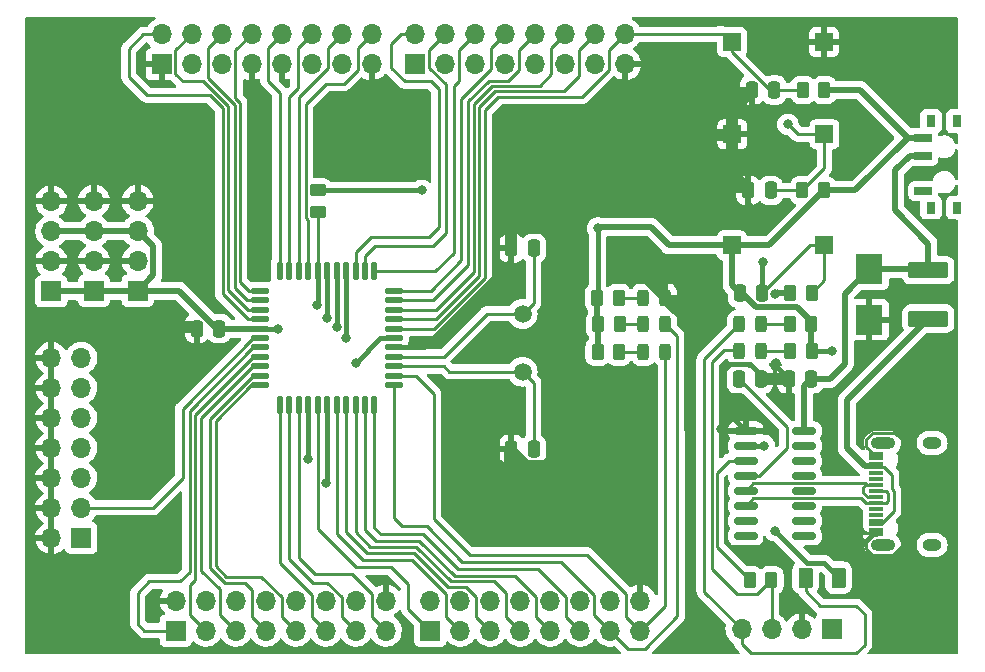
<source format=gbr>
%TF.GenerationSoftware,KiCad,Pcbnew,(6.0.4)*%
%TF.CreationDate,2022-05-14T14:59:47+08:00*%
%TF.ProjectId,51,35312e6b-6963-4616-945f-706362585858,rev?*%
%TF.SameCoordinates,Original*%
%TF.FileFunction,Copper,L1,Top*%
%TF.FilePolarity,Positive*%
%FSLAX46Y46*%
G04 Gerber Fmt 4.6, Leading zero omitted, Abs format (unit mm)*
G04 Created by KiCad (PCBNEW (6.0.4)) date 2022-05-14 14:59:47*
%MOMM*%
%LPD*%
G01*
G04 APERTURE LIST*
G04 Aperture macros list*
%AMRoundRect*
0 Rectangle with rounded corners*
0 $1 Rounding radius*
0 $2 $3 $4 $5 $6 $7 $8 $9 X,Y pos of 4 corners*
0 Add a 4 corners polygon primitive as box body*
4,1,4,$2,$3,$4,$5,$6,$7,$8,$9,$2,$3,0*
0 Add four circle primitives for the rounded corners*
1,1,$1+$1,$2,$3*
1,1,$1+$1,$4,$5*
1,1,$1+$1,$6,$7*
1,1,$1+$1,$8,$9*
0 Add four rect primitives between the rounded corners*
20,1,$1+$1,$2,$3,$4,$5,0*
20,1,$1+$1,$4,$5,$6,$7,0*
20,1,$1+$1,$6,$7,$8,$9,0*
20,1,$1+$1,$8,$9,$2,$3,0*%
G04 Aperture macros list end*
%TA.AperFunction,SMDPad,CuDef*%
%ADD10RoundRect,0.249999X-1.450001X0.450001X-1.450001X-0.450001X1.450001X-0.450001X1.450001X0.450001X0*%
%TD*%
%TA.AperFunction,SMDPad,CuDef*%
%ADD11RoundRect,0.250000X0.250000X0.475000X-0.250000X0.475000X-0.250000X-0.475000X0.250000X-0.475000X0*%
%TD*%
%TA.AperFunction,SMDPad,CuDef*%
%ADD12RoundRect,0.243750X-0.243750X-0.456250X0.243750X-0.456250X0.243750X0.456250X-0.243750X0.456250X0*%
%TD*%
%TA.AperFunction,SMDPad,CuDef*%
%ADD13RoundRect,0.250000X-0.250000X-0.475000X0.250000X-0.475000X0.250000X0.475000X-0.250000X0.475000X0*%
%TD*%
%TA.AperFunction,SMDPad,CuDef*%
%ADD14RoundRect,0.243750X0.243750X0.456250X-0.243750X0.456250X-0.243750X-0.456250X0.243750X-0.456250X0*%
%TD*%
%TA.AperFunction,SMDPad,CuDef*%
%ADD15RoundRect,0.250000X0.262500X0.450000X-0.262500X0.450000X-0.262500X-0.450000X0.262500X-0.450000X0*%
%TD*%
%TA.AperFunction,SMDPad,CuDef*%
%ADD16R,1.150000X0.300000*%
%TD*%
%TA.AperFunction,ComponentPad*%
%ADD17O,1.600000X1.000000*%
%TD*%
%TA.AperFunction,ComponentPad*%
%ADD18O,2.100000X1.000000*%
%TD*%
%TA.AperFunction,ComponentPad*%
%ADD19R,1.700000X1.700000*%
%TD*%
%TA.AperFunction,ComponentPad*%
%ADD20O,1.700000X1.700000*%
%TD*%
%TA.AperFunction,ComponentPad*%
%ADD21C,1.500000*%
%TD*%
%TA.AperFunction,SMDPad,CuDef*%
%ADD22R,1.500000X1.500000*%
%TD*%
%TA.AperFunction,SMDPad,CuDef*%
%ADD23RoundRect,0.137500X0.137500X-0.600000X0.137500X0.600000X-0.137500X0.600000X-0.137500X-0.600000X0*%
%TD*%
%TA.AperFunction,SMDPad,CuDef*%
%ADD24RoundRect,0.137500X0.600000X-0.137500X0.600000X0.137500X-0.600000X0.137500X-0.600000X-0.137500X0*%
%TD*%
%TA.AperFunction,SMDPad,CuDef*%
%ADD25RoundRect,0.250000X-0.262500X-0.450000X0.262500X-0.450000X0.262500X0.450000X-0.262500X0.450000X0*%
%TD*%
%TA.AperFunction,SMDPad,CuDef*%
%ADD26R,0.800000X1.000000*%
%TD*%
%TA.AperFunction,SMDPad,CuDef*%
%ADD27R,1.500000X0.700000*%
%TD*%
%TA.AperFunction,SMDPad,CuDef*%
%ADD28RoundRect,0.150000X-0.825000X-0.150000X0.825000X-0.150000X0.825000X0.150000X-0.825000X0.150000X0*%
%TD*%
%TA.AperFunction,SMDPad,CuDef*%
%ADD29RoundRect,0.250000X-0.450000X0.262500X-0.450000X-0.262500X0.450000X-0.262500X0.450000X0.262500X0*%
%TD*%
%TA.AperFunction,SMDPad,CuDef*%
%ADD30R,2.300000X2.500000*%
%TD*%
%TA.AperFunction,SMDPad,CuDef*%
%ADD31RoundRect,0.250000X0.375000X0.625000X-0.375000X0.625000X-0.375000X-0.625000X0.375000X-0.625000X0*%
%TD*%
%TA.AperFunction,ViaPad*%
%ADD32C,0.800000*%
%TD*%
%TA.AperFunction,Conductor*%
%ADD33C,0.508000*%
%TD*%
%TA.AperFunction,Conductor*%
%ADD34C,0.381000*%
%TD*%
%TA.AperFunction,Conductor*%
%ADD35C,0.254000*%
%TD*%
%TA.AperFunction,Conductor*%
%ADD36C,1.016000*%
%TD*%
%TA.AperFunction,Conductor*%
%ADD37C,1.270000*%
%TD*%
G04 APERTURE END LIST*
D10*
%TO.P,TH1,1*%
%TO.N,VCC*%
X167000000Y-86950000D03*
%TO.P,TH1,2*%
%TO.N,VBUS*%
X167000000Y-91050000D03*
%TD*%
D11*
%TO.P,C7,1*%
%TO.N,+5V*%
X106950000Y-91900000D03*
%TO.P,C7,2*%
%TO.N,GND*%
X105050000Y-91900000D03*
%TD*%
D12*
%TO.P,D2,1,K*%
%TO.N,/P3.1*%
X150962500Y-93800000D03*
%TO.P,D2,2,A*%
%TO.N,Net-(D2-Pad2)*%
X152837500Y-93800000D03*
%TD*%
D13*
%TO.P,C10,1*%
%TO.N,+5V*%
X151050000Y-88900000D03*
%TO.P,C10,2*%
%TO.N,/RST*%
X152950000Y-88900000D03*
%TD*%
D11*
%TO.P,C1,1*%
%TO.N,VCC*%
X157100000Y-96150000D03*
%TO.P,C1,2*%
%TO.N,GND*%
X155200000Y-96150000D03*
%TD*%
D14*
%TO.P,D5,1,K*%
%TO.N,/LED1*%
X144725000Y-93850000D03*
%TO.P,D5,2,A*%
%TO.N,Net-(D5-Pad2)*%
X142850000Y-93850000D03*
%TD*%
D15*
%TO.P,R2,1*%
%TO.N,/P3.1*%
X153712500Y-113200000D03*
%TO.P,R2,2*%
%TO.N,Net-(R2-Pad2)*%
X151887500Y-113200000D03*
%TD*%
D16*
%TO.P,USBC1,A1,GND*%
%TO.N,GND*%
X162565000Y-109250000D03*
%TO.P,USBC1,A4,VBUS*%
%TO.N,VBUS*%
X162565000Y-108450000D03*
%TO.P,USBC1,A5,CC1*%
%TO.N,unconnected-(USBC1-PadA5)*%
X162565000Y-107150000D03*
%TO.P,USBC1,A6,D+*%
%TO.N,/DP*%
X162565000Y-106150000D03*
%TO.P,USBC1,A7,D-*%
%TO.N,/DM*%
X162565000Y-105650000D03*
%TO.P,USBC1,A8,SBU1*%
%TO.N,unconnected-(USBC1-PadA8)*%
X162565000Y-104650000D03*
%TO.P,USBC1,A9,VBUS*%
%TO.N,VBUS*%
X162565000Y-103350000D03*
%TO.P,USBC1,A12,GND*%
%TO.N,GND*%
X162565000Y-102550000D03*
%TO.P,USBC1,B1,GND*%
X162565000Y-102850000D03*
%TO.P,USBC1,B4,VBUS*%
%TO.N,VBUS*%
X162565000Y-103650000D03*
%TO.P,USBC1,B5,CC2*%
%TO.N,unconnected-(USBC1-PadB5)*%
X162565000Y-104150000D03*
%TO.P,USBC1,B6,D+*%
%TO.N,/DP*%
X162565000Y-105150000D03*
%TO.P,USBC1,B7,D-*%
%TO.N,/DM*%
X162565000Y-106650000D03*
%TO.P,USBC1,B8,SBU2*%
%TO.N,unconnected-(USBC1-PadB8)*%
X162565000Y-107650000D03*
%TO.P,USBC1,B9,VBUS*%
%TO.N,VBUS*%
X162565000Y-108150000D03*
%TO.P,USBC1,B12,GND*%
%TO.N,GND*%
X162565000Y-108950000D03*
D17*
%TO.P,USBC1,S1,SHIELD*%
%TO.N,unconnected-(USBC1-PadS1)*%
X167310000Y-101580000D03*
D18*
X163130000Y-110220000D03*
X163130000Y-101580000D03*
D17*
X167310000Y-110220000D03*
%TD*%
D11*
%TO.P,C2,1*%
%TO.N,GND*%
X152850000Y-96150000D03*
%TO.P,C2,2*%
%TO.N,Net-(C2-Pad2)*%
X150950000Y-96150000D03*
%TD*%
D15*
%TO.P,R8,1*%
%TO.N,Net-(D6-Pad2)*%
X140862500Y-91550000D03*
%TO.P,R8,2*%
%TO.N,+5V*%
X139037500Y-91550000D03*
%TD*%
D19*
%TO.P,J5,1,Pin_1*%
%TO.N,/P1.0*%
X103275000Y-117475000D03*
D20*
%TO.P,J5,2,Pin_2*%
%TO.N,GND*%
X103275000Y-114935000D03*
%TO.P,J5,3,Pin_3*%
%TO.N,/P1.1*%
X105815000Y-117475000D03*
%TO.P,J5,4,Pin_4*%
%TO.N,GND*%
X105815000Y-114935000D03*
%TO.P,J5,5,Pin_5*%
%TO.N,/P1.2*%
X108355000Y-117475000D03*
%TO.P,J5,6,Pin_6*%
%TO.N,GND*%
X108355000Y-114935000D03*
%TO.P,J5,7,Pin_7*%
%TO.N,/P1.3*%
X110895000Y-117475000D03*
%TO.P,J5,8,Pin_8*%
%TO.N,GND*%
X110895000Y-114935000D03*
%TO.P,J5,9,Pin_9*%
%TO.N,/P1.4*%
X113435000Y-117475000D03*
%TO.P,J5,10,Pin_10*%
%TO.N,GND*%
X113435000Y-114935000D03*
%TO.P,J5,11,Pin_11*%
%TO.N,/P1.5*%
X115975000Y-117475000D03*
%TO.P,J5,12,Pin_12*%
%TO.N,GND*%
X115975000Y-114935000D03*
%TO.P,J5,13,Pin_13*%
%TO.N,/P1.6*%
X118515000Y-117475000D03*
%TO.P,J5,14,Pin_14*%
%TO.N,GND*%
X118515000Y-114935000D03*
%TO.P,J5,15,Pin_15*%
%TO.N,/P1.7*%
X121055000Y-117475000D03*
%TO.P,J5,16,Pin_16*%
%TO.N,GND*%
X121055000Y-114935000D03*
%TD*%
D19*
%TO.P,J7,1,Pin_1*%
%TO.N,/P3.0*%
X124825000Y-117475000D03*
D20*
%TO.P,J7,2,Pin_2*%
%TO.N,GND*%
X124825000Y-114935000D03*
%TO.P,J7,3,Pin_3*%
%TO.N,/P3.1*%
X127365000Y-117475000D03*
%TO.P,J7,4,Pin_4*%
%TO.N,GND*%
X127365000Y-114935000D03*
%TO.P,J7,5,Pin_5*%
%TO.N,/P3.2*%
X129905000Y-117475000D03*
%TO.P,J7,6,Pin_6*%
%TO.N,GND*%
X129905000Y-114935000D03*
%TO.P,J7,7,Pin_7*%
%TO.N,/P3.3*%
X132445000Y-117475000D03*
%TO.P,J7,8,Pin_8*%
%TO.N,GND*%
X132445000Y-114935000D03*
%TO.P,J7,9,Pin_9*%
%TO.N,/P3.4*%
X134985000Y-117475000D03*
%TO.P,J7,10,Pin_10*%
%TO.N,GND*%
X134985000Y-114935000D03*
%TO.P,J7,11,Pin_11*%
%TO.N,/P3.5*%
X137525000Y-117475000D03*
%TO.P,J7,12,Pin_12*%
%TO.N,GND*%
X137525000Y-114935000D03*
%TO.P,J7,13,Pin_13*%
%TO.N,/LED2*%
X140065000Y-117475000D03*
%TO.P,J7,14,Pin_14*%
%TO.N,GND*%
X140065000Y-114935000D03*
%TO.P,J7,15,Pin_15*%
%TO.N,/LED1*%
X142605000Y-117475000D03*
%TO.P,J7,16,Pin_16*%
%TO.N,GND*%
X142605000Y-114935000D03*
%TD*%
D13*
%TO.P,C6,1*%
%TO.N,GND*%
X152050000Y-71700000D03*
%TO.P,C6,2*%
%TO.N,/KEY2*%
X153950000Y-71700000D03*
%TD*%
D19*
%TO.P,J1,1,Pin_1*%
%TO.N,+5V*%
X158800000Y-117350000D03*
D20*
%TO.P,J1,2,Pin_2*%
%TO.N,GND*%
X156260000Y-117350000D03*
%TO.P,J1,3,Pin_3*%
%TO.N,/P3.1*%
X153720000Y-117350000D03*
%TO.P,J1,4,Pin_4*%
%TO.N,/P3.0*%
X151180000Y-117350000D03*
%TD*%
D21*
%TO.P,Y1,1,1*%
%TO.N,/X1*%
X132650000Y-90650000D03*
%TO.P,Y1,2,2*%
%TO.N,/X2*%
X132650000Y-95550000D03*
%TD*%
D11*
%TO.P,C9,1*%
%TO.N,/X2*%
X133600000Y-102100000D03*
%TO.P,C9,2*%
%TO.N,GND*%
X131700000Y-102100000D03*
%TD*%
D22*
%TO.P,SW1,1,1*%
%TO.N,/KEY1*%
X158200000Y-75450000D03*
%TO.P,SW1,2,2*%
%TO.N,GND*%
X150400000Y-75450000D03*
%TD*%
D11*
%TO.P,C8,1*%
%TO.N,/X1*%
X133600000Y-85100000D03*
%TO.P,C8,2*%
%TO.N,GND*%
X131700000Y-85100000D03*
%TD*%
D19*
%TO.P,J6,1,Pin_1*%
%TO.N,GND*%
X123550000Y-69500000D03*
D20*
%TO.P,J6,2,Pin_2*%
%TO.N,/P2.7*%
X123550000Y-66960000D03*
%TO.P,J6,3,Pin_3*%
%TO.N,GND*%
X126090000Y-69500000D03*
%TO.P,J6,4,Pin_4*%
%TO.N,/P2.6*%
X126090000Y-66960000D03*
%TO.P,J6,5,Pin_5*%
%TO.N,GND*%
X128630000Y-69500000D03*
%TO.P,J6,6,Pin_6*%
%TO.N,/P2.5*%
X128630000Y-66960000D03*
%TO.P,J6,7,Pin_7*%
%TO.N,GND*%
X131170000Y-69500000D03*
%TO.P,J6,8,Pin_8*%
%TO.N,/P2.4*%
X131170000Y-66960000D03*
%TO.P,J6,9,Pin_9*%
%TO.N,GND*%
X133710000Y-69500000D03*
%TO.P,J6,10,Pin_10*%
%TO.N,/P2.3*%
X133710000Y-66960000D03*
%TO.P,J6,11,Pin_11*%
%TO.N,GND*%
X136250000Y-69500000D03*
%TO.P,J6,12,Pin_12*%
%TO.N,/P2.2*%
X136250000Y-66960000D03*
%TO.P,J6,13,Pin_13*%
%TO.N,GND*%
X138790000Y-69500000D03*
%TO.P,J6,14,Pin_14*%
%TO.N,/KEY1*%
X138790000Y-66960000D03*
%TO.P,J6,15,Pin_15*%
%TO.N,GND*%
X141330000Y-69500000D03*
%TO.P,J6,16,Pin_16*%
%TO.N,/KEY2*%
X141330000Y-66960000D03*
%TD*%
D14*
%TO.P,D6,1,K*%
%TO.N,/LED2*%
X144737500Y-91550000D03*
%TO.P,D6,2,A*%
%TO.N,Net-(D6-Pad2)*%
X142862500Y-91550000D03*
%TD*%
D22*
%TO.P,SW3,1,1*%
%TO.N,/RST*%
X158150000Y-84850000D03*
%TO.P,SW3,2,2*%
%TO.N,+5V*%
X150350000Y-84850000D03*
%TD*%
D19*
%TO.P,J4,1,Pin_1*%
%TO.N,GND*%
X102075000Y-69525000D03*
D20*
%TO.P,J4,2,Pin_2*%
%TO.N,/P0.0*%
X102075000Y-66985000D03*
%TO.P,J4,3,Pin_3*%
%TO.N,GND*%
X104615000Y-69525000D03*
%TO.P,J4,4,Pin_4*%
%TO.N,/P0.1*%
X104615000Y-66985000D03*
%TO.P,J4,5,Pin_5*%
%TO.N,GND*%
X107155000Y-69525000D03*
%TO.P,J4,6,Pin_6*%
%TO.N,/P0.2*%
X107155000Y-66985000D03*
%TO.P,J4,7,Pin_7*%
%TO.N,GND*%
X109695000Y-69525000D03*
%TO.P,J4,8,Pin_8*%
%TO.N,/P0.3*%
X109695000Y-66985000D03*
%TO.P,J4,9,Pin_9*%
%TO.N,GND*%
X112235000Y-69525000D03*
%TO.P,J4,10,Pin_10*%
%TO.N,/P0.4*%
X112235000Y-66985000D03*
%TO.P,J4,11,Pin_11*%
%TO.N,GND*%
X114775000Y-69525000D03*
%TO.P,J4,12,Pin_12*%
%TO.N,/P0.5*%
X114775000Y-66985000D03*
%TO.P,J4,13,Pin_13*%
%TO.N,GND*%
X117315000Y-69525000D03*
%TO.P,J4,14,Pin_14*%
%TO.N,/P0.6*%
X117315000Y-66985000D03*
%TO.P,J4,15,Pin_15*%
%TO.N,GND*%
X119855000Y-69525000D03*
%TO.P,J4,16,Pin_16*%
%TO.N,/P0.7*%
X119855000Y-66985000D03*
%TD*%
D19*
%TO.P,J2,1,Pin_1*%
%TO.N,+5V*%
X92750000Y-88740000D03*
D20*
%TO.P,J2,2,Pin_2*%
%TO.N,GND*%
X92750000Y-86200000D03*
%TO.P,J2,3,Pin_3*%
%TO.N,+5V*%
X92750000Y-83660000D03*
%TO.P,J2,4,Pin_4*%
%TO.N,GND*%
X92750000Y-81120000D03*
%TD*%
D23*
%TO.P,U2,1,P1.5*%
%TO.N,/P1.5*%
X112100000Y-98362500D03*
%TO.P,U2,2,P1.6*%
%TO.N,/P1.6*%
X112900000Y-98362500D03*
%TO.P,U2,3,P1.7*%
%TO.N,/P1.7*%
X113700000Y-98362500D03*
%TO.P,U2,4,RST*%
%TO.N,/RST*%
X114500000Y-98362500D03*
%TO.P,U2,5,P3.0/RXD*%
%TO.N,/P3.0*%
X115300000Y-98362500D03*
%TO.P,U2,6,P4.3/~{INT2}*%
%TO.N,/P4.3*%
X116100000Y-98362500D03*
%TO.P,U2,7,P3.1/TXD*%
%TO.N,/P3.1*%
X116900000Y-98362500D03*
%TO.P,U2,8,P3.2/~{INT0}*%
%TO.N,/P3.2*%
X117700000Y-98362500D03*
%TO.P,U2,9,P3.3/~{INT1}*%
%TO.N,/P3.3*%
X118500000Y-98362500D03*
%TO.P,U2,10,P3.4/T0*%
%TO.N,/P3.4*%
X119300000Y-98362500D03*
%TO.P,U2,11,P3.5/T1*%
%TO.N,/P3.5*%
X120100000Y-98362500D03*
D24*
%TO.P,U2,12,P3.6/~{WR}*%
%TO.N,/LED2*%
X121762500Y-96700000D03*
%TO.P,U2,13,P3.7/~{RD}*%
%TO.N,/LED1*%
X121762500Y-95900000D03*
%TO.P,U2,14,XTAL2*%
%TO.N,/X2*%
X121762500Y-95100000D03*
%TO.P,U2,15,XTAL1*%
%TO.N,/X1*%
X121762500Y-94300000D03*
%TO.P,U2,16,GND*%
%TO.N,GND*%
X121762500Y-93500000D03*
%TO.P,U2,17,P4.0*%
%TO.N,/P4.0*%
X121762500Y-92700000D03*
%TO.P,U2,18,P2.0*%
%TO.N,/KEY2*%
X121762500Y-91900000D03*
%TO.P,U2,19,P2.1*%
%TO.N,/KEY1*%
X121762500Y-91100000D03*
%TO.P,U2,20,P2.2*%
%TO.N,/P2.2*%
X121762500Y-90300000D03*
%TO.P,U2,21,P2.3*%
%TO.N,/P2.3*%
X121762500Y-89500000D03*
%TO.P,U2,22,P2.4*%
%TO.N,/P2.4*%
X121762500Y-88700000D03*
D23*
%TO.P,U2,23,P2.5*%
%TO.N,/P2.5*%
X120100000Y-87037500D03*
%TO.P,U2,24,P2.6*%
%TO.N,/P2.6*%
X119300000Y-87037500D03*
%TO.P,U2,25,P2.7*%
%TO.N,/P2.7*%
X118500000Y-87037500D03*
%TO.P,U2,26,~{PSEN}/P4.4*%
%TO.N,/P4.4*%
X117700000Y-87037500D03*
%TO.P,U2,27,ALE/P4.5*%
%TO.N,/P4.5*%
X116900000Y-87037500D03*
%TO.P,U2,28,P4.1*%
%TO.N,/P4.1*%
X116100000Y-87037500D03*
%TO.P,U2,29,~{EA}/P4.6*%
%TO.N,/P4.6*%
X115300000Y-87037500D03*
%TO.P,U2,30,P0.7*%
%TO.N,/P0.7*%
X114500000Y-87037500D03*
%TO.P,U2,31,P0.6*%
%TO.N,/P0.6*%
X113700000Y-87037500D03*
%TO.P,U2,32,P0.5*%
%TO.N,/P0.5*%
X112900000Y-87037500D03*
%TO.P,U2,33,P0.4*%
%TO.N,/P0.4*%
X112100000Y-87037500D03*
D24*
%TO.P,U2,34,P0.3*%
%TO.N,/P0.3*%
X110437500Y-88700000D03*
%TO.P,U2,35,P0.2*%
%TO.N,/P0.2*%
X110437500Y-89500000D03*
%TO.P,U2,36,P0.1*%
%TO.N,/P0.1*%
X110437500Y-90300000D03*
%TO.P,U2,37,P0.0*%
%TO.N,/P0.0*%
X110437500Y-91100000D03*
%TO.P,U2,38,VCC*%
%TO.N,+5V*%
X110437500Y-91900000D03*
%TO.P,U2,39,~{INT3}/P4.2*%
%TO.N,/P4.2*%
X110437500Y-92700000D03*
%TO.P,U2,40,T2/P1.0*%
%TO.N,/P1.0*%
X110437500Y-93500000D03*
%TO.P,U2,41,T2EX/P1.1*%
%TO.N,/P1.1*%
X110437500Y-94300000D03*
%TO.P,U2,42,P1.2*%
%TO.N,/P1.2*%
X110437500Y-95100000D03*
%TO.P,U2,43,P1.3*%
%TO.N,/P1.3*%
X110437500Y-95900000D03*
%TO.P,U2,44,P1.4*%
%TO.N,/P1.4*%
X110437500Y-96700000D03*
%TD*%
D15*
%TO.P,R6,1*%
%TO.N,Net-(D4-Pad2)*%
X140762500Y-89300000D03*
%TO.P,R6,2*%
%TO.N,+5V*%
X138937500Y-89300000D03*
%TD*%
D25*
%TO.P,R4,1*%
%TO.N,Net-(D3-Pad2)*%
X155250000Y-91500000D03*
%TO.P,R4,2*%
%TO.N,+5V*%
X157075000Y-91500000D03*
%TD*%
D13*
%TO.P,C3,1*%
%TO.N,GND*%
X151750000Y-80200000D03*
%TO.P,C3,2*%
%TO.N,/KEY1*%
X153650000Y-80200000D03*
%TD*%
D25*
%TO.P,R3,1*%
%TO.N,Net-(D2-Pad2)*%
X155287500Y-93800000D03*
%TO.P,R3,2*%
%TO.N,+5V*%
X157112500Y-93800000D03*
%TD*%
D26*
%TO.P,S1,*%
%TO.N,*%
X169430000Y-74350000D03*
X167220000Y-74350000D03*
X167220000Y-81650000D03*
X169430000Y-81650000D03*
D27*
%TO.P,S1,1,A*%
%TO.N,unconnected-(S1-Pad1)*%
X166570000Y-80250000D03*
%TO.P,S1,2,B*%
%TO.N,VCC*%
X166570000Y-77250000D03*
%TO.P,S1,3,C*%
%TO.N,+5V*%
X166570000Y-75750000D03*
%TD*%
D28*
%TO.P,U1,1,GND*%
%TO.N,GND*%
X151525000Y-100555000D03*
%TO.P,U1,2,TXD*%
%TO.N,Net-(D1-Pad1)*%
X151525000Y-101825000D03*
%TO.P,U1,3,RXD*%
%TO.N,Net-(R2-Pad2)*%
X151525000Y-103095000D03*
%TO.P,U1,4,V3*%
%TO.N,Net-(C2-Pad2)*%
X151525000Y-104365000D03*
%TO.P,U1,5,UD+*%
%TO.N,/DP*%
X151525000Y-105635000D03*
%TO.P,U1,6,UD-*%
%TO.N,/DM*%
X151525000Y-106905000D03*
%TO.P,U1,7,NC*%
%TO.N,unconnected-(U1-Pad7)*%
X151525000Y-108175000D03*
%TO.P,U1,8,NC*%
%TO.N,unconnected-(U1-Pad8)*%
X151525000Y-109445000D03*
%TO.P,U1,9,~{CTS}*%
%TO.N,unconnected-(U1-Pad9)*%
X156475000Y-109445000D03*
%TO.P,U1,10,~{DSR}*%
%TO.N,unconnected-(U1-Pad10)*%
X156475000Y-108175000D03*
%TO.P,U1,11,~{RI}*%
%TO.N,unconnected-(U1-Pad11)*%
X156475000Y-106905000D03*
%TO.P,U1,12,~{DCD}*%
%TO.N,unconnected-(U1-Pad12)*%
X156475000Y-105635000D03*
%TO.P,U1,13,~{DTR}*%
%TO.N,unconnected-(U1-Pad13)*%
X156475000Y-104365000D03*
%TO.P,U1,14,~{RTS}*%
%TO.N,unconnected-(U1-Pad14)*%
X156475000Y-103095000D03*
%TO.P,U1,15,R232*%
%TO.N,unconnected-(U1-Pad15)*%
X156475000Y-101825000D03*
%TO.P,U1,16,VCC*%
%TO.N,VCC*%
X156475000Y-100555000D03*
%TD*%
D14*
%TO.P,D4,1,K*%
%TO.N,GND*%
X144737500Y-89300000D03*
%TO.P,D4,2,A*%
%TO.N,Net-(D4-Pad2)*%
X142862500Y-89300000D03*
%TD*%
D15*
%TO.P,R5,1*%
%TO.N,+5V*%
X158200000Y-71700000D03*
%TO.P,R5,2*%
%TO.N,/KEY2*%
X156375000Y-71700000D03*
%TD*%
D19*
%TO.P,J9,1,Pin_1*%
%TO.N,+5V*%
X100050000Y-88700000D03*
D20*
%TO.P,J9,2,Pin_2*%
%TO.N,GND*%
X100050000Y-86160000D03*
%TO.P,J9,3,Pin_3*%
%TO.N,+5V*%
X100050000Y-83620000D03*
%TO.P,J9,4,Pin_4*%
%TO.N,GND*%
X100050000Y-81080000D03*
%TD*%
D29*
%TO.P,R9,1*%
%TO.N,+5V*%
X115300000Y-80187500D03*
%TO.P,R9,2*%
%TO.N,/P4.6*%
X115300000Y-82012500D03*
%TD*%
D19*
%TO.P,J3,1,Pin_1*%
%TO.N,/P4.3*%
X95275000Y-109625000D03*
D20*
%TO.P,J3,2,Pin_2*%
%TO.N,GND*%
X92735000Y-109625000D03*
%TO.P,J3,3,Pin_3*%
%TO.N,/P4.2*%
X95275000Y-107085000D03*
%TO.P,J3,4,Pin_4*%
%TO.N,GND*%
X92735000Y-107085000D03*
%TO.P,J3,5,Pin_5*%
%TO.N,/P4.0*%
X95275000Y-104545000D03*
%TO.P,J3,6,Pin_6*%
%TO.N,GND*%
X92735000Y-104545000D03*
%TO.P,J3,7,Pin_7*%
%TO.N,/P4.4*%
X95275000Y-102005000D03*
%TO.P,J3,8,Pin_8*%
%TO.N,GND*%
X92735000Y-102005000D03*
%TO.P,J3,9,Pin_9*%
%TO.N,/P4.5*%
X95275000Y-99465000D03*
%TO.P,J3,10,Pin_10*%
%TO.N,GND*%
X92735000Y-99465000D03*
%TO.P,J3,11,Pin_11*%
%TO.N,/P4.1*%
X95275000Y-96925000D03*
%TO.P,J3,12,Pin_12*%
%TO.N,GND*%
X92735000Y-96925000D03*
%TO.P,J3,13,Pin_13*%
%TO.N,/P4.6*%
X95275000Y-94385000D03*
%TO.P,J3,14,Pin_14*%
%TO.N,GND*%
X92735000Y-94385000D03*
%TD*%
D15*
%TO.P,R7,1*%
%TO.N,Net-(D5-Pad2)*%
X140812500Y-93850000D03*
%TO.P,R7,2*%
%TO.N,+5V*%
X138987500Y-93850000D03*
%TD*%
%TO.P,R1,1*%
%TO.N,+5V*%
X158162500Y-80200000D03*
%TO.P,R1,2*%
%TO.N,/KEY1*%
X156337500Y-80200000D03*
%TD*%
D30*
%TO.P,DR1,1,A1*%
%TO.N,VCC*%
X162000000Y-86850000D03*
%TO.P,DR1,2,A2*%
%TO.N,GND*%
X162000000Y-91150000D03*
%TD*%
D31*
%TO.P,D1,1,K*%
%TO.N,Net-(D1-Pad1)*%
X159400000Y-113000000D03*
%TO.P,D1,2,A*%
%TO.N,/P3.0*%
X156600000Y-113000000D03*
%TD*%
D15*
%TO.P,R10,1*%
%TO.N,/RST*%
X157112500Y-88850000D03*
%TO.P,R10,2*%
%TO.N,GND*%
X155287500Y-88850000D03*
%TD*%
D12*
%TO.P,D3,1,K*%
%TO.N,/P3.0*%
X150962500Y-91550000D03*
%TO.P,D3,2,A*%
%TO.N,Net-(D3-Pad2)*%
X152837500Y-91550000D03*
%TD*%
D22*
%TO.P,SW2,1,1*%
%TO.N,/KEY2*%
X150350000Y-67650000D03*
%TO.P,SW2,2,2*%
%TO.N,GND*%
X158150000Y-67650000D03*
%TD*%
D19*
%TO.P,J8,1,Pin_1*%
%TO.N,+5V*%
X96350000Y-88700000D03*
D20*
%TO.P,J8,2,Pin_2*%
%TO.N,GND*%
X96350000Y-86160000D03*
%TO.P,J8,3,Pin_3*%
%TO.N,+5V*%
X96350000Y-83620000D03*
%TO.P,J8,4,Pin_4*%
%TO.N,GND*%
X96350000Y-81080000D03*
%TD*%
D32*
%TO.N,GND*%
X105000000Y-76000000D03*
X140000000Y-74000000D03*
X95000000Y-72000000D03*
X167000000Y-99000000D03*
X104000000Y-82000000D03*
X146800000Y-100400000D03*
X141000000Y-107000000D03*
X129000000Y-100000000D03*
X139000000Y-108000000D03*
X132400000Y-105800000D03*
X133000000Y-76000000D03*
X153000000Y-82500000D03*
X137000000Y-105000000D03*
X95000000Y-77000000D03*
X120000000Y-78000000D03*
X164000000Y-117000000D03*
X141000000Y-101000000D03*
X131000000Y-77000000D03*
X132000000Y-78000000D03*
X136000000Y-107000000D03*
X145000000Y-81000000D03*
X117000000Y-77000000D03*
X164000000Y-70000000D03*
X145000000Y-79000000D03*
X140000000Y-72000000D03*
X140000000Y-76000000D03*
X128000000Y-107000000D03*
X136000000Y-77000000D03*
X104000000Y-79000000D03*
X128000000Y-101000000D03*
X141000000Y-103000000D03*
X166000000Y-114000000D03*
X165000000Y-97000000D03*
X105000000Y-84000000D03*
X139000000Y-80000000D03*
X102800000Y-91800000D03*
X137000000Y-108000000D03*
X93000000Y-68000000D03*
X134000000Y-74000000D03*
X98000000Y-92000000D03*
X99000000Y-112000000D03*
X94000000Y-74000000D03*
X139000000Y-96000000D03*
X142000000Y-76000000D03*
X164000000Y-99000000D03*
X132000000Y-74000000D03*
X127000000Y-99000000D03*
X146000000Y-69000000D03*
X142000000Y-111000000D03*
X140000000Y-78000000D03*
X123000000Y-77000000D03*
X136000000Y-75000000D03*
X145000000Y-76000000D03*
X166000000Y-70000000D03*
X119000000Y-76000000D03*
X96000000Y-118000000D03*
X147000000Y-71000000D03*
X104000000Y-86000000D03*
X121000000Y-76000000D03*
X167000000Y-68000000D03*
X139000000Y-106000000D03*
X98000000Y-76000000D03*
X103000000Y-75000000D03*
X154100000Y-94800000D03*
X167000000Y-117000000D03*
X102000000Y-78000000D03*
X143000000Y-74000000D03*
X165000000Y-115000000D03*
X130000000Y-108000000D03*
X93000000Y-76000000D03*
X148000000Y-70000000D03*
X123000000Y-74000000D03*
X148000000Y-75500000D03*
X154049500Y-89000000D03*
X138000000Y-74000000D03*
X141000000Y-109000000D03*
X131000000Y-75000000D03*
X149400000Y-100400000D03*
X147000000Y-79000000D03*
X117000000Y-74000000D03*
X141000000Y-105000000D03*
X120000000Y-74000000D03*
X93000000Y-71000000D03*
X93000000Y-117000000D03*
X93000000Y-115000000D03*
X161600000Y-69700000D03*
X138000000Y-76000000D03*
X136600000Y-85000000D03*
X167000000Y-96000000D03*
X97000000Y-73000000D03*
X102000000Y-111000000D03*
X143000000Y-78000000D03*
X97000000Y-70000000D03*
X95000000Y-116000000D03*
X140700000Y-85000000D03*
X164000000Y-68000000D03*
X130000000Y-106000000D03*
X134000000Y-78000000D03*
X96000000Y-117000000D03*
X143000000Y-105000000D03*
X143000000Y-81000000D03*
X142000000Y-72000000D03*
X139000000Y-104000000D03*
X143000000Y-108000000D03*
X141000000Y-81000000D03*
X138000000Y-78000000D03*
X100000000Y-92000000D03*
%TO.N,/KEY1*%
X155100000Y-74600000D03*
%TO.N,+5V*%
X139000000Y-83400000D03*
X124100000Y-80200000D03*
X111900000Y-91900000D03*
X158800000Y-93800000D03*
%TO.N,/RST*%
X114500000Y-102900000D03*
X153000000Y-86300000D03*
%TO.N,Net-(D1-Pad1)*%
X153100000Y-101800000D03*
X154000000Y-109000000D03*
%TO.N,/P4.3*%
X116026500Y-105000000D03*
%TO.N,/P4.0*%
X118500000Y-94800000D03*
%TO.N,/P4.4*%
X117700000Y-92700000D03*
%TO.N,/P4.5*%
X116900000Y-91800000D03*
%TO.N,/P4.1*%
X116100000Y-91000000D03*
%TO.N,/P4.6*%
X115252424Y-89870265D03*
%TD*%
D33*
%TO.N,VCC*%
X167000000Y-84700000D02*
X167000000Y-86950000D01*
X157100000Y-96150000D02*
X158650000Y-96150000D01*
X158650000Y-96150000D02*
X159900000Y-94900000D01*
X162000000Y-86850000D02*
X166900000Y-86850000D01*
X166900000Y-86850000D02*
X167000000Y-86950000D01*
X165400000Y-77250000D02*
X164150000Y-78500000D01*
X164150000Y-81850000D02*
X167000000Y-84700000D01*
X159900000Y-88950000D02*
X162000000Y-86850000D01*
X166570000Y-77250000D02*
X165400000Y-77250000D01*
X156475000Y-96775000D02*
X157100000Y-96150000D01*
X159900000Y-94900000D02*
X159900000Y-88950000D01*
X164150000Y-78500000D02*
X164150000Y-81850000D01*
X156475000Y-100555000D02*
X156475000Y-96775000D01*
D34*
%TO.N,GND*%
X155287500Y-88850000D02*
X154199500Y-88850000D01*
D35*
X164022355Y-111046520D02*
X162237645Y-111046520D01*
X161753480Y-101237645D02*
X162291125Y-100700000D01*
D36*
X148000000Y-75500000D02*
X150350000Y-75500000D01*
D35*
X165700000Y-102200000D02*
X165700000Y-109368875D01*
D36*
X146800000Y-91362500D02*
X146800000Y-100400000D01*
D35*
X164200000Y-100700000D02*
X165700000Y-102200000D01*
D34*
X162565000Y-109250000D02*
X162291322Y-109250000D01*
D35*
X162237645Y-111046520D02*
X161753480Y-110562355D01*
D36*
X131700000Y-83600000D02*
X131700000Y-85100000D01*
D34*
X158150000Y-67650000D02*
X159550000Y-67650000D01*
D35*
X165700000Y-109368875D02*
X164022355Y-111046520D01*
D34*
X151525000Y-100555000D02*
X149555000Y-100555000D01*
X162291322Y-109250000D02*
X161100000Y-110441322D01*
X161100000Y-110441322D02*
X161100000Y-114100000D01*
X161100000Y-114100000D02*
X164000000Y-117000000D01*
X151900000Y-94900000D02*
X152850000Y-95850000D01*
D36*
X150400000Y-73350000D02*
X152050000Y-71700000D01*
X131700000Y-102279137D02*
X132953383Y-103532520D01*
X132400000Y-82900000D02*
X131700000Y-83600000D01*
X131600000Y-102200000D02*
X131700000Y-102100000D01*
D35*
X162291125Y-100700000D02*
X164200000Y-100700000D01*
D36*
X140700000Y-85092202D02*
X144737500Y-89129702D01*
X152850000Y-96150000D02*
X155200000Y-96150000D01*
X144737500Y-89129702D02*
X144737500Y-89300000D01*
D37*
X150450000Y-75400000D02*
X150400000Y-75450000D01*
D34*
X149500000Y-98530000D02*
X149500000Y-95600000D01*
X151525000Y-100555000D02*
X149500000Y-98530000D01*
D35*
X162381125Y-102550000D02*
X161753480Y-101922355D01*
X162565000Y-102850000D02*
X162565000Y-102550000D01*
D36*
X150400000Y-75450000D02*
X150400000Y-78850000D01*
D34*
X154100000Y-95050000D02*
X155200000Y-96150000D01*
X154199500Y-88850000D02*
X154049500Y-89000000D01*
D36*
X102800000Y-91800000D02*
X104950000Y-91800000D01*
D34*
X131700000Y-86072550D02*
X131700000Y-85100000D01*
X154100000Y-94800000D02*
X154100000Y-95050000D01*
X121762500Y-93500000D02*
X124272550Y-93500000D01*
D36*
X135767480Y-103532520D02*
X136600000Y-102700000D01*
D35*
X162565000Y-102550000D02*
X162381125Y-102550000D01*
D36*
X140700000Y-85000000D02*
X140700000Y-85092202D01*
X134500000Y-82900000D02*
X132400000Y-82900000D01*
X150400000Y-78850000D02*
X151750000Y-80200000D01*
X104950000Y-91800000D02*
X105050000Y-91900000D01*
X131600000Y-105000000D02*
X131600000Y-102200000D01*
D34*
X152850000Y-95850000D02*
X152850000Y-96150000D01*
D35*
X161753480Y-110562355D02*
X161753480Y-109877645D01*
D36*
X144737500Y-89300000D02*
X146800000Y-91362500D01*
D34*
X150200000Y-94900000D02*
X151900000Y-94900000D01*
D36*
X136600000Y-102700000D02*
X136600000Y-85000000D01*
X132953383Y-103532520D02*
X135767480Y-103532520D01*
D34*
X124272550Y-93500000D02*
X131700000Y-86072550D01*
D36*
X132400000Y-105800000D02*
X131600000Y-105000000D01*
D34*
X151750000Y-81250000D02*
X151750000Y-80200000D01*
D36*
X150400000Y-75450000D02*
X150400000Y-73350000D01*
D35*
X162565000Y-108950000D02*
X162565000Y-109250000D01*
X161753480Y-101922355D02*
X161753480Y-101237645D01*
D34*
X159550000Y-67650000D02*
X161600000Y-69700000D01*
X149500000Y-95600000D02*
X150200000Y-94900000D01*
X153000000Y-82500000D02*
X151750000Y-81250000D01*
D36*
X136600000Y-85000000D02*
X134500000Y-82900000D01*
X131700000Y-102100000D02*
X131700000Y-102279137D01*
D34*
X149555000Y-100555000D02*
X149400000Y-100400000D01*
D35*
%TO.N,Net-(C2-Pad2)*%
X155000000Y-102000000D02*
X152635000Y-104365000D01*
X152635000Y-104365000D02*
X151525000Y-104365000D01*
X155000000Y-100200000D02*
X155000000Y-102000000D01*
X150950000Y-96150000D02*
X155000000Y-100200000D01*
%TO.N,/KEY1*%
X130292960Y-71807040D02*
X136142960Y-71807040D01*
X136142960Y-71807040D02*
X137426511Y-70523489D01*
X158200000Y-78337500D02*
X158200000Y-75450000D01*
X156337500Y-80200000D02*
X158200000Y-78337500D01*
X137426511Y-68323489D02*
X138790000Y-66960000D01*
X128957040Y-87442960D02*
X128957040Y-73142960D01*
X121762500Y-91100000D02*
X125300000Y-91100000D01*
X153650000Y-80200000D02*
X156337500Y-80200000D01*
X128957040Y-73142960D02*
X130292960Y-71807040D01*
X125300000Y-91100000D02*
X128957040Y-87442960D01*
X137426511Y-70523489D02*
X137426511Y-68323489D01*
X155100000Y-74600000D02*
X155950000Y-75450000D01*
X155950000Y-75450000D02*
X158200000Y-75450000D01*
%TO.N,/KEY2*%
X130589440Y-72260560D02*
X137693279Y-72260560D01*
X129450000Y-87591374D02*
X129450000Y-73400000D01*
X139966511Y-68323489D02*
X141330000Y-66960000D01*
X137693279Y-72260560D02*
X139966511Y-69987328D01*
X129450000Y-73400000D02*
X130589440Y-72260560D01*
X153950000Y-71700000D02*
X153590322Y-71700000D01*
X153950000Y-71700000D02*
X156375000Y-71700000D01*
X150350000Y-68459678D02*
X150350000Y-67650000D01*
X125141374Y-91900000D02*
X129450000Y-87591374D01*
X121762500Y-91900000D02*
X125141374Y-91900000D01*
X153590322Y-71700000D02*
X150350000Y-68459678D01*
X149190000Y-66960000D02*
X141330000Y-66960000D01*
X149650000Y-66950000D02*
X149200000Y-66950000D01*
X149200000Y-66950000D02*
X149190000Y-66960000D01*
X139966511Y-69987328D02*
X139966511Y-68323489D01*
X150350000Y-67650000D02*
X149650000Y-66950000D01*
D34*
%TO.N,+5V*%
X111900000Y-91900000D02*
X110437500Y-91900000D01*
D33*
X160800000Y-80200000D02*
X158162500Y-80200000D01*
D34*
X158800000Y-93800000D02*
X157112500Y-93800000D01*
D33*
X139037500Y-91550000D02*
X139037500Y-93800000D01*
X145050000Y-84850000D02*
X143500000Y-83300000D01*
X153512500Y-84850000D02*
X150350000Y-84850000D01*
X139037500Y-93800000D02*
X138987500Y-93850000D01*
X151230073Y-88900000D02*
X152430073Y-90100000D01*
X100050000Y-83620000D02*
X101353511Y-84923511D01*
X106950000Y-91900000D02*
X110437500Y-91900000D01*
X158162500Y-80200000D02*
X153512500Y-84850000D01*
X100010000Y-83660000D02*
X100050000Y-83620000D01*
D34*
X115300000Y-80187500D02*
X124087500Y-80187500D01*
X139000000Y-89237500D02*
X138937500Y-89300000D01*
D33*
X161200000Y-71700000D02*
X165250000Y-75750000D01*
X150350000Y-84850000D02*
X145050000Y-84850000D01*
X138937500Y-91450000D02*
X139037500Y-91550000D01*
X150350000Y-84850000D02*
X150350000Y-88200000D01*
X155900000Y-90100000D02*
X157075000Y-91275000D01*
X157075000Y-91275000D02*
X157075000Y-91500000D01*
X92750000Y-83660000D02*
X100010000Y-83660000D01*
X103569927Y-88700000D02*
X100050000Y-88700000D01*
X165250000Y-75750000D02*
X160800000Y-80200000D01*
X151050000Y-88900000D02*
X151230073Y-88900000D01*
X143500000Y-83300000D02*
X139100000Y-83300000D01*
X101353511Y-87396489D02*
X100050000Y-88700000D01*
X150350000Y-88200000D02*
X151050000Y-88900000D01*
X96350000Y-88700000D02*
X100050000Y-88700000D01*
D34*
X124087500Y-80187500D02*
X124100000Y-80200000D01*
D33*
X106950000Y-91900000D02*
X106769927Y-91900000D01*
X92750000Y-88740000D02*
X96310000Y-88740000D01*
D34*
X139000000Y-83400000D02*
X139000000Y-89237500D01*
D33*
X157075000Y-91500000D02*
X157075000Y-93762500D01*
X152430073Y-90100000D02*
X155900000Y-90100000D01*
X96310000Y-88740000D02*
X96350000Y-88700000D01*
X101353511Y-84923511D02*
X101353511Y-87396489D01*
X157075000Y-93762500D02*
X157112500Y-93800000D01*
X139100000Y-83300000D02*
X139000000Y-83400000D01*
X106769927Y-91900000D02*
X103569927Y-88700000D01*
X158200000Y-71700000D02*
X161200000Y-71700000D01*
X138937500Y-89300000D02*
X138937500Y-91450000D01*
X165250000Y-75750000D02*
X166570000Y-75750000D01*
D35*
%TO.N,/X1*%
X132650000Y-90650000D02*
X133600000Y-89700000D01*
X129600000Y-90650000D02*
X132650000Y-90650000D01*
X133600000Y-89700000D02*
X133600000Y-85100000D01*
X125950000Y-94300000D02*
X129600000Y-90650000D01*
X121762500Y-94300000D02*
X125950000Y-94300000D01*
%TO.N,/X2*%
X133600000Y-96500000D02*
X133600000Y-102100000D01*
X126450000Y-95550000D02*
X132650000Y-95550000D01*
X121762500Y-95100000D02*
X126000000Y-95100000D01*
X126000000Y-95100000D02*
X126450000Y-95550000D01*
X132650000Y-95550000D02*
X133600000Y-96500000D01*
%TO.N,/RST*%
X157000000Y-84850000D02*
X158150000Y-84850000D01*
X158150000Y-84850000D02*
X158150000Y-87812500D01*
D34*
X153000000Y-86300000D02*
X152950000Y-86350000D01*
D35*
X152950000Y-88900000D02*
X157000000Y-84850000D01*
X158150000Y-87812500D02*
X157112500Y-88850000D01*
D34*
X114500000Y-98362500D02*
X114500000Y-102900000D01*
X152950000Y-86350000D02*
X152950000Y-88900000D01*
%TO.N,Net-(D1-Pad1)*%
X159400000Y-113000000D02*
X158134980Y-111734980D01*
X158134980Y-111734980D02*
X156734980Y-111734980D01*
X153075000Y-101825000D02*
X151525000Y-101825000D01*
X153100000Y-101800000D02*
X153075000Y-101825000D01*
X156734980Y-111734980D02*
X154000000Y-109000000D01*
D35*
%TO.N,/P3.0*%
X156600000Y-113000000D02*
X156600000Y-114150000D01*
X122950000Y-115600000D02*
X124825000Y-117475000D01*
X161600000Y-116100000D02*
X161600000Y-118650000D01*
X160900000Y-119350000D02*
X151950000Y-119350000D01*
X157850000Y-115400000D02*
X160900000Y-115400000D01*
X148000000Y-114170000D02*
X151180000Y-117350000D01*
X151950000Y-119350000D02*
X151180000Y-118580000D01*
X115300000Y-98362500D02*
X115300000Y-108900000D01*
X156600000Y-114150000D02*
X157850000Y-115400000D01*
X161600000Y-118650000D02*
X160900000Y-119350000D01*
X121500000Y-112100000D02*
X122950000Y-113550000D01*
X148000000Y-94512500D02*
X148000000Y-114170000D01*
X160900000Y-115400000D02*
X161600000Y-116100000D01*
X118500000Y-112100000D02*
X121500000Y-112100000D01*
X122950000Y-113550000D02*
X122950000Y-115600000D01*
X150962500Y-91550000D02*
X148000000Y-94512500D01*
X151180000Y-118580000D02*
X151180000Y-117350000D01*
X115300000Y-108900000D02*
X118500000Y-112100000D01*
%TO.N,/P3.1*%
X123300000Y-111500000D02*
X126188489Y-114388489D01*
X149700000Y-93700000D02*
X150862500Y-93700000D01*
X153720000Y-113207500D02*
X153720000Y-117350000D01*
X153712500Y-113200000D02*
X153720000Y-113207500D01*
X148646480Y-94753520D02*
X149700000Y-93700000D01*
X116900000Y-98362500D02*
X116900000Y-109250000D01*
X126188489Y-114388489D02*
X126188489Y-116298489D01*
X150862500Y-93700000D02*
X150962500Y-93800000D01*
X116900000Y-109250000D02*
X119150000Y-111500000D01*
X148646480Y-112246480D02*
X148646480Y-94753520D01*
X150800000Y-114400000D02*
X148646480Y-112246480D01*
X126188489Y-116298489D02*
X127365000Y-117475000D01*
X153712500Y-113200000D02*
X152512500Y-114400000D01*
X152512500Y-114400000D02*
X150800000Y-114400000D01*
X119150000Y-111500000D02*
X123300000Y-111500000D01*
%TO.N,Net-(D2-Pad2)*%
X155287500Y-93800000D02*
X152837500Y-93800000D01*
%TO.N,Net-(D3-Pad2)*%
X155250000Y-91500000D02*
X152887500Y-91500000D01*
X152887500Y-91500000D02*
X152837500Y-91550000D01*
%TO.N,Net-(D4-Pad2)*%
X140762500Y-89300000D02*
X142862500Y-89300000D01*
%TO.N,/LED1*%
X141428489Y-114378489D02*
X141428489Y-116298489D01*
X144725000Y-93850000D02*
X144725000Y-115355000D01*
X128150000Y-111050000D02*
X138100000Y-111050000D01*
X125100000Y-108000000D02*
X128150000Y-111050000D01*
X123600000Y-95900000D02*
X125100000Y-97400000D01*
X141428489Y-116298489D02*
X142605000Y-117475000D01*
X144725000Y-115355000D02*
X142605000Y-117475000D01*
X121762500Y-95900000D02*
X123600000Y-95900000D01*
X138100000Y-111050000D02*
X141428489Y-114378489D01*
X125100000Y-97400000D02*
X125100000Y-108000000D01*
%TO.N,Net-(D5-Pad2)*%
X140812500Y-93850000D02*
X142850000Y-93850000D01*
%TO.N,/LED2*%
X145750000Y-92562500D02*
X145750000Y-116250000D01*
X141590000Y-119000000D02*
X140065000Y-117475000D01*
X138701511Y-114447672D02*
X138701511Y-116111511D01*
X144737500Y-91550000D02*
X145750000Y-92562500D01*
X121762500Y-107962500D02*
X122450000Y-108650000D01*
X143000000Y-119000000D02*
X141590000Y-119000000D01*
X121762500Y-96700000D02*
X121762500Y-107962500D01*
X138701511Y-116111511D02*
X140065000Y-117475000D01*
X135903839Y-111650000D02*
X138701511Y-114447672D01*
X124550000Y-108650000D02*
X127550000Y-111650000D01*
X145750000Y-116250000D02*
X143000000Y-119000000D01*
X122450000Y-108650000D02*
X124550000Y-108650000D01*
X127550000Y-111650000D02*
X135903839Y-111650000D01*
%TO.N,Net-(D6-Pad2)*%
X140862500Y-91550000D02*
X142862500Y-91550000D01*
D34*
%TO.N,/P4.3*%
X116026500Y-105000000D02*
X116100000Y-104926500D01*
X116100000Y-104926500D02*
X116100000Y-98362500D01*
D35*
%TO.N,/P4.2*%
X110437500Y-92700000D02*
X109843777Y-92700000D01*
X103850000Y-104550000D02*
X101315000Y-107085000D01*
X101315000Y-107085000D02*
X95275000Y-107085000D01*
X109843777Y-92700000D02*
X103850000Y-98693777D01*
X103850000Y-98693777D02*
X103850000Y-104550000D01*
D34*
%TO.N,/P4.0*%
X118500000Y-94800000D02*
X120600000Y-92700000D01*
X120600000Y-92700000D02*
X121762500Y-92700000D01*
%TO.N,/P4.4*%
X117700000Y-92700000D02*
X117700000Y-87037500D01*
%TO.N,/P4.5*%
X116900000Y-91800000D02*
X116900000Y-87037500D01*
%TO.N,/P4.1*%
X116100000Y-91000000D02*
X116100000Y-87037500D01*
%TO.N,/P4.6*%
X115300000Y-89822689D02*
X115300000Y-87037500D01*
D35*
X115300000Y-82012500D02*
X115300000Y-87037500D01*
D34*
X115252424Y-89870265D02*
X115300000Y-89822689D01*
D35*
%TO.N,/P0.0*%
X99300000Y-68200000D02*
X100515000Y-66985000D01*
X110437500Y-91100000D02*
X109350000Y-91100000D01*
X109350000Y-91100000D02*
X107250000Y-89000000D01*
X99300000Y-70600000D02*
X99300000Y-68200000D01*
X107250000Y-73250000D02*
X106150000Y-72150000D01*
X100515000Y-66985000D02*
X102075000Y-66985000D01*
X100850000Y-72150000D02*
X99300000Y-70600000D01*
X106150000Y-72150000D02*
X100850000Y-72150000D01*
X107250000Y-89000000D02*
X107250000Y-73250000D01*
%TO.N,/P0.1*%
X103850000Y-70950000D02*
X103251511Y-70351511D01*
X109350000Y-90300000D02*
X107703520Y-88653520D01*
X105600000Y-70950000D02*
X103850000Y-70950000D01*
X107703520Y-73053520D02*
X105600000Y-70950000D01*
X103251511Y-68348489D02*
X104615000Y-66985000D01*
X103251511Y-70351511D02*
X103251511Y-68348489D01*
X107703520Y-88653520D02*
X107703520Y-73053520D01*
X110437500Y-90300000D02*
X109350000Y-90300000D01*
%TO.N,/P0.2*%
X109300000Y-89500000D02*
X110437500Y-89500000D01*
X105978489Y-70687115D02*
X108250000Y-72958626D01*
X108250000Y-88450000D02*
X109300000Y-89500000D01*
X105978489Y-68161511D02*
X105978489Y-70687115D01*
X107155000Y-66985000D02*
X105978489Y-68161511D01*
X108250000Y-72958626D02*
X108250000Y-88450000D01*
%TO.N,/P0.3*%
X109695000Y-66985000D02*
X108331511Y-68348489D01*
X108703520Y-87953520D02*
X109450000Y-88700000D01*
X109450000Y-88700000D02*
X110437500Y-88700000D01*
X108703520Y-72770772D02*
X108703520Y-87953520D01*
X108331511Y-68348489D02*
X108331511Y-72398763D01*
X108331511Y-72398763D02*
X108703520Y-72770772D01*
%TO.N,/P0.4*%
X111058489Y-68161511D02*
X112235000Y-66985000D01*
X112100000Y-87037500D02*
X112100000Y-71950000D01*
X111058489Y-70908489D02*
X111058489Y-68161511D01*
X112100000Y-71950000D02*
X111058489Y-70908489D01*
%TO.N,/P0.5*%
X112900000Y-72250000D02*
X112900000Y-87037500D01*
X113598489Y-68161511D02*
X113598489Y-71551511D01*
X114775000Y-66985000D02*
X113598489Y-68161511D01*
X113598489Y-71551511D02*
X112900000Y-72250000D01*
%TO.N,/P0.6*%
X113700000Y-72300000D02*
X116138489Y-69861511D01*
X113700000Y-87037500D02*
X113700000Y-72300000D01*
X116138489Y-69861511D02*
X116138489Y-68161511D01*
X116138489Y-68161511D02*
X117315000Y-66985000D01*
%TO.N,/P0.7*%
X116000000Y-71150000D02*
X117500000Y-71150000D01*
X114273480Y-82513802D02*
X114273480Y-72876520D01*
X114500000Y-82740322D02*
X114273480Y-82513802D01*
X117500000Y-71150000D02*
X118678489Y-69971511D01*
X118678489Y-68161511D02*
X119855000Y-66985000D01*
X114500000Y-87037500D02*
X114500000Y-82740322D01*
X114273480Y-72876520D02*
X116000000Y-71150000D01*
X118678489Y-69971511D02*
X118678489Y-68161511D01*
%TO.N,/P1.0*%
X110437500Y-93500000D02*
X109843777Y-93500000D01*
X109843777Y-93500000D02*
X104450000Y-98893777D01*
X100050000Y-116900000D02*
X100625000Y-117475000D01*
X101050000Y-113300000D02*
X100050000Y-114300000D01*
X100050000Y-114300000D02*
X100050000Y-116900000D01*
X104450000Y-112500000D02*
X103650000Y-113300000D01*
X104450000Y-98893777D02*
X104450000Y-112500000D01*
X103650000Y-113300000D02*
X101050000Y-113300000D01*
X100625000Y-117475000D02*
X103275000Y-117475000D01*
%TO.N,/P1.1*%
X110437500Y-94300000D02*
X109843777Y-94300000D01*
X104451511Y-114447672D02*
X104451511Y-115422328D01*
X104903520Y-99240257D02*
X104903520Y-113196480D01*
X104450000Y-113650000D02*
X104450000Y-114446161D01*
X104450000Y-115423839D02*
X104450000Y-116110000D01*
X104450000Y-114446161D02*
X104451511Y-114447672D01*
X109843777Y-94300000D02*
X104903520Y-99240257D01*
X104450000Y-116110000D02*
X105815000Y-117475000D01*
X104451511Y-115422328D02*
X104450000Y-115423839D01*
X104903520Y-113196480D02*
X104450000Y-113650000D01*
%TO.N,/P1.2*%
X106991511Y-116111511D02*
X108355000Y-117475000D01*
X106991511Y-113941511D02*
X106991511Y-116111511D01*
X109843777Y-95100000D02*
X105450000Y-99493777D01*
X105450000Y-112400000D02*
X106991511Y-113941511D01*
X105450000Y-99493777D02*
X105450000Y-112400000D01*
X110437500Y-95100000D02*
X109843777Y-95100000D01*
%TO.N,/P1.3*%
X109718489Y-116298489D02*
X110895000Y-117475000D01*
X109718489Y-114068489D02*
X109718489Y-116298489D01*
X106200000Y-99543777D02*
X106200000Y-112200000D01*
X110437500Y-95900000D02*
X109843777Y-95900000D01*
X109100000Y-113450000D02*
X109718489Y-114068489D01*
X107450000Y-113450000D02*
X109100000Y-113450000D01*
X109843777Y-95900000D02*
X106200000Y-99543777D01*
X106200000Y-112200000D02*
X107450000Y-113450000D01*
%TO.N,/P1.4*%
X106667575Y-99717576D02*
X106667575Y-112026201D01*
X106667575Y-112026201D02*
X107545687Y-112904313D01*
X110528152Y-112904313D02*
X112250000Y-114626161D01*
X112250000Y-114626161D02*
X112250000Y-116290000D01*
X112250000Y-116290000D02*
X113435000Y-117475000D01*
X110437500Y-96700000D02*
X109685151Y-96700000D01*
X107545687Y-112904313D02*
X110528152Y-112904313D01*
X109685151Y-96700000D02*
X106667575Y-99717576D01*
%TO.N,/P1.5*%
X112100000Y-111750000D02*
X114798489Y-114448489D01*
X112100000Y-98362500D02*
X112100000Y-111750000D01*
X114798489Y-116298489D02*
X115975000Y-117475000D01*
X114798489Y-114448489D02*
X114798489Y-116298489D01*
%TO.N,/P1.6*%
X116103839Y-113400000D02*
X117338489Y-114634650D01*
X112900000Y-111400000D02*
X114900000Y-113400000D01*
X117338489Y-116298489D02*
X118515000Y-117475000D01*
X117338489Y-114634650D02*
X117338489Y-116298489D01*
X112900000Y-98362500D02*
X112900000Y-111400000D01*
X114900000Y-113400000D02*
X116103839Y-113400000D01*
%TO.N,/P1.7*%
X119878489Y-116298489D02*
X121055000Y-117475000D01*
X113700000Y-111350000D02*
X115050000Y-112700000D01*
X115050000Y-112700000D02*
X118200000Y-112700000D01*
X118200000Y-112700000D02*
X119878489Y-114378489D01*
X119878489Y-114378489D02*
X119878489Y-116298489D01*
X113700000Y-98362500D02*
X113700000Y-111350000D01*
%TO.N,/P2.7*%
X124900000Y-70950000D02*
X122646978Y-70950000D01*
X118500000Y-85450000D02*
X119800000Y-84150000D01*
X122646978Y-70950000D02*
X121500000Y-69803022D01*
X125550000Y-83300000D02*
X125550000Y-71600000D01*
X118500000Y-87037500D02*
X118500000Y-85450000D01*
X121500000Y-69803022D02*
X121500000Y-67800000D01*
X124700000Y-84150000D02*
X125550000Y-83300000D01*
X122340000Y-66960000D02*
X123550000Y-66960000D01*
X121500000Y-67800000D02*
X122340000Y-66960000D01*
X119800000Y-84150000D02*
X124700000Y-84150000D01*
X125550000Y-71600000D02*
X124900000Y-70950000D01*
%TO.N,/P2.6*%
X125050000Y-84900000D02*
X126150000Y-83800000D01*
X126150000Y-83800000D02*
X126150000Y-71223839D01*
X124750000Y-68300000D02*
X126090000Y-66960000D01*
X119300000Y-85750000D02*
X120150000Y-84900000D01*
X126150000Y-71223839D02*
X124750000Y-69823839D01*
X124750000Y-69823839D02*
X124750000Y-68300000D01*
X119300000Y-87037500D02*
X119300000Y-85750000D01*
X120150000Y-84900000D02*
X125050000Y-84900000D01*
%TO.N,/P2.5*%
X126800000Y-85500000D02*
X126800000Y-71400000D01*
X127266511Y-70933489D02*
X127266511Y-68323489D01*
X126800000Y-71400000D02*
X127266511Y-70933489D01*
X125262500Y-87037500D02*
X126800000Y-85500000D01*
X127266511Y-68323489D02*
X128630000Y-66960000D01*
X120100000Y-87037500D02*
X125262500Y-87037500D01*
%TO.N,/P2.4*%
X129993489Y-69928431D02*
X129993489Y-68136511D01*
X121762500Y-88700000D02*
X124850000Y-88700000D01*
X127450000Y-72471920D02*
X129993489Y-69928431D01*
X127450000Y-86100000D02*
X127450000Y-72471920D01*
X124850000Y-88700000D02*
X127450000Y-86100000D01*
X129993489Y-68136511D02*
X131170000Y-66960000D01*
%TO.N,/P2.3*%
X129770000Y-70900000D02*
X131433839Y-70900000D01*
X132346511Y-69987328D02*
X132346511Y-68323489D01*
X128050000Y-86500000D02*
X128050000Y-72620000D01*
X121762500Y-89500000D02*
X125050000Y-89500000D01*
X125050000Y-89500000D02*
X128050000Y-86500000D01*
X128050000Y-72620000D02*
X129770000Y-70900000D01*
X131433839Y-70900000D02*
X132346511Y-69987328D01*
X132346511Y-68323489D02*
X133710000Y-66960000D01*
%TO.N,/P2.2*%
X121762500Y-90300000D02*
X125300000Y-90300000D01*
X130046480Y-71353520D02*
X134096480Y-71353520D01*
X135073489Y-68136511D02*
X136250000Y-66960000D01*
X128503520Y-87096480D02*
X128503520Y-72896480D01*
X125300000Y-90300000D02*
X128503520Y-87096480D01*
X135073489Y-70376511D02*
X135073489Y-68136511D01*
X134096480Y-71353520D02*
X135073489Y-70376511D01*
X128503520Y-72896480D02*
X130046480Y-71353520D01*
%TO.N,/P3.2*%
X119446480Y-110896480D02*
X123446480Y-110896480D01*
X126303520Y-113753520D02*
X127847359Y-113753520D01*
X117700000Y-98362500D02*
X117700000Y-109150000D01*
X127847359Y-113753520D02*
X128728489Y-114634650D01*
X123446480Y-110896480D02*
X126303520Y-113753520D01*
X128728489Y-114634650D02*
X128728489Y-116298489D01*
X128728489Y-116298489D02*
X129905000Y-117475000D01*
X117700000Y-109150000D02*
X119446480Y-110896480D01*
%TO.N,/P3.3*%
X118500000Y-109100000D02*
X119750000Y-110350000D01*
X126550000Y-113300000D02*
X130250000Y-113300000D01*
X123600000Y-110350000D02*
X126550000Y-113300000D01*
X119750000Y-110350000D02*
X123600000Y-110350000D01*
X131268489Y-116298489D02*
X132445000Y-117475000D01*
X130250000Y-113300000D02*
X131268489Y-114318489D01*
X131268489Y-114318489D02*
X131268489Y-116298489D01*
X118500000Y-98362500D02*
X118500000Y-109100000D01*
%TO.N,/P3.4*%
X120200000Y-109850000D02*
X123900000Y-109850000D01*
X132020319Y-112846480D02*
X133808489Y-114634650D01*
X119300000Y-108950000D02*
X120200000Y-109850000D01*
X133808489Y-114634650D02*
X133808489Y-116298489D01*
X126896480Y-112846480D02*
X132020319Y-112846480D01*
X133808489Y-116298489D02*
X134985000Y-117475000D01*
X123900000Y-109850000D02*
X126896480Y-112846480D01*
X119300000Y-98362500D02*
X119300000Y-108950000D01*
%TO.N,/P3.5*%
X136348489Y-116298489D02*
X137525000Y-117475000D01*
X133963839Y-112250000D02*
X136348489Y-114634650D01*
X120650000Y-109300000D02*
X124200000Y-109300000D01*
X136348489Y-114634650D02*
X136348489Y-116298489D01*
X124200000Y-109300000D02*
X127150000Y-112250000D01*
X120100000Y-108750000D02*
X120650000Y-109300000D01*
X120100000Y-98362500D02*
X120100000Y-108750000D01*
X127150000Y-112250000D02*
X133963839Y-112250000D01*
%TO.N,Net-(R2-Pad2)*%
X150155000Y-103095000D02*
X151525000Y-103095000D01*
X149100000Y-104150000D02*
X150155000Y-103095000D01*
X149100000Y-110412500D02*
X149100000Y-104150000D01*
X151887500Y-113200000D02*
X149100000Y-110412500D01*
D33*
%TO.N,VBUS*%
X167000000Y-91050000D02*
X160100000Y-97950000D01*
D35*
X164053520Y-107374378D02*
X162977898Y-108450000D01*
X163277898Y-103650000D02*
X163900000Y-104272102D01*
X164053520Y-105619124D02*
X164053520Y-107374378D01*
D33*
X161629467Y-103546489D02*
X162565000Y-103546489D01*
D35*
X163900000Y-105465604D02*
X164053520Y-105619124D01*
D33*
X160100000Y-97950000D02*
X160100000Y-102017022D01*
X160100000Y-102017022D02*
X161629467Y-103546489D01*
D35*
X163900000Y-104272102D02*
X163900000Y-105465604D01*
X162565000Y-103650000D02*
X163277898Y-103650000D01*
X162977898Y-108450000D02*
X162565000Y-108450000D01*
%TO.N,/DP*%
X152151520Y-105008480D02*
X161663489Y-105008480D01*
X161500000Y-105800000D02*
X161850000Y-106150000D01*
X161805009Y-105150000D02*
X162565000Y-105150000D01*
X161686978Y-105150000D02*
X161500000Y-105336978D01*
X161686978Y-105150000D02*
X162565000Y-105150000D01*
X161663489Y-105008480D02*
X161805009Y-105150000D01*
X161850000Y-106150000D02*
X162565000Y-106150000D01*
X161500000Y-105336978D02*
X161500000Y-105800000D01*
X151525000Y-105635000D02*
X152151520Y-105008480D01*
%TO.N,/DM*%
X163600000Y-106493022D02*
X163443022Y-106650000D01*
X152151520Y-106278480D02*
X161315458Y-106278480D01*
X163443022Y-106650000D02*
X162565000Y-106650000D01*
X163600000Y-105806978D02*
X163600000Y-106493022D01*
X151525000Y-106905000D02*
X152151520Y-106278480D01*
X163443022Y-105650000D02*
X163600000Y-105806978D01*
X161686978Y-106650000D02*
X162565000Y-106650000D01*
X162565000Y-105650000D02*
X163443022Y-105650000D01*
X161315458Y-106278480D02*
X161686978Y-106650000D01*
%TD*%
%TA.AperFunction,Conductor*%
%TO.N,GND*%
G36*
X169414290Y-76710914D02*
G01*
X169469351Y-76755733D01*
X169491500Y-76827084D01*
X169491500Y-79173610D01*
X169471498Y-79241731D01*
X169417842Y-79288224D01*
X169347568Y-79298328D01*
X169282988Y-79268834D01*
X169247250Y-79217118D01*
X169198140Y-79083641D01*
X169198139Y-79083639D01*
X169195937Y-79077654D01*
X169093326Y-78912160D01*
X169087438Y-78905933D01*
X168963919Y-78775315D01*
X168959534Y-78770678D01*
X168937801Y-78755460D01*
X168805259Y-78662654D01*
X168800025Y-78658989D01*
X168716510Y-78622849D01*
X168627175Y-78584190D01*
X168627171Y-78584189D01*
X168621316Y-78581655D01*
X168615069Y-78580350D01*
X168615066Y-78580349D01*
X168435443Y-78542824D01*
X168435438Y-78542823D01*
X168430707Y-78541835D01*
X168424315Y-78541500D01*
X168281337Y-78541500D01*
X168256853Y-78543987D01*
X168142622Y-78555590D01*
X168142621Y-78555590D01*
X168136273Y-78556235D01*
X168106319Y-78565622D01*
X167956549Y-78612556D01*
X167956544Y-78612558D01*
X167950459Y-78614465D01*
X167875004Y-78656291D01*
X167785729Y-78705777D01*
X167785726Y-78705779D01*
X167780150Y-78708870D01*
X167775309Y-78713019D01*
X167775305Y-78713022D01*
X167718862Y-78761400D01*
X167632302Y-78835591D01*
X167512954Y-78989453D01*
X167510138Y-78995176D01*
X167510136Y-78995179D01*
X167445508Y-79126522D01*
X167426982Y-79164171D01*
X167425373Y-79170347D01*
X167425371Y-79170353D01*
X167423587Y-79177203D01*
X167392429Y-79296824D01*
X167392315Y-79297260D01*
X167355788Y-79358140D01*
X167292146Y-79389606D01*
X167270384Y-79391500D01*
X165771866Y-79391500D01*
X165709684Y-79398255D01*
X165573295Y-79449385D01*
X165456739Y-79536739D01*
X165369385Y-79653295D01*
X165318255Y-79789684D01*
X165311500Y-79851866D01*
X165311500Y-80648134D01*
X165311869Y-80651531D01*
X165312185Y-80654440D01*
X165318255Y-80710316D01*
X165369385Y-80846705D01*
X165456739Y-80963261D01*
X165573295Y-81050615D01*
X165709684Y-81101745D01*
X165771866Y-81108500D01*
X166185500Y-81108500D01*
X166253621Y-81128502D01*
X166300114Y-81182158D01*
X166311500Y-81234500D01*
X166311500Y-82198134D01*
X166318255Y-82260316D01*
X166369385Y-82396705D01*
X166456739Y-82513261D01*
X166573295Y-82600615D01*
X166709684Y-82651745D01*
X166771866Y-82658500D01*
X167668134Y-82658500D01*
X167730316Y-82651745D01*
X167866705Y-82600615D01*
X167983261Y-82513261D01*
X168070615Y-82396705D01*
X168121745Y-82260316D01*
X168128500Y-82198134D01*
X168128500Y-81101866D01*
X168121745Y-81039684D01*
X168070615Y-80903295D01*
X167983261Y-80786739D01*
X167878935Y-80708551D01*
X167836420Y-80651692D01*
X167828500Y-80607725D01*
X167828500Y-80519207D01*
X167848502Y-80451086D01*
X167902158Y-80404593D01*
X167972432Y-80394489D01*
X168004538Y-80403569D01*
X168038684Y-80418345D01*
X168044931Y-80419650D01*
X168044934Y-80419651D01*
X168224557Y-80457176D01*
X168224562Y-80457177D01*
X168229293Y-80458165D01*
X168235685Y-80458500D01*
X168378663Y-80458500D01*
X168451653Y-80451086D01*
X168517378Y-80444410D01*
X168517379Y-80444410D01*
X168523727Y-80443765D01*
X168604843Y-80418345D01*
X168703451Y-80387444D01*
X168703456Y-80387442D01*
X168709541Y-80385535D01*
X168794695Y-80338333D01*
X168874271Y-80294223D01*
X168874274Y-80294221D01*
X168879850Y-80291130D01*
X168884691Y-80286981D01*
X168884695Y-80286978D01*
X169022855Y-80168560D01*
X169027698Y-80164409D01*
X169061979Y-80120215D01*
X169143131Y-80015594D01*
X169147046Y-80010547D01*
X169158032Y-79988222D01*
X169230200Y-79841556D01*
X169233018Y-79835829D01*
X169243569Y-79795323D01*
X169280096Y-79734444D01*
X169343738Y-79702977D01*
X169414290Y-79710914D01*
X169469351Y-79755733D01*
X169491500Y-79827084D01*
X169491500Y-80515500D01*
X169471498Y-80583621D01*
X169417842Y-80630114D01*
X169365500Y-80641500D01*
X168981866Y-80641500D01*
X168919684Y-80648255D01*
X168783295Y-80699385D01*
X168666739Y-80786739D01*
X168579385Y-80903295D01*
X168528255Y-81039684D01*
X168521500Y-81101866D01*
X168521500Y-82198134D01*
X168528255Y-82260316D01*
X168579385Y-82396705D01*
X168666739Y-82513261D01*
X168783295Y-82600615D01*
X168919684Y-82651745D01*
X168981866Y-82658500D01*
X169365500Y-82658500D01*
X169433621Y-82678502D01*
X169480114Y-82732158D01*
X169491500Y-82784500D01*
X169491500Y-119365500D01*
X169471498Y-119433621D01*
X169417842Y-119480114D01*
X169365500Y-119491500D01*
X161961422Y-119491500D01*
X161893301Y-119471498D01*
X161846808Y-119417842D01*
X161836704Y-119347568D01*
X161866198Y-119282988D01*
X161872327Y-119276405D01*
X161993477Y-119155255D01*
X162001803Y-119147678D01*
X162008303Y-119143553D01*
X162055101Y-119093718D01*
X162057855Y-119090877D01*
X162077638Y-119071094D01*
X162080129Y-119067883D01*
X162087838Y-119058856D01*
X162112789Y-119032286D01*
X162118217Y-119026506D01*
X162124349Y-119015352D01*
X162128022Y-119008671D01*
X162138876Y-118992147D01*
X162146491Y-118982330D01*
X162146492Y-118982329D01*
X162151349Y-118976067D01*
X162168969Y-118935350D01*
X162174192Y-118924689D01*
X162191749Y-118892753D01*
X162191751Y-118892748D01*
X162195569Y-118885803D01*
X162197539Y-118878129D01*
X162197542Y-118878122D01*
X162200632Y-118866087D01*
X162207036Y-118847382D01*
X162211967Y-118835987D01*
X162215117Y-118828708D01*
X162222060Y-118784873D01*
X162224467Y-118773251D01*
X162225243Y-118770229D01*
X162235500Y-118730282D01*
X162235500Y-118709935D01*
X162237051Y-118690224D01*
X162238995Y-118677950D01*
X162240235Y-118670121D01*
X162236059Y-118625944D01*
X162235500Y-118614086D01*
X162235500Y-116179020D01*
X162236029Y-116167791D01*
X162237708Y-116160281D01*
X162237360Y-116149191D01*
X162235562Y-116092002D01*
X162235500Y-116088044D01*
X162235500Y-116060017D01*
X162234989Y-116055971D01*
X162234057Y-116044136D01*
X162234039Y-116043540D01*
X162232664Y-115999795D01*
X162226987Y-115980253D01*
X162222978Y-115960894D01*
X162221772Y-115951350D01*
X162220427Y-115940701D01*
X162217511Y-115933337D01*
X162217510Y-115933332D01*
X162204088Y-115899435D01*
X162200249Y-115888224D01*
X162187868Y-115845607D01*
X162177511Y-115828093D01*
X162168815Y-115810343D01*
X162164239Y-115798785D01*
X162164236Y-115798780D01*
X162161319Y-115791412D01*
X162135233Y-115755507D01*
X162128716Y-115745585D01*
X162110172Y-115714228D01*
X162110170Y-115714225D01*
X162106134Y-115707401D01*
X162091747Y-115693014D01*
X162078906Y-115677980D01*
X162071602Y-115667927D01*
X162066942Y-115661513D01*
X162032750Y-115633227D01*
X162023971Y-115625238D01*
X161405250Y-115006517D01*
X161397674Y-114998191D01*
X161393553Y-114991697D01*
X161343734Y-114944914D01*
X161340893Y-114942160D01*
X161321094Y-114922361D01*
X161317969Y-114919937D01*
X161317960Y-114919929D01*
X161317874Y-114919863D01*
X161308849Y-114912155D01*
X161282285Y-114887210D01*
X161276506Y-114881783D01*
X161258669Y-114871977D01*
X161242153Y-114861127D01*
X161226067Y-114848650D01*
X161185334Y-114831024D01*
X161174686Y-114825807D01*
X161163058Y-114819415D01*
X161135803Y-114804431D01*
X161128128Y-114802460D01*
X161128122Y-114802458D01*
X161116089Y-114799369D01*
X161097387Y-114792966D01*
X161078708Y-114784883D01*
X161044872Y-114779524D01*
X161034873Y-114777940D01*
X161023260Y-114775535D01*
X160980282Y-114764500D01*
X160959935Y-114764500D01*
X160940224Y-114762949D01*
X160927950Y-114761005D01*
X160920121Y-114759765D01*
X160912229Y-114760511D01*
X160875944Y-114763941D01*
X160864086Y-114764500D01*
X158165423Y-114764500D01*
X158097302Y-114744498D01*
X158076327Y-114727595D01*
X157596198Y-114247465D01*
X157562173Y-114185153D01*
X157567238Y-114114337D01*
X157578034Y-114092254D01*
X157663275Y-113953968D01*
X157663276Y-113953966D01*
X157667115Y-113947738D01*
X157711728Y-113813233D01*
X157720632Y-113786389D01*
X157720632Y-113786387D01*
X157722797Y-113779861D01*
X157733500Y-113675400D01*
X157733500Y-112626225D01*
X157753502Y-112558104D01*
X157807158Y-112511611D01*
X157877432Y-112501507D01*
X157942012Y-112531001D01*
X157948595Y-112537130D01*
X158229595Y-112818130D01*
X158263621Y-112880442D01*
X158266500Y-112907225D01*
X158266500Y-113675400D01*
X158266837Y-113678646D01*
X158266837Y-113678650D01*
X158276261Y-113769471D01*
X158277474Y-113781166D01*
X158279655Y-113787702D01*
X158279655Y-113787704D01*
X158309790Y-113878028D01*
X158333450Y-113948946D01*
X158426522Y-114099348D01*
X158551697Y-114224305D01*
X158557927Y-114228145D01*
X158557928Y-114228146D01*
X158695090Y-114312694D01*
X158702262Y-114317115D01*
X158766754Y-114338506D01*
X158863611Y-114370632D01*
X158863613Y-114370632D01*
X158870139Y-114372797D01*
X158876975Y-114373497D01*
X158876978Y-114373498D01*
X158920031Y-114377909D01*
X158974600Y-114383500D01*
X159825400Y-114383500D01*
X159828646Y-114383163D01*
X159828650Y-114383163D01*
X159924308Y-114373238D01*
X159924312Y-114373237D01*
X159931166Y-114372526D01*
X159937702Y-114370345D01*
X159937704Y-114370345D01*
X160084289Y-114321440D01*
X160098946Y-114316550D01*
X160249348Y-114223478D01*
X160262820Y-114209983D01*
X160369134Y-114103483D01*
X160374305Y-114098303D01*
X160382197Y-114085500D01*
X160463275Y-113953968D01*
X160463276Y-113953966D01*
X160467115Y-113947738D01*
X160511728Y-113813233D01*
X160520632Y-113786389D01*
X160520632Y-113786387D01*
X160522797Y-113779861D01*
X160533500Y-113675400D01*
X160533500Y-112324600D01*
X160531650Y-112306771D01*
X160523238Y-112225692D01*
X160523237Y-112225688D01*
X160522526Y-112218834D01*
X160512402Y-112188487D01*
X160469064Y-112058588D01*
X160466550Y-112051054D01*
X160373478Y-111900652D01*
X160248303Y-111775695D01*
X160242072Y-111771854D01*
X160103968Y-111686725D01*
X160103966Y-111686724D01*
X160097738Y-111682885D01*
X160017995Y-111656436D01*
X159936389Y-111629368D01*
X159936387Y-111629368D01*
X159929861Y-111627203D01*
X159923025Y-111626503D01*
X159923022Y-111626502D01*
X159879969Y-111622091D01*
X159825400Y-111616500D01*
X159057225Y-111616500D01*
X158989104Y-111596498D01*
X158968130Y-111579595D01*
X158649476Y-111260941D01*
X158643622Y-111254675D01*
X158620788Y-111228500D01*
X158606138Y-111211706D01*
X158554602Y-111175486D01*
X158549306Y-111171553D01*
X158505717Y-111137374D01*
X158505714Y-111137372D01*
X158499740Y-111132688D01*
X158492816Y-111129562D01*
X158489781Y-111127724D01*
X158477082Y-111120480D01*
X158473934Y-111118792D01*
X158467719Y-111114424D01*
X158409030Y-111091542D01*
X158402985Y-111089002D01*
X158345545Y-111063067D01*
X158338072Y-111061682D01*
X158334654Y-111060611D01*
X158320665Y-111056626D01*
X158317173Y-111055729D01*
X158310091Y-111052968D01*
X158302558Y-111051976D01*
X158302557Y-111051976D01*
X158247650Y-111044747D01*
X158241137Y-111043715D01*
X158186662Y-111033619D01*
X158186660Y-111033619D01*
X158179193Y-111032235D01*
X158171613Y-111032672D01*
X158171612Y-111032672D01*
X158117868Y-111035771D01*
X158110615Y-111035980D01*
X157076705Y-111035980D01*
X157008584Y-111015978D01*
X156987610Y-110999075D01*
X156457130Y-110468595D01*
X156423104Y-110406283D01*
X156428169Y-110335468D01*
X156470716Y-110278632D01*
X156537236Y-110253821D01*
X156546225Y-110253500D01*
X157366502Y-110253500D01*
X157368950Y-110253307D01*
X157368958Y-110253307D01*
X157397421Y-110251067D01*
X157397426Y-110251066D01*
X157403831Y-110250562D01*
X157505809Y-110220935D01*
X157555988Y-110206357D01*
X157555990Y-110206356D01*
X157563601Y-110204145D01*
X157593992Y-110186172D01*
X157699980Y-110123491D01*
X157699983Y-110123489D01*
X157706807Y-110119453D01*
X157824453Y-110001807D01*
X157828489Y-109994983D01*
X157828491Y-109994980D01*
X157905108Y-109865427D01*
X157909145Y-109858601D01*
X157912721Y-109846294D01*
X157953767Y-109705008D01*
X157955562Y-109698831D01*
X157957134Y-109678866D01*
X157958307Y-109663958D01*
X157958307Y-109663950D01*
X157958500Y-109661502D01*
X157958500Y-109228498D01*
X157957186Y-109211800D01*
X157956067Y-109197579D01*
X157956066Y-109197574D01*
X157955562Y-109191169D01*
X157926528Y-109091231D01*
X157911357Y-109039012D01*
X157911356Y-109039010D01*
X157909145Y-109031399D01*
X157824453Y-108888193D01*
X157821771Y-108885511D01*
X157796498Y-108821139D01*
X157810400Y-108751516D01*
X157820572Y-108735688D01*
X157824453Y-108731807D01*
X157909145Y-108588601D01*
X157917214Y-108560829D01*
X157931482Y-108511717D01*
X157955562Y-108428831D01*
X157956343Y-108418919D01*
X157958307Y-108393958D01*
X157958307Y-108393950D01*
X157958500Y-108391502D01*
X157958500Y-107958498D01*
X157955562Y-107921169D01*
X157917824Y-107791273D01*
X157911357Y-107769012D01*
X157911356Y-107769010D01*
X157909145Y-107761399D01*
X157824453Y-107618193D01*
X157821771Y-107615511D01*
X157796498Y-107551139D01*
X157810400Y-107481516D01*
X157820572Y-107465688D01*
X157824453Y-107461807D01*
X157909145Y-107318601D01*
X157955562Y-107158831D01*
X157957821Y-107130139D01*
X157958307Y-107123958D01*
X157958307Y-107123950D01*
X157958500Y-107121502D01*
X157958500Y-107039980D01*
X157978502Y-106971859D01*
X158032158Y-106925366D01*
X158084500Y-106913980D01*
X161000034Y-106913980D01*
X161068155Y-106933982D01*
X161089129Y-106950884D01*
X161181733Y-107043487D01*
X161189301Y-107051804D01*
X161193425Y-107058303D01*
X161243244Y-107105086D01*
X161246086Y-107107841D01*
X161265884Y-107127639D01*
X161269015Y-107130068D01*
X161269020Y-107130072D01*
X161269106Y-107130139D01*
X161278131Y-107137847D01*
X161310472Y-107168217D01*
X161317417Y-107172035D01*
X161317421Y-107172038D01*
X161328312Y-107178026D01*
X161344833Y-107188878D01*
X161360912Y-107201350D01*
X161401633Y-107218971D01*
X161412297Y-107224196D01*
X161416209Y-107226347D01*
X161466264Y-107276696D01*
X161481500Y-107336757D01*
X161481500Y-107348134D01*
X161481869Y-107351529D01*
X161481869Y-107351533D01*
X161485656Y-107386393D01*
X161485656Y-107413607D01*
X161482058Y-107446733D01*
X161481500Y-107451866D01*
X161481500Y-107848134D01*
X161485340Y-107883480D01*
X161485656Y-107886393D01*
X161485656Y-107913606D01*
X161481500Y-107951866D01*
X161481500Y-108648134D01*
X161485909Y-108688720D01*
X161485909Y-108715933D01*
X161482369Y-108748517D01*
X161482000Y-108755328D01*
X161482000Y-108781885D01*
X161486475Y-108797124D01*
X161512170Y-108819389D01*
X161511712Y-108819918D01*
X161524100Y-108826682D01*
X161539207Y-108846839D01*
X161539385Y-108846705D01*
X161626739Y-108963261D01*
X161743295Y-109050615D01*
X161751703Y-109053767D01*
X161872291Y-109098974D01*
X161872295Y-109098975D01*
X161879684Y-109101745D01*
X161887534Y-109102598D01*
X161887535Y-109102598D01*
X161919561Y-109106077D01*
X161941866Y-109108500D01*
X162016816Y-109108500D01*
X162084937Y-109128502D01*
X162131430Y-109182158D01*
X162141534Y-109252432D01*
X162112040Y-109317012D01*
X162075969Y-109345752D01*
X162028484Y-109371000D01*
X162019204Y-109375934D01*
X162015366Y-109379064D01*
X161946027Y-109400000D01*
X161500116Y-109400000D01*
X161484877Y-109404475D01*
X161483672Y-109405865D01*
X161482001Y-109413548D01*
X161482001Y-109444669D01*
X161482371Y-109451490D01*
X161487895Y-109502352D01*
X161491521Y-109517604D01*
X161536676Y-109638054D01*
X161545213Y-109653648D01*
X161615898Y-109747963D01*
X161640745Y-109814469D01*
X161635436Y-109860786D01*
X161629798Y-109879000D01*
X161587318Y-110016232D01*
X161586674Y-110022357D01*
X161586674Y-110022358D01*
X161573336Y-110149267D01*
X161566645Y-110212925D01*
X161584570Y-110409888D01*
X161586308Y-110415794D01*
X161586309Y-110415798D01*
X161598804Y-110458251D01*
X161640410Y-110599619D01*
X161643263Y-110605077D01*
X161643265Y-110605081D01*
X161659573Y-110636274D01*
X161732040Y-110774890D01*
X161855968Y-110929025D01*
X161860692Y-110932989D01*
X161862587Y-110934579D01*
X162007474Y-111056154D01*
X162012872Y-111059121D01*
X162012877Y-111059125D01*
X162132831Y-111125069D01*
X162180787Y-111151433D01*
X162186654Y-111153294D01*
X162186656Y-111153295D01*
X162256611Y-111175486D01*
X162369306Y-111211235D01*
X162523227Y-111228500D01*
X163729769Y-111228500D01*
X163732825Y-111228200D01*
X163732832Y-111228200D01*
X163791340Y-111222463D01*
X163876833Y-111214080D01*
X163882734Y-111212298D01*
X163882736Y-111212298D01*
X164010952Y-111173587D01*
X164066169Y-111156916D01*
X164240796Y-111064066D01*
X164327062Y-110993709D01*
X164389287Y-110942960D01*
X164389290Y-110942957D01*
X164394062Y-110939065D01*
X164399089Y-110932989D01*
X164516201Y-110791425D01*
X164516203Y-110791421D01*
X164520130Y-110786675D01*
X164614198Y-110612701D01*
X164672682Y-110423768D01*
X164673819Y-110412949D01*
X164692711Y-110233204D01*
X164692711Y-110233202D01*
X164693355Y-110227075D01*
X164692067Y-110212925D01*
X165996645Y-110212925D01*
X166014570Y-110409888D01*
X166016308Y-110415794D01*
X166016309Y-110415798D01*
X166028804Y-110458251D01*
X166070410Y-110599619D01*
X166073263Y-110605077D01*
X166073265Y-110605081D01*
X166089573Y-110636274D01*
X166162040Y-110774890D01*
X166285968Y-110929025D01*
X166290692Y-110932989D01*
X166292587Y-110934579D01*
X166437474Y-111056154D01*
X166442872Y-111059121D01*
X166442877Y-111059125D01*
X166562831Y-111125069D01*
X166610787Y-111151433D01*
X166616654Y-111153294D01*
X166616656Y-111153295D01*
X166686611Y-111175486D01*
X166799306Y-111211235D01*
X166953227Y-111228500D01*
X167659769Y-111228500D01*
X167662825Y-111228200D01*
X167662832Y-111228200D01*
X167721340Y-111222463D01*
X167806833Y-111214080D01*
X167812734Y-111212298D01*
X167812736Y-111212298D01*
X167940952Y-111173587D01*
X167996169Y-111156916D01*
X168170796Y-111064066D01*
X168257062Y-110993709D01*
X168319287Y-110942960D01*
X168319290Y-110942957D01*
X168324062Y-110939065D01*
X168329089Y-110932989D01*
X168446201Y-110791425D01*
X168446203Y-110791421D01*
X168450130Y-110786675D01*
X168544198Y-110612701D01*
X168602682Y-110423768D01*
X168603819Y-110412949D01*
X168622711Y-110233204D01*
X168622711Y-110233202D01*
X168623355Y-110227075D01*
X168605430Y-110030112D01*
X168598751Y-110007416D01*
X168551330Y-109846294D01*
X168549590Y-109840381D01*
X168539919Y-109821881D01*
X168472238Y-109692421D01*
X168457960Y-109665110D01*
X168334032Y-109510975D01*
X168327727Y-109505684D01*
X168267675Y-109455295D01*
X168182526Y-109383846D01*
X168177128Y-109380879D01*
X168177123Y-109380875D01*
X168014608Y-109291533D01*
X168014609Y-109291533D01*
X168009213Y-109288567D01*
X168003346Y-109286706D01*
X168003344Y-109286705D01*
X167826564Y-109230627D01*
X167826563Y-109230627D01*
X167820694Y-109228765D01*
X167666773Y-109211500D01*
X166960231Y-109211500D01*
X166957175Y-109211800D01*
X166957168Y-109211800D01*
X166898660Y-109217537D01*
X166813167Y-109225920D01*
X166807266Y-109227702D01*
X166807264Y-109227702D01*
X166796447Y-109230968D01*
X166623831Y-109283084D01*
X166449204Y-109375934D01*
X166403085Y-109413548D01*
X166300713Y-109497040D01*
X166300710Y-109497043D01*
X166295938Y-109500935D01*
X166292011Y-109505682D01*
X166292009Y-109505684D01*
X166173799Y-109648575D01*
X166173797Y-109648579D01*
X166169870Y-109653325D01*
X166075802Y-109827299D01*
X166017318Y-110016232D01*
X166016674Y-110022357D01*
X166016674Y-110022358D01*
X166003336Y-110149267D01*
X165996645Y-110212925D01*
X164692067Y-110212925D01*
X164675430Y-110030112D01*
X164668751Y-110007416D01*
X164621330Y-109846294D01*
X164619590Y-109840381D01*
X164609919Y-109821881D01*
X164542238Y-109692421D01*
X164527960Y-109665110D01*
X164404032Y-109510975D01*
X164328066Y-109447232D01*
X164288741Y-109388123D01*
X164287615Y-109317136D01*
X164304847Y-109279889D01*
X164366442Y-109189255D01*
X164370277Y-109183612D01*
X164437530Y-109015466D01*
X164438644Y-109008738D01*
X164438645Y-109008734D01*
X164465993Y-108843539D01*
X164465993Y-108843536D01*
X164467108Y-108836802D01*
X164466744Y-108829841D01*
X164457987Y-108662766D01*
X164457630Y-108655953D01*
X164455477Y-108648134D01*
X164411352Y-108487941D01*
X164409539Y-108481359D01*
X164325078Y-108321164D01*
X164284592Y-108273255D01*
X164253475Y-108236433D01*
X164224784Y-108171492D01*
X164235757Y-108101349D01*
X164260619Y-108066011D01*
X164446997Y-107879633D01*
X164455323Y-107872056D01*
X164461823Y-107867931D01*
X164508621Y-107818096D01*
X164511375Y-107815255D01*
X164531158Y-107795472D01*
X164533649Y-107792261D01*
X164541358Y-107783234D01*
X164550337Y-107773672D01*
X164571737Y-107750884D01*
X164579498Y-107736767D01*
X164581542Y-107733049D01*
X164592396Y-107716525D01*
X164600011Y-107706708D01*
X164600012Y-107706707D01*
X164604869Y-107700445D01*
X164622489Y-107659728D01*
X164627712Y-107649067D01*
X164645269Y-107617131D01*
X164645271Y-107617126D01*
X164649089Y-107610181D01*
X164651059Y-107602507D01*
X164651062Y-107602500D01*
X164654152Y-107590465D01*
X164660556Y-107571760D01*
X164665487Y-107560365D01*
X164668637Y-107553086D01*
X164675580Y-107509251D01*
X164677987Y-107497629D01*
X164678078Y-107497275D01*
X164689020Y-107454660D01*
X164689020Y-107434313D01*
X164690571Y-107414602D01*
X164692515Y-107402328D01*
X164693755Y-107394499D01*
X164689579Y-107350322D01*
X164689020Y-107338464D01*
X164689020Y-105698144D01*
X164689550Y-105686910D01*
X164691228Y-105679405D01*
X164689082Y-105611112D01*
X164689020Y-105607155D01*
X164689020Y-105579141D01*
X164688512Y-105575120D01*
X164687578Y-105563268D01*
X164686434Y-105526842D01*
X164686434Y-105526841D01*
X164686185Y-105518919D01*
X164680507Y-105499375D01*
X164676497Y-105480012D01*
X164674940Y-105467684D01*
X164674940Y-105467682D01*
X164673947Y-105459825D01*
X164671031Y-105452461D01*
X164671030Y-105452456D01*
X164657613Y-105418568D01*
X164653768Y-105407339D01*
X164648027Y-105387579D01*
X164641389Y-105364731D01*
X164637350Y-105357901D01*
X164631032Y-105347218D01*
X164622332Y-105329460D01*
X164617759Y-105317909D01*
X164617755Y-105317903D01*
X164614839Y-105310536D01*
X164588754Y-105274633D01*
X164582239Y-105264714D01*
X164563691Y-105233351D01*
X164563688Y-105233347D01*
X164561126Y-105229015D01*
X164561124Y-105229010D01*
X164559654Y-105226525D01*
X164560055Y-105226288D01*
X164535994Y-105165015D01*
X164535500Y-105153869D01*
X164535500Y-104351122D01*
X164536030Y-104339888D01*
X164537708Y-104332383D01*
X164535562Y-104264090D01*
X164535500Y-104260133D01*
X164535500Y-104232119D01*
X164534992Y-104228098D01*
X164534058Y-104216246D01*
X164533872Y-104210307D01*
X164532665Y-104171897D01*
X164526987Y-104152353D01*
X164522977Y-104132990D01*
X164521420Y-104120662D01*
X164521420Y-104120660D01*
X164520427Y-104112803D01*
X164517511Y-104105439D01*
X164517510Y-104105434D01*
X164504093Y-104071546D01*
X164500248Y-104060317D01*
X164490081Y-104025324D01*
X164487869Y-104017709D01*
X164483830Y-104010879D01*
X164477512Y-104000196D01*
X164468812Y-103982438D01*
X164464239Y-103970887D01*
X164464235Y-103970881D01*
X164461319Y-103963514D01*
X164435234Y-103927611D01*
X164428719Y-103917692D01*
X164410174Y-103886334D01*
X164410171Y-103886330D01*
X164406134Y-103879504D01*
X164391750Y-103865120D01*
X164378909Y-103850086D01*
X164371602Y-103840029D01*
X164366942Y-103833615D01*
X164332744Y-103805324D01*
X164323965Y-103797335D01*
X164263241Y-103736611D01*
X164229215Y-103674299D01*
X164234280Y-103603484D01*
X164260263Y-103564261D01*
X164259106Y-103563276D01*
X164263528Y-103558081D01*
X164268485Y-103553393D01*
X164272317Y-103547755D01*
X164272320Y-103547751D01*
X164366442Y-103409255D01*
X164370277Y-103403612D01*
X164437530Y-103235466D01*
X164438644Y-103228738D01*
X164438645Y-103228734D01*
X164465993Y-103063539D01*
X164465993Y-103063536D01*
X164467108Y-103056802D01*
X164466718Y-103049348D01*
X164457987Y-102882766D01*
X164457630Y-102875953D01*
X164440483Y-102813699D01*
X164411352Y-102707941D01*
X164409539Y-102701359D01*
X164325078Y-102541164D01*
X164314871Y-102529085D01*
X164286178Y-102464147D01*
X164297148Y-102394003D01*
X164331471Y-102350113D01*
X164389287Y-102302960D01*
X164389290Y-102302957D01*
X164394062Y-102299065D01*
X164397991Y-102294316D01*
X164516201Y-102151425D01*
X164516203Y-102151421D01*
X164520130Y-102146675D01*
X164614198Y-101972701D01*
X164672682Y-101783768D01*
X164673326Y-101777642D01*
X164692711Y-101593204D01*
X164692711Y-101593202D01*
X164693355Y-101587075D01*
X164692067Y-101572925D01*
X165996645Y-101572925D01*
X166000026Y-101610072D01*
X166013006Y-101752699D01*
X166014570Y-101769888D01*
X166016308Y-101775794D01*
X166016309Y-101775798D01*
X166047249Y-101880924D01*
X166070410Y-101959619D01*
X166073263Y-101965077D01*
X166073265Y-101965081D01*
X166095894Y-102008365D01*
X166162040Y-102134890D01*
X166285968Y-102289025D01*
X166290692Y-102292989D01*
X166296691Y-102298023D01*
X166437474Y-102416154D01*
X166442872Y-102419121D01*
X166442877Y-102419125D01*
X166569259Y-102488603D01*
X166610787Y-102511433D01*
X166616654Y-102513294D01*
X166616656Y-102513295D01*
X166793436Y-102569373D01*
X166799306Y-102571235D01*
X166953227Y-102588500D01*
X167659769Y-102588500D01*
X167662825Y-102588200D01*
X167662832Y-102588200D01*
X167721340Y-102582463D01*
X167806833Y-102574080D01*
X167812734Y-102572298D01*
X167812736Y-102572298D01*
X167895847Y-102547205D01*
X167996169Y-102516916D01*
X168170796Y-102424066D01*
X168263928Y-102348109D01*
X168319287Y-102302960D01*
X168319290Y-102302957D01*
X168324062Y-102299065D01*
X168327991Y-102294316D01*
X168446201Y-102151425D01*
X168446203Y-102151421D01*
X168450130Y-102146675D01*
X168544198Y-101972701D01*
X168602682Y-101783768D01*
X168603326Y-101777642D01*
X168622711Y-101593204D01*
X168622711Y-101593202D01*
X168623355Y-101587075D01*
X168611999Y-101462296D01*
X168605989Y-101396251D01*
X168605988Y-101396248D01*
X168605430Y-101390112D01*
X168595536Y-101356492D01*
X168566591Y-101258148D01*
X168549590Y-101200381D01*
X168539919Y-101181881D01*
X168473970Y-101055734D01*
X168457960Y-101025110D01*
X168334032Y-100870975D01*
X168327727Y-100865684D01*
X168289874Y-100833922D01*
X168182526Y-100743846D01*
X168177128Y-100740879D01*
X168177123Y-100740875D01*
X168014608Y-100651533D01*
X168014609Y-100651533D01*
X168009213Y-100648567D01*
X168003346Y-100646706D01*
X168003344Y-100646705D01*
X167826564Y-100590627D01*
X167826563Y-100590627D01*
X167820694Y-100588765D01*
X167666773Y-100571500D01*
X166960231Y-100571500D01*
X166957175Y-100571800D01*
X166957168Y-100571800D01*
X166898660Y-100577537D01*
X166813167Y-100585920D01*
X166807266Y-100587702D01*
X166807264Y-100587702D01*
X166733947Y-100609838D01*
X166623831Y-100643084D01*
X166449204Y-100735934D01*
X166375110Y-100796364D01*
X166300713Y-100857040D01*
X166300710Y-100857043D01*
X166295938Y-100860935D01*
X166292011Y-100865682D01*
X166292009Y-100865684D01*
X166173799Y-101008575D01*
X166173797Y-101008579D01*
X166169870Y-101013325D01*
X166075802Y-101187299D01*
X166017318Y-101376232D01*
X165996645Y-101572925D01*
X164692067Y-101572925D01*
X164681999Y-101462296D01*
X164675989Y-101396251D01*
X164675988Y-101396248D01*
X164675430Y-101390112D01*
X164665536Y-101356492D01*
X164636591Y-101258148D01*
X164619590Y-101200381D01*
X164609919Y-101181881D01*
X164543970Y-101055734D01*
X164527960Y-101025110D01*
X164404032Y-100870975D01*
X164397727Y-100865684D01*
X164359874Y-100833922D01*
X164252526Y-100743846D01*
X164247128Y-100740879D01*
X164247123Y-100740875D01*
X164084608Y-100651533D01*
X164084609Y-100651533D01*
X164079213Y-100648567D01*
X164073346Y-100646706D01*
X164073344Y-100646705D01*
X163896564Y-100590627D01*
X163896563Y-100590627D01*
X163890694Y-100588765D01*
X163736773Y-100571500D01*
X162530231Y-100571500D01*
X162527175Y-100571800D01*
X162527168Y-100571800D01*
X162468660Y-100577537D01*
X162383167Y-100585920D01*
X162377266Y-100587702D01*
X162377264Y-100587702D01*
X162303947Y-100609838D01*
X162193831Y-100643084D01*
X162019204Y-100735934D01*
X161945110Y-100796364D01*
X161870713Y-100857040D01*
X161870710Y-100857043D01*
X161865938Y-100860935D01*
X161862011Y-100865682D01*
X161862009Y-100865684D01*
X161743799Y-101008575D01*
X161743797Y-101008579D01*
X161739870Y-101013325D01*
X161645802Y-101187299D01*
X161587318Y-101376232D01*
X161566645Y-101572925D01*
X161570026Y-101610072D01*
X161583006Y-101752699D01*
X161584570Y-101769888D01*
X161586310Y-101775798D01*
X161586310Y-101775801D01*
X161635195Y-101941901D01*
X161635239Y-102012897D01*
X161615147Y-102053040D01*
X161545210Y-102146357D01*
X161541905Y-102152393D01*
X161491646Y-102202538D01*
X161422255Y-102217550D01*
X161355763Y-102192663D01*
X161342292Y-102180976D01*
X160899405Y-101738089D01*
X160865379Y-101675777D01*
X160862500Y-101648994D01*
X160862500Y-98318028D01*
X160882502Y-98249907D01*
X160899405Y-98228933D01*
X166832933Y-92295405D01*
X166895245Y-92261379D01*
X166922028Y-92258500D01*
X168404343Y-92258499D01*
X168500400Y-92258499D01*
X168606167Y-92247526D01*
X168687518Y-92220385D01*
X168767002Y-92193867D01*
X168767004Y-92193866D01*
X168773946Y-92191550D01*
X168924349Y-92098479D01*
X168933783Y-92089029D01*
X169044134Y-91978484D01*
X169049306Y-91973303D01*
X169132373Y-91838543D01*
X169138275Y-91828969D01*
X169138276Y-91828967D01*
X169142115Y-91822739D01*
X169184546Y-91694814D01*
X169195632Y-91661390D01*
X169195632Y-91661388D01*
X169197797Y-91654862D01*
X169198576Y-91647266D01*
X169202909Y-91604970D01*
X169208500Y-91550401D01*
X169208499Y-90549600D01*
X169198774Y-90455866D01*
X169198238Y-90450695D01*
X169198238Y-90450694D01*
X169197526Y-90443833D01*
X169166926Y-90352115D01*
X169143867Y-90282998D01*
X169143866Y-90282996D01*
X169141550Y-90276054D01*
X169048479Y-90125651D01*
X168923303Y-90000694D01*
X168829302Y-89942751D01*
X168778969Y-89911725D01*
X168778967Y-89911724D01*
X168772739Y-89907885D01*
X168611851Y-89854521D01*
X168611390Y-89854368D01*
X168611388Y-89854368D01*
X168604862Y-89852203D01*
X168598026Y-89851503D01*
X168598023Y-89851502D01*
X168554970Y-89847091D01*
X168500401Y-89841500D01*
X167011571Y-89841500D01*
X165499600Y-89841501D01*
X165393833Y-89852474D01*
X165387286Y-89854658D01*
X165387287Y-89854658D01*
X165232998Y-89906133D01*
X165232996Y-89906134D01*
X165226054Y-89908450D01*
X165075651Y-90001521D01*
X165070478Y-90006703D01*
X165033479Y-90043767D01*
X164950694Y-90126697D01*
X164923327Y-90171094D01*
X164867359Y-90261892D01*
X164857885Y-90277261D01*
X164855581Y-90284208D01*
X164813156Y-90412117D01*
X164802203Y-90445138D01*
X164791500Y-90549599D01*
X164791501Y-91550400D01*
X164802474Y-91656167D01*
X164804658Y-91662713D01*
X164855730Y-91815792D01*
X164858450Y-91823946D01*
X164887052Y-91870167D01*
X164916523Y-91917792D01*
X164935360Y-91986244D01*
X164914198Y-92054013D01*
X164898473Y-92073189D01*
X159608472Y-97363190D01*
X159594059Y-97375577D01*
X159576436Y-97388546D01*
X159571692Y-97394129D01*
X159571693Y-97394129D01*
X159542021Y-97429055D01*
X159535091Y-97436571D01*
X159529347Y-97442315D01*
X159527073Y-97445189D01*
X159527067Y-97445196D01*
X159511628Y-97464711D01*
X159508837Y-97468115D01*
X159466055Y-97518472D01*
X159466052Y-97518476D01*
X159461316Y-97524051D01*
X159457988Y-97530568D01*
X159454611Y-97535632D01*
X159451384Y-97540856D01*
X159446840Y-97546600D01*
X159443741Y-97553231D01*
X159415768Y-97613082D01*
X159413837Y-97617033D01*
X159408379Y-97627722D01*
X159380457Y-97682404D01*
X159378716Y-97689519D01*
X159376579Y-97695265D01*
X159374655Y-97701048D01*
X159371556Y-97707679D01*
X159366084Y-97733990D01*
X159356608Y-97779547D01*
X159355639Y-97783829D01*
X159338196Y-97855112D01*
X159337500Y-97866330D01*
X159337461Y-97866328D01*
X159337228Y-97870229D01*
X159336839Y-97874588D01*
X159335348Y-97881756D01*
X159335546Y-97889073D01*
X159337454Y-97959577D01*
X159337500Y-97962986D01*
X159337500Y-101949646D01*
X159336067Y-101968596D01*
X159333876Y-101982995D01*
X159333876Y-101983001D01*
X159332776Y-101990230D01*
X159333369Y-101997522D01*
X159333369Y-101997525D01*
X159337085Y-102043205D01*
X159337500Y-102053420D01*
X159337500Y-102061547D01*
X159340811Y-102089946D01*
X159341238Y-102094266D01*
X159347191Y-102167448D01*
X159349447Y-102174410D01*
X159350643Y-102180398D01*
X159352051Y-102186355D01*
X159352899Y-102193629D01*
X159355397Y-102200511D01*
X159355398Y-102200515D01*
X159377945Y-102262629D01*
X159379355Y-102266733D01*
X159401987Y-102336597D01*
X159405787Y-102342860D01*
X159408325Y-102348402D01*
X159411067Y-102353878D01*
X159413566Y-102360763D01*
X159417581Y-102366887D01*
X159453815Y-102422154D01*
X159456130Y-102425822D01*
X159494227Y-102488603D01*
X159497941Y-102492808D01*
X159497943Y-102492811D01*
X159501667Y-102497027D01*
X159501638Y-102497053D01*
X159504238Y-102499984D01*
X159507042Y-102503338D01*
X159511054Y-102509457D01*
X159541547Y-102538343D01*
X159567586Y-102563010D01*
X159570028Y-102565388D01*
X161042657Y-104038017D01*
X161055044Y-104052430D01*
X161068013Y-104070053D01*
X161073596Y-104074796D01*
X161108522Y-104104468D01*
X161116038Y-104111398D01*
X161121782Y-104117142D01*
X161124656Y-104119416D01*
X161124663Y-104119422D01*
X161144178Y-104134861D01*
X161147584Y-104137653D01*
X161163243Y-104150957D01*
X161202206Y-104210307D01*
X161202897Y-104281300D01*
X161165096Y-104341397D01*
X161100806Y-104371517D01*
X161081661Y-104372980D01*
X158084500Y-104372980D01*
X158016379Y-104352978D01*
X157969886Y-104299322D01*
X157958500Y-104246980D01*
X157958500Y-104148498D01*
X157958054Y-104142830D01*
X157956067Y-104117579D01*
X157956066Y-104117574D01*
X157955562Y-104111169D01*
X157909145Y-103951399D01*
X157824453Y-103808193D01*
X157821771Y-103805511D01*
X157796498Y-103741139D01*
X157810400Y-103671516D01*
X157820572Y-103655688D01*
X157824453Y-103651807D01*
X157909145Y-103508601D01*
X157955562Y-103348831D01*
X157956544Y-103336364D01*
X157958307Y-103313958D01*
X157958307Y-103313950D01*
X157958500Y-103311502D01*
X157958500Y-102878498D01*
X157955562Y-102841169D01*
X157923224Y-102729861D01*
X157911357Y-102689012D01*
X157911356Y-102689010D01*
X157909145Y-102681399D01*
X157824453Y-102538193D01*
X157821771Y-102535511D01*
X157796498Y-102471139D01*
X157810400Y-102401516D01*
X157820572Y-102385688D01*
X157824453Y-102381807D01*
X157909145Y-102238601D01*
X157922211Y-102193629D01*
X157935944Y-102146357D01*
X157955562Y-102078831D01*
X157956923Y-102061547D01*
X157958307Y-102043958D01*
X157958307Y-102043950D01*
X157958500Y-102041502D01*
X157958500Y-101608498D01*
X157958130Y-101603794D01*
X157956067Y-101577579D01*
X157956066Y-101577574D01*
X157955562Y-101571169D01*
X157914097Y-101428444D01*
X157911357Y-101419012D01*
X157911356Y-101419010D01*
X157909145Y-101411399D01*
X157824453Y-101268193D01*
X157821771Y-101265511D01*
X157796498Y-101201139D01*
X157810400Y-101131516D01*
X157820572Y-101115688D01*
X157824453Y-101111807D01*
X157909145Y-100968601D01*
X157911415Y-100960790D01*
X157934926Y-100879862D01*
X157955562Y-100808831D01*
X157956544Y-100796364D01*
X157958307Y-100773958D01*
X157958307Y-100773950D01*
X157958500Y-100771502D01*
X157958500Y-100338498D01*
X157955562Y-100301169D01*
X157917825Y-100171277D01*
X157911357Y-100149012D01*
X157911356Y-100149010D01*
X157909145Y-100141399D01*
X157891844Y-100112145D01*
X157828491Y-100005020D01*
X157828489Y-100005017D01*
X157824453Y-99998193D01*
X157706807Y-99880547D01*
X157699983Y-99876511D01*
X157699980Y-99876509D01*
X157570427Y-99799892D01*
X157570428Y-99799892D01*
X157563601Y-99795855D01*
X157555990Y-99793644D01*
X157555988Y-99793643D01*
X157503769Y-99778472D01*
X157403831Y-99749438D01*
X157397426Y-99748934D01*
X157397421Y-99748933D01*
X157368958Y-99746693D01*
X157368950Y-99746693D01*
X157366502Y-99746500D01*
X157363500Y-99746500D01*
X157363418Y-99746476D01*
X157361561Y-99746403D01*
X157361579Y-99745936D01*
X157295379Y-99726498D01*
X157248886Y-99672842D01*
X157237500Y-99620500D01*
X157237500Y-97509500D01*
X157257502Y-97441379D01*
X157311158Y-97394886D01*
X157363500Y-97383500D01*
X157400400Y-97383500D01*
X157403646Y-97383163D01*
X157403650Y-97383163D01*
X157499308Y-97373238D01*
X157499312Y-97373237D01*
X157506166Y-97372526D01*
X157512702Y-97370345D01*
X157512704Y-97370345D01*
X157644806Y-97326272D01*
X157673946Y-97316550D01*
X157824348Y-97223478D01*
X157829794Y-97218023D01*
X157944134Y-97103483D01*
X157949305Y-97098303D01*
X158018531Y-96985999D01*
X158026923Y-96972384D01*
X158079695Y-96924891D01*
X158134183Y-96912500D01*
X158582624Y-96912500D01*
X158601574Y-96913933D01*
X158615973Y-96916124D01*
X158615979Y-96916124D01*
X158623208Y-96917224D01*
X158630500Y-96916631D01*
X158630503Y-96916631D01*
X158676183Y-96912915D01*
X158686398Y-96912500D01*
X158694525Y-96912500D01*
X158698161Y-96912076D01*
X158698163Y-96912076D01*
X158701615Y-96911673D01*
X158722924Y-96909189D01*
X158727244Y-96908762D01*
X158800426Y-96902809D01*
X158807388Y-96900553D01*
X158813376Y-96899357D01*
X158819333Y-96897949D01*
X158826607Y-96897101D01*
X158833489Y-96894603D01*
X158833493Y-96894602D01*
X158895607Y-96872055D01*
X158899711Y-96870645D01*
X158969575Y-96848013D01*
X158975838Y-96844213D01*
X158981380Y-96841675D01*
X158986856Y-96838933D01*
X158993741Y-96836434D01*
X159055132Y-96796185D01*
X159058800Y-96793870D01*
X159121581Y-96755773D01*
X159125786Y-96752059D01*
X159125789Y-96752057D01*
X159130005Y-96748333D01*
X159130031Y-96748362D01*
X159132962Y-96745762D01*
X159136316Y-96742958D01*
X159142435Y-96738946D01*
X159195989Y-96682413D01*
X159198366Y-96679972D01*
X160391528Y-95486810D01*
X160405941Y-95474423D01*
X160417665Y-95465795D01*
X160423564Y-95461454D01*
X160457979Y-95420945D01*
X160464909Y-95413429D01*
X160470653Y-95407685D01*
X160472927Y-95404811D01*
X160472933Y-95404804D01*
X160488372Y-95385289D01*
X160491163Y-95381885D01*
X160533945Y-95331528D01*
X160533948Y-95331524D01*
X160538684Y-95325949D01*
X160542012Y-95319432D01*
X160545389Y-95314368D01*
X160548616Y-95309144D01*
X160553160Y-95303400D01*
X160571591Y-95263965D01*
X160584232Y-95236918D01*
X160586163Y-95232967D01*
X160610458Y-95185388D01*
X160619543Y-95167596D01*
X160621284Y-95160481D01*
X160623421Y-95154735D01*
X160625345Y-95148952D01*
X160628444Y-95142321D01*
X160643394Y-95070443D01*
X160644363Y-95066162D01*
X160646321Y-95058163D01*
X160661804Y-94994888D01*
X160662215Y-94988275D01*
X160662500Y-94983670D01*
X160662539Y-94983672D01*
X160662772Y-94979771D01*
X160663161Y-94975412D01*
X160664652Y-94968244D01*
X160662546Y-94890423D01*
X160662500Y-94887014D01*
X160662500Y-93033274D01*
X160682502Y-92965153D01*
X160736158Y-92918660D01*
X160795311Y-92907458D01*
X160805323Y-92908000D01*
X161727885Y-92908000D01*
X161743124Y-92903525D01*
X161744329Y-92902135D01*
X161746000Y-92894452D01*
X161746000Y-92889884D01*
X162254000Y-92889884D01*
X162258475Y-92905123D01*
X162259865Y-92906328D01*
X162267548Y-92907999D01*
X163194669Y-92907999D01*
X163201490Y-92907629D01*
X163252352Y-92902105D01*
X163267604Y-92898479D01*
X163388054Y-92853324D01*
X163403649Y-92844786D01*
X163505724Y-92768285D01*
X163518285Y-92755724D01*
X163594786Y-92653649D01*
X163603324Y-92638054D01*
X163648478Y-92517606D01*
X163652105Y-92502351D01*
X163657631Y-92451486D01*
X163658000Y-92444672D01*
X163658000Y-91422115D01*
X163653525Y-91406876D01*
X163652135Y-91405671D01*
X163644452Y-91404000D01*
X162272115Y-91404000D01*
X162256876Y-91408475D01*
X162255671Y-91409865D01*
X162254000Y-91417548D01*
X162254000Y-92889884D01*
X161746000Y-92889884D01*
X161746000Y-90877885D01*
X162254000Y-90877885D01*
X162258475Y-90893124D01*
X162259865Y-90894329D01*
X162267548Y-90896000D01*
X163639884Y-90896000D01*
X163655123Y-90891525D01*
X163656328Y-90890135D01*
X163657999Y-90882452D01*
X163657999Y-89855331D01*
X163657629Y-89848510D01*
X163652105Y-89797648D01*
X163648479Y-89782396D01*
X163603324Y-89661946D01*
X163594786Y-89646351D01*
X163518285Y-89544276D01*
X163505724Y-89531715D01*
X163403649Y-89455214D01*
X163388054Y-89446676D01*
X163267606Y-89401522D01*
X163252351Y-89397895D01*
X163201486Y-89392369D01*
X163194672Y-89392000D01*
X162272115Y-89392000D01*
X162256876Y-89396475D01*
X162255671Y-89397865D01*
X162254000Y-89405548D01*
X162254000Y-90877885D01*
X161746000Y-90877885D01*
X161746000Y-89410116D01*
X161741525Y-89394877D01*
X161740135Y-89393672D01*
X161732452Y-89392001D01*
X160840527Y-89392001D01*
X160772406Y-89371999D01*
X160725913Y-89318343D01*
X160715809Y-89248069D01*
X160745303Y-89183489D01*
X160751432Y-89176906D01*
X161282933Y-88645405D01*
X161345245Y-88611379D01*
X161372028Y-88608500D01*
X163198134Y-88608500D01*
X163260316Y-88601745D01*
X163396705Y-88550615D01*
X163513261Y-88463261D01*
X163600615Y-88346705D01*
X163651745Y-88210316D01*
X163658500Y-88148134D01*
X163658500Y-87738500D01*
X163678502Y-87670379D01*
X163732158Y-87623886D01*
X163784500Y-87612500D01*
X164730478Y-87612500D01*
X164798599Y-87632502D01*
X164845092Y-87686158D01*
X164849999Y-87698617D01*
X164858450Y-87723946D01*
X164951521Y-87874349D01*
X164956703Y-87879522D01*
X164958969Y-87881784D01*
X165076697Y-87999306D01*
X165122590Y-88027595D01*
X165219270Y-88087189D01*
X165227261Y-88092115D01*
X165277677Y-88108837D01*
X165388610Y-88145632D01*
X165388612Y-88145632D01*
X165395138Y-88147797D01*
X165401974Y-88148497D01*
X165401977Y-88148498D01*
X165445030Y-88152909D01*
X165499599Y-88158500D01*
X166988429Y-88158500D01*
X168500400Y-88158499D01*
X168606167Y-88147526D01*
X168691007Y-88119221D01*
X168767002Y-88093867D01*
X168767004Y-88093866D01*
X168773946Y-88091550D01*
X168924349Y-87998479D01*
X168942340Y-87980457D01*
X169019040Y-87903622D01*
X169049306Y-87873303D01*
X169125926Y-87749003D01*
X169138275Y-87728969D01*
X169138276Y-87728967D01*
X169142115Y-87722739D01*
X169176416Y-87619324D01*
X169195632Y-87561390D01*
X169195632Y-87561388D01*
X169197797Y-87554862D01*
X169200679Y-87526739D01*
X169205451Y-87480159D01*
X169208500Y-87450401D01*
X169208499Y-86449600D01*
X169197526Y-86343833D01*
X169180712Y-86293435D01*
X169143867Y-86182998D01*
X169143866Y-86182996D01*
X169141550Y-86176054D01*
X169048479Y-86025651D01*
X168923303Y-85900694D01*
X168824708Y-85839919D01*
X168778969Y-85811725D01*
X168778967Y-85811724D01*
X168772739Y-85807885D01*
X168663035Y-85771498D01*
X168611390Y-85754368D01*
X168611388Y-85754368D01*
X168604862Y-85752203D01*
X168598026Y-85751503D01*
X168598023Y-85751502D01*
X168554970Y-85747091D01*
X168500401Y-85741500D01*
X167888500Y-85741500D01*
X167820379Y-85721498D01*
X167773886Y-85667842D01*
X167762500Y-85615500D01*
X167762500Y-84767377D01*
X167763933Y-84748427D01*
X167766124Y-84734028D01*
X167766124Y-84734022D01*
X167767224Y-84726793D01*
X167762915Y-84673818D01*
X167762500Y-84663603D01*
X167762500Y-84655475D01*
X167762078Y-84651853D01*
X167762077Y-84651840D01*
X167759191Y-84627086D01*
X167758758Y-84622710D01*
X167756295Y-84592424D01*
X167752809Y-84549574D01*
X167750553Y-84542612D01*
X167749357Y-84536624D01*
X167747949Y-84530667D01*
X167747101Y-84523393D01*
X167744603Y-84516511D01*
X167744602Y-84516507D01*
X167722055Y-84454393D01*
X167720645Y-84450289D01*
X167698013Y-84380425D01*
X167694213Y-84374162D01*
X167691675Y-84368620D01*
X167688933Y-84363144D01*
X167686434Y-84356259D01*
X167646183Y-84294865D01*
X167643873Y-84291205D01*
X167605773Y-84228419D01*
X167598333Y-84219995D01*
X167598362Y-84219969D01*
X167595762Y-84217038D01*
X167592958Y-84213684D01*
X167588946Y-84207565D01*
X167532413Y-84154011D01*
X167529972Y-84151634D01*
X164949405Y-81571067D01*
X164915379Y-81508755D01*
X164912500Y-81481972D01*
X164912500Y-78868028D01*
X164932502Y-78799907D01*
X164949405Y-78778933D01*
X165593605Y-78134733D01*
X165655917Y-78100707D01*
X165708258Y-78101211D01*
X165709684Y-78101745D01*
X165717529Y-78102597D01*
X165717532Y-78102598D01*
X165768469Y-78108131D01*
X165771866Y-78108500D01*
X167368134Y-78108500D01*
X167430316Y-78101745D01*
X167566705Y-78050615D01*
X167683261Y-77963261D01*
X167770615Y-77846705D01*
X167821745Y-77710316D01*
X167828500Y-77648134D01*
X167828500Y-77519207D01*
X167848502Y-77451086D01*
X167902158Y-77404593D01*
X167972432Y-77394489D01*
X168004538Y-77403569D01*
X168038684Y-77418345D01*
X168044931Y-77419650D01*
X168044934Y-77419651D01*
X168224557Y-77457176D01*
X168224562Y-77457177D01*
X168229293Y-77458165D01*
X168235685Y-77458500D01*
X168378663Y-77458500D01*
X168451653Y-77451086D01*
X168517378Y-77444410D01*
X168517379Y-77444410D01*
X168523727Y-77443765D01*
X168604843Y-77418345D01*
X168703451Y-77387444D01*
X168703456Y-77387442D01*
X168709541Y-77385535D01*
X168794695Y-77338333D01*
X168874271Y-77294223D01*
X168874274Y-77294221D01*
X168879850Y-77291130D01*
X168884691Y-77286981D01*
X168884695Y-77286978D01*
X169022855Y-77168560D01*
X169027698Y-77164409D01*
X169147046Y-77010547D01*
X169233018Y-76835829D01*
X169243569Y-76795323D01*
X169280096Y-76734444D01*
X169343738Y-76702977D01*
X169414290Y-76710914D01*
G37*
%TD.AperFunction*%
%TA.AperFunction,Conductor*%
G36*
X143200093Y-84082502D02*
G01*
X143221067Y-84099405D01*
X144463190Y-85341528D01*
X144475577Y-85355941D01*
X144488546Y-85373564D01*
X144496089Y-85379972D01*
X144529055Y-85407979D01*
X144536571Y-85414909D01*
X144542315Y-85420653D01*
X144545189Y-85422927D01*
X144545196Y-85422933D01*
X144564711Y-85438372D01*
X144568115Y-85441163D01*
X144618472Y-85483945D01*
X144618476Y-85483948D01*
X144624051Y-85488684D01*
X144630568Y-85492012D01*
X144635632Y-85495389D01*
X144640856Y-85498616D01*
X144646600Y-85503160D01*
X144653231Y-85506259D01*
X144713082Y-85534232D01*
X144717033Y-85536163D01*
X144720059Y-85537708D01*
X144782404Y-85569543D01*
X144789519Y-85571284D01*
X144795265Y-85573421D01*
X144801048Y-85575345D01*
X144807679Y-85578444D01*
X144879557Y-85593394D01*
X144883829Y-85594361D01*
X144955112Y-85611804D01*
X144960711Y-85612151D01*
X144960715Y-85612152D01*
X144966330Y-85612500D01*
X144966328Y-85612539D01*
X144970229Y-85612772D01*
X144974588Y-85613161D01*
X144981756Y-85614652D01*
X144989073Y-85614454D01*
X145059577Y-85612546D01*
X145062986Y-85612500D01*
X148976458Y-85612500D01*
X149044579Y-85632502D01*
X149091072Y-85686158D01*
X149097739Y-85705565D01*
X149098255Y-85710316D01*
X149101027Y-85717711D01*
X149101028Y-85717714D01*
X149143437Y-85830840D01*
X149149385Y-85846705D01*
X149236739Y-85963261D01*
X149353295Y-86050615D01*
X149361703Y-86053767D01*
X149482286Y-86098972D01*
X149482289Y-86098973D01*
X149489684Y-86101745D01*
X149492570Y-86102058D01*
X149552291Y-86136175D01*
X149585113Y-86199130D01*
X149587500Y-86223542D01*
X149587500Y-88132624D01*
X149586067Y-88151574D01*
X149583876Y-88165973D01*
X149583876Y-88165979D01*
X149582776Y-88173208D01*
X149583369Y-88180500D01*
X149583369Y-88180503D01*
X149587085Y-88226183D01*
X149587500Y-88236398D01*
X149587500Y-88244525D01*
X149590811Y-88272924D01*
X149591238Y-88277244D01*
X149597191Y-88350426D01*
X149599447Y-88357388D01*
X149600643Y-88363376D01*
X149602051Y-88369333D01*
X149602899Y-88376607D01*
X149605397Y-88383489D01*
X149605398Y-88383493D01*
X149627945Y-88445607D01*
X149629355Y-88449711D01*
X149651987Y-88519575D01*
X149655787Y-88525838D01*
X149658325Y-88531380D01*
X149661067Y-88536856D01*
X149663566Y-88543741D01*
X149667581Y-88549865D01*
X149703815Y-88605132D01*
X149706130Y-88608800D01*
X149744227Y-88671581D01*
X149747941Y-88675786D01*
X149747943Y-88675789D01*
X149751667Y-88680005D01*
X149751638Y-88680031D01*
X149754238Y-88682962D01*
X149757042Y-88686316D01*
X149761054Y-88692435D01*
X149792264Y-88722000D01*
X149817586Y-88745988D01*
X149820028Y-88748366D01*
X150004595Y-88932933D01*
X150038621Y-88995245D01*
X150041500Y-89022028D01*
X150041500Y-89425400D01*
X150041837Y-89428646D01*
X150041837Y-89428650D01*
X150051355Y-89520379D01*
X150052474Y-89531166D01*
X150054655Y-89537702D01*
X150054655Y-89537704D01*
X150071602Y-89588500D01*
X150108450Y-89698946D01*
X150201522Y-89849348D01*
X150326697Y-89974305D01*
X150332927Y-89978145D01*
X150332928Y-89978146D01*
X150466758Y-90060640D01*
X150477262Y-90067115D01*
X150596917Y-90106802D01*
X150655276Y-90147232D01*
X150682513Y-90212796D01*
X150669980Y-90282678D01*
X150621655Y-90334690D01*
X150577286Y-90349392D01*
X150577464Y-90350218D01*
X150570726Y-90351673D01*
X150563871Y-90352384D01*
X150557340Y-90354563D01*
X150557335Y-90354564D01*
X150428122Y-90397673D01*
X150397474Y-90407898D01*
X150248311Y-90500203D01*
X150124383Y-90624347D01*
X150120543Y-90630577D01*
X150120542Y-90630578D01*
X150117805Y-90635018D01*
X150032339Y-90773671D01*
X150030034Y-90780619D01*
X150030034Y-90780620D01*
X149990208Y-90900692D01*
X149977115Y-90940165D01*
X149966500Y-91043769D01*
X149966501Y-91339360D01*
X149966501Y-91595076D01*
X149946499Y-91663197D01*
X149929596Y-91684171D01*
X147606517Y-94007250D01*
X147598191Y-94014826D01*
X147591697Y-94018947D01*
X147586274Y-94024722D01*
X147544915Y-94068765D01*
X147542160Y-94071607D01*
X147522361Y-94091406D01*
X147519937Y-94094531D01*
X147519929Y-94094540D01*
X147519863Y-94094626D01*
X147512155Y-94103651D01*
X147481783Y-94135994D01*
X147477965Y-94142938D01*
X147477964Y-94142940D01*
X147471978Y-94153829D01*
X147461127Y-94170347D01*
X147448650Y-94186433D01*
X147431024Y-94227166D01*
X147425807Y-94237814D01*
X147404431Y-94276697D01*
X147402460Y-94284372D01*
X147402458Y-94284378D01*
X147399369Y-94296411D01*
X147392966Y-94315113D01*
X147384883Y-94333792D01*
X147381738Y-94353650D01*
X147377940Y-94377627D01*
X147375535Y-94389240D01*
X147364500Y-94432218D01*
X147364500Y-94452565D01*
X147362949Y-94472276D01*
X147359765Y-94492379D01*
X147360511Y-94500271D01*
X147363941Y-94536556D01*
X147364500Y-94548414D01*
X147364500Y-114090980D01*
X147363970Y-114102214D01*
X147362292Y-114109719D01*
X147364001Y-114164094D01*
X147364438Y-114178012D01*
X147364500Y-114181969D01*
X147364500Y-114209983D01*
X147364996Y-114213908D01*
X147364996Y-114213909D01*
X147365008Y-114214004D01*
X147365941Y-114225849D01*
X147366462Y-114242412D01*
X147366941Y-114257649D01*
X147367335Y-114270205D01*
X147372851Y-114289190D01*
X147373013Y-114289748D01*
X147377023Y-114309112D01*
X147377963Y-114316550D01*
X147379573Y-114329299D01*
X147382489Y-114336663D01*
X147382490Y-114336668D01*
X147395907Y-114370556D01*
X147399752Y-114381785D01*
X147401747Y-114388652D01*
X147412131Y-114424393D01*
X147416169Y-114431220D01*
X147416170Y-114431223D01*
X147422488Y-114441906D01*
X147431188Y-114459664D01*
X147435761Y-114471215D01*
X147435765Y-114471221D01*
X147438681Y-114478588D01*
X147443339Y-114484999D01*
X147443340Y-114485001D01*
X147450233Y-114494488D01*
X147460610Y-114508770D01*
X147464764Y-114514488D01*
X147471281Y-114524410D01*
X147489826Y-114555768D01*
X147489829Y-114555772D01*
X147493866Y-114562598D01*
X147508250Y-114576982D01*
X147521091Y-114592016D01*
X147533058Y-114608487D01*
X147539166Y-114613540D01*
X147567255Y-114636777D01*
X147576035Y-114644767D01*
X149829163Y-116897896D01*
X149863189Y-116960208D01*
X149861486Y-117020660D01*
X149840989Y-117094570D01*
X149817251Y-117316695D01*
X149817548Y-117321848D01*
X149817548Y-117321851D01*
X149818507Y-117338487D01*
X149830110Y-117539715D01*
X149831247Y-117544761D01*
X149831248Y-117544767D01*
X149842031Y-117592614D01*
X149879222Y-117757639D01*
X149932452Y-117888729D01*
X149958403Y-117952639D01*
X149963266Y-117964616D01*
X150001097Y-118026350D01*
X150077291Y-118150688D01*
X150079987Y-118155088D01*
X150226250Y-118323938D01*
X150398126Y-118466632D01*
X150460262Y-118502941D01*
X150482363Y-118515856D01*
X150531087Y-118567495D01*
X150544500Y-118616566D01*
X150544500Y-118619983D01*
X150544996Y-118623906D01*
X150544996Y-118623911D01*
X150545008Y-118624004D01*
X150545941Y-118635849D01*
X150547335Y-118680205D01*
X150549547Y-118687817D01*
X150553013Y-118699748D01*
X150557023Y-118719112D01*
X150559573Y-118739299D01*
X150562489Y-118746663D01*
X150562490Y-118746668D01*
X150575907Y-118780556D01*
X150579752Y-118791785D01*
X150584138Y-118806881D01*
X150592131Y-118834393D01*
X150596169Y-118841220D01*
X150596170Y-118841223D01*
X150602488Y-118851906D01*
X150611188Y-118869664D01*
X150615761Y-118881215D01*
X150615765Y-118881221D01*
X150618681Y-118888588D01*
X150623339Y-118894999D01*
X150623340Y-118895001D01*
X150644764Y-118924488D01*
X150651281Y-118934410D01*
X150669826Y-118965768D01*
X150669829Y-118965772D01*
X150673866Y-118972598D01*
X150688250Y-118986982D01*
X150701091Y-119002016D01*
X150713058Y-119018487D01*
X150719166Y-119023540D01*
X150747255Y-119046777D01*
X150756035Y-119054767D01*
X150977673Y-119276405D01*
X151011699Y-119338717D01*
X151006634Y-119409532D01*
X150964087Y-119466368D01*
X150897567Y-119491179D01*
X150888578Y-119491500D01*
X143711422Y-119491500D01*
X143643301Y-119471498D01*
X143596808Y-119417842D01*
X143586704Y-119347568D01*
X143616198Y-119282988D01*
X143622327Y-119276405D01*
X146143477Y-116755255D01*
X146151803Y-116747678D01*
X146158303Y-116743553D01*
X146205101Y-116693718D01*
X146207855Y-116690877D01*
X146227638Y-116671094D01*
X146230129Y-116667883D01*
X146237838Y-116658856D01*
X146262789Y-116632286D01*
X146268217Y-116626506D01*
X146278022Y-116608671D01*
X146288876Y-116592147D01*
X146296491Y-116582330D01*
X146296492Y-116582329D01*
X146301349Y-116576067D01*
X146318969Y-116535350D01*
X146324192Y-116524689D01*
X146341749Y-116492753D01*
X146341751Y-116492748D01*
X146345569Y-116485803D01*
X146347539Y-116478129D01*
X146347542Y-116478122D01*
X146350632Y-116466087D01*
X146357036Y-116447382D01*
X146361967Y-116435987D01*
X146365117Y-116428708D01*
X146372060Y-116384873D01*
X146374467Y-116373251D01*
X146375017Y-116371109D01*
X146385500Y-116330282D01*
X146385500Y-116309935D01*
X146387051Y-116290224D01*
X146388995Y-116277950D01*
X146390235Y-116270121D01*
X146386059Y-116225944D01*
X146385500Y-116214086D01*
X146385500Y-92641520D01*
X146386030Y-92630286D01*
X146387708Y-92622781D01*
X146385562Y-92554488D01*
X146385500Y-92550531D01*
X146385500Y-92522517D01*
X146384992Y-92518496D01*
X146384058Y-92506644D01*
X146383969Y-92503794D01*
X146383022Y-92473656D01*
X146382914Y-92470218D01*
X146382914Y-92470217D01*
X146382665Y-92462295D01*
X146376987Y-92442751D01*
X146372977Y-92423388D01*
X146371420Y-92411060D01*
X146371420Y-92411058D01*
X146370427Y-92403201D01*
X146367511Y-92395837D01*
X146367510Y-92395832D01*
X146354093Y-92361944D01*
X146350248Y-92350715D01*
X146344586Y-92331226D01*
X146337869Y-92308107D01*
X146327510Y-92290591D01*
X146318813Y-92272841D01*
X146311319Y-92253912D01*
X146285240Y-92218017D01*
X146278722Y-92208095D01*
X146260170Y-92176724D01*
X146260166Y-92176719D01*
X146256134Y-92169901D01*
X146241747Y-92155514D01*
X146228906Y-92140480D01*
X146221602Y-92130427D01*
X146216942Y-92124013D01*
X146182750Y-92095727D01*
X146173971Y-92087738D01*
X145770405Y-91684172D01*
X145736379Y-91621860D01*
X145733500Y-91595077D01*
X145733499Y-91047037D01*
X145733499Y-91043770D01*
X145722616Y-90938871D01*
X145720437Y-90932340D01*
X145720436Y-90932335D01*
X145669420Y-90779422D01*
X145667102Y-90772474D01*
X145574797Y-90623311D01*
X145465198Y-90513902D01*
X145431119Y-90451621D01*
X145436122Y-90380800D01*
X145465043Y-90335712D01*
X145570051Y-90230521D01*
X145579063Y-90219110D01*
X145663365Y-90082346D01*
X145669509Y-90069168D01*
X145720227Y-89916260D01*
X145723093Y-89902894D01*
X145732672Y-89809399D01*
X145733000Y-89802984D01*
X145733000Y-89572115D01*
X145728525Y-89556876D01*
X145727135Y-89555671D01*
X145719452Y-89554000D01*
X144609500Y-89554000D01*
X144541379Y-89533998D01*
X144494886Y-89480342D01*
X144483500Y-89428000D01*
X144483500Y-89027885D01*
X144991500Y-89027885D01*
X144995975Y-89043124D01*
X144997365Y-89044329D01*
X145005048Y-89046000D01*
X145714884Y-89046000D01*
X145730123Y-89041525D01*
X145731328Y-89040135D01*
X145732999Y-89032452D01*
X145732999Y-88797067D01*
X145732662Y-88790548D01*
X145722834Y-88695830D01*
X145719942Y-88682436D01*
X145668964Y-88529635D01*
X145662790Y-88516457D01*
X145578256Y-88379851D01*
X145569220Y-88368450D01*
X145455521Y-88254949D01*
X145444110Y-88245937D01*
X145307346Y-88161635D01*
X145294168Y-88155491D01*
X145141260Y-88104773D01*
X145127894Y-88101907D01*
X145034399Y-88092328D01*
X145027984Y-88092000D01*
X145009615Y-88092000D01*
X144994376Y-88096475D01*
X144993171Y-88097865D01*
X144991500Y-88105548D01*
X144991500Y-89027885D01*
X144483500Y-89027885D01*
X144483500Y-88110116D01*
X144479025Y-88094877D01*
X144477635Y-88093672D01*
X144469952Y-88092001D01*
X144447067Y-88092001D01*
X144440548Y-88092338D01*
X144345830Y-88102166D01*
X144332436Y-88105058D01*
X144179635Y-88156036D01*
X144166457Y-88162210D01*
X144029851Y-88246744D01*
X144018450Y-88255780D01*
X143904949Y-88369479D01*
X143899206Y-88376751D01*
X143841289Y-88417814D01*
X143770366Y-88421046D01*
X143708954Y-88385421D01*
X143703160Y-88378746D01*
X143699797Y-88373311D01*
X143575653Y-88249383D01*
X143561830Y-88240862D01*
X143512274Y-88210316D01*
X143426329Y-88157339D01*
X143418207Y-88154645D01*
X143266366Y-88104281D01*
X143266364Y-88104281D01*
X143259835Y-88102115D01*
X143156231Y-88091500D01*
X142864766Y-88091500D01*
X142568770Y-88091501D01*
X142463871Y-88102384D01*
X142457340Y-88104563D01*
X142457335Y-88104564D01*
X142326740Y-88148134D01*
X142297474Y-88157898D01*
X142148311Y-88250203D01*
X142024383Y-88374347D01*
X142020543Y-88380577D01*
X142020542Y-88380578D01*
X141991933Y-88426991D01*
X141932339Y-88523671D01*
X141930184Y-88522343D01*
X141891153Y-88566672D01*
X141822876Y-88586133D01*
X141754916Y-88565591D01*
X141719173Y-88524431D01*
X141716550Y-88526054D01*
X141666513Y-88445196D01*
X141623478Y-88375652D01*
X141594481Y-88346705D01*
X141551202Y-88303502D01*
X141498303Y-88250695D01*
X141492072Y-88246854D01*
X141353968Y-88161725D01*
X141353966Y-88161724D01*
X141347738Y-88157885D01*
X141208277Y-88111628D01*
X141186389Y-88104368D01*
X141186387Y-88104368D01*
X141179861Y-88102203D01*
X141173025Y-88101503D01*
X141173022Y-88101502D01*
X141125459Y-88096629D01*
X141075400Y-88091500D01*
X140449600Y-88091500D01*
X140446354Y-88091837D01*
X140446350Y-88091837D01*
X140350692Y-88101762D01*
X140350688Y-88101763D01*
X140343834Y-88102474D01*
X140337298Y-88104655D01*
X140337296Y-88104655D01*
X140224893Y-88142156D01*
X140176054Y-88158450D01*
X140025652Y-88251522D01*
X139965802Y-88311477D01*
X139939216Y-88338109D01*
X139876934Y-88372188D01*
X139806114Y-88367185D01*
X139761026Y-88338265D01*
X139735983Y-88313266D01*
X139701903Y-88250983D01*
X139699000Y-88224092D01*
X139699000Y-84188500D01*
X139719002Y-84120379D01*
X139772658Y-84073886D01*
X139825000Y-84062500D01*
X143131972Y-84062500D01*
X143200093Y-84082502D01*
G37*
%TD.AperFunction*%
%TA.AperFunction,Conductor*%
G36*
X101522300Y-65528502D02*
G01*
X101568793Y-65582158D01*
X101578897Y-65652432D01*
X101549403Y-65717012D01*
X101512359Y-65746263D01*
X101348607Y-65831507D01*
X101344474Y-65834610D01*
X101344471Y-65834612D01*
X101174100Y-65962530D01*
X101169965Y-65965635D01*
X101166393Y-65969373D01*
X101039520Y-66102138D01*
X101015629Y-66127138D01*
X100908204Y-66284618D01*
X100901460Y-66294504D01*
X100846549Y-66339507D01*
X100797372Y-66349500D01*
X100594020Y-66349500D01*
X100582791Y-66348971D01*
X100575281Y-66347292D01*
X100567355Y-66347541D01*
X100567354Y-66347541D01*
X100507002Y-66349438D01*
X100503044Y-66349500D01*
X100475017Y-66349500D01*
X100470971Y-66350011D01*
X100459143Y-66350942D01*
X100414795Y-66352336D01*
X100407178Y-66354549D01*
X100395253Y-66358013D01*
X100375894Y-66362022D01*
X100374633Y-66362181D01*
X100355701Y-66364573D01*
X100348337Y-66367489D01*
X100348332Y-66367490D01*
X100327340Y-66375802D01*
X100314428Y-66380914D01*
X100303224Y-66384751D01*
X100260607Y-66397132D01*
X100253184Y-66401522D01*
X100243094Y-66407489D01*
X100225343Y-66416185D01*
X100213785Y-66420761D01*
X100213780Y-66420764D01*
X100206412Y-66423681D01*
X100182093Y-66441349D01*
X100170507Y-66449767D01*
X100160585Y-66456284D01*
X100129228Y-66474828D01*
X100129225Y-66474830D01*
X100122401Y-66478866D01*
X100108014Y-66493253D01*
X100092980Y-66506094D01*
X100076513Y-66518058D01*
X100071460Y-66524166D01*
X100048228Y-66552249D01*
X100040238Y-66561029D01*
X98906517Y-67694750D01*
X98898191Y-67702326D01*
X98891697Y-67706447D01*
X98886274Y-67712222D01*
X98844915Y-67756265D01*
X98842160Y-67759107D01*
X98822361Y-67778906D01*
X98819937Y-67782031D01*
X98819929Y-67782040D01*
X98819863Y-67782126D01*
X98812155Y-67791151D01*
X98781783Y-67823494D01*
X98777965Y-67830438D01*
X98777964Y-67830440D01*
X98771978Y-67841329D01*
X98761127Y-67857847D01*
X98748650Y-67873933D01*
X98731024Y-67914666D01*
X98725807Y-67925314D01*
X98704431Y-67964197D01*
X98702460Y-67971872D01*
X98702458Y-67971878D01*
X98699369Y-67983911D01*
X98692966Y-68002613D01*
X98684883Y-68021292D01*
X98683644Y-68029117D01*
X98677940Y-68065127D01*
X98675535Y-68076740D01*
X98664500Y-68119718D01*
X98664500Y-68140065D01*
X98662949Y-68159776D01*
X98659765Y-68179879D01*
X98660511Y-68187771D01*
X98663941Y-68224056D01*
X98664500Y-68235914D01*
X98664500Y-70520980D01*
X98663970Y-70532214D01*
X98662292Y-70539719D01*
X98662800Y-70555877D01*
X98664438Y-70608012D01*
X98664500Y-70611969D01*
X98664500Y-70639983D01*
X98664996Y-70643908D01*
X98664996Y-70643909D01*
X98665008Y-70644004D01*
X98665941Y-70655849D01*
X98667335Y-70700205D01*
X98669547Y-70707817D01*
X98673013Y-70719748D01*
X98677023Y-70739112D01*
X98678481Y-70750652D01*
X98679573Y-70759299D01*
X98682489Y-70766663D01*
X98682490Y-70766668D01*
X98695907Y-70800556D01*
X98699752Y-70811785D01*
X98701380Y-70817388D01*
X98712131Y-70854393D01*
X98716169Y-70861220D01*
X98716170Y-70861223D01*
X98722488Y-70871906D01*
X98731188Y-70889664D01*
X98735761Y-70901215D01*
X98735765Y-70901221D01*
X98738681Y-70908588D01*
X98743339Y-70914999D01*
X98743340Y-70915001D01*
X98747305Y-70920458D01*
X98760193Y-70938196D01*
X98764764Y-70944488D01*
X98771281Y-70954410D01*
X98789826Y-70985768D01*
X98789829Y-70985772D01*
X98793866Y-70992598D01*
X98808250Y-71006982D01*
X98821091Y-71022016D01*
X98825154Y-71027608D01*
X98833058Y-71038487D01*
X98864503Y-71064500D01*
X98867255Y-71066777D01*
X98876035Y-71074767D01*
X100344750Y-72543483D01*
X100352326Y-72551809D01*
X100356447Y-72558303D01*
X100362222Y-72563726D01*
X100406265Y-72605085D01*
X100409107Y-72607840D01*
X100428906Y-72627639D01*
X100432031Y-72630063D01*
X100432040Y-72630071D01*
X100432126Y-72630137D01*
X100441151Y-72637845D01*
X100473494Y-72668217D01*
X100480438Y-72672035D01*
X100480440Y-72672036D01*
X100491329Y-72678022D01*
X100507847Y-72688873D01*
X100523933Y-72701350D01*
X100564666Y-72718976D01*
X100575314Y-72724193D01*
X100614197Y-72745569D01*
X100621872Y-72747540D01*
X100621878Y-72747542D01*
X100633911Y-72750631D01*
X100652613Y-72757034D01*
X100671292Y-72765117D01*
X100705128Y-72770476D01*
X100715127Y-72772060D01*
X100726740Y-72774465D01*
X100769718Y-72785500D01*
X100790065Y-72785500D01*
X100809777Y-72787051D01*
X100829879Y-72790235D01*
X100837771Y-72789489D01*
X100874056Y-72786059D01*
X100885914Y-72785500D01*
X105834577Y-72785500D01*
X105902698Y-72805502D01*
X105923673Y-72822405D01*
X106577596Y-73476329D01*
X106611621Y-73538641D01*
X106614500Y-73565424D01*
X106614500Y-88920980D01*
X106613970Y-88932214D01*
X106612292Y-88939719D01*
X106613495Y-88978000D01*
X106614438Y-89008012D01*
X106614500Y-89011969D01*
X106614500Y-89039983D01*
X106614996Y-89043908D01*
X106614996Y-89043909D01*
X106615008Y-89044004D01*
X106615941Y-89055849D01*
X106617335Y-89100205D01*
X106619547Y-89107817D01*
X106623013Y-89119748D01*
X106627023Y-89139112D01*
X106629573Y-89159299D01*
X106632489Y-89166663D01*
X106632490Y-89166668D01*
X106645907Y-89200556D01*
X106649752Y-89211785D01*
X106662131Y-89254393D01*
X106666169Y-89261220D01*
X106666170Y-89261223D01*
X106672488Y-89271906D01*
X106681188Y-89289664D01*
X106685761Y-89301215D01*
X106685765Y-89301221D01*
X106688681Y-89308588D01*
X106710193Y-89338196D01*
X106714764Y-89344488D01*
X106721281Y-89354410D01*
X106739826Y-89385768D01*
X106739829Y-89385772D01*
X106743866Y-89392598D01*
X106758250Y-89406982D01*
X106771091Y-89422016D01*
X106783058Y-89438487D01*
X106789166Y-89443540D01*
X106817255Y-89466777D01*
X106826035Y-89474767D01*
X108273673Y-90922405D01*
X108307699Y-90984717D01*
X108302634Y-91055532D01*
X108260087Y-91112368D01*
X108193567Y-91137179D01*
X108184578Y-91137500D01*
X107984306Y-91137500D01*
X107916185Y-91117498D01*
X107877162Y-91077803D01*
X107802332Y-90956880D01*
X107798478Y-90950652D01*
X107673303Y-90825695D01*
X107597169Y-90778765D01*
X107528968Y-90736725D01*
X107528966Y-90736724D01*
X107522738Y-90732885D01*
X107442995Y-90706436D01*
X107361389Y-90679368D01*
X107361387Y-90679368D01*
X107354861Y-90677203D01*
X107348025Y-90676503D01*
X107348022Y-90676502D01*
X107304969Y-90672091D01*
X107250400Y-90666500D01*
X106666955Y-90666500D01*
X106598834Y-90646498D01*
X106577860Y-90629595D01*
X104156737Y-88208472D01*
X104144350Y-88194059D01*
X104135722Y-88182335D01*
X104131381Y-88176436D01*
X104090872Y-88142021D01*
X104083356Y-88135091D01*
X104077612Y-88129347D01*
X104074738Y-88127073D01*
X104074731Y-88127067D01*
X104055216Y-88111628D01*
X104051812Y-88108837D01*
X104001455Y-88066055D01*
X104001451Y-88066052D01*
X103995876Y-88061316D01*
X103989359Y-88057988D01*
X103984295Y-88054611D01*
X103979071Y-88051384D01*
X103973327Y-88046840D01*
X103913732Y-88018987D01*
X103906845Y-88015768D01*
X103902894Y-88013837D01*
X103864308Y-87994134D01*
X103837523Y-87980457D01*
X103830408Y-87978716D01*
X103824662Y-87976579D01*
X103818879Y-87974655D01*
X103812248Y-87971556D01*
X103740370Y-87956606D01*
X103736098Y-87955639D01*
X103664815Y-87938196D01*
X103659216Y-87937849D01*
X103659212Y-87937848D01*
X103653597Y-87937500D01*
X103653599Y-87937461D01*
X103649698Y-87937228D01*
X103645339Y-87936839D01*
X103638171Y-87935348D01*
X103630854Y-87935546D01*
X103560350Y-87937454D01*
X103556941Y-87937500D01*
X102140327Y-87937500D01*
X102072206Y-87917498D01*
X102025713Y-87863842D01*
X102015609Y-87793568D01*
X102026178Y-87758152D01*
X102034961Y-87739360D01*
X102037754Y-87733384D01*
X102039658Y-87729488D01*
X102073054Y-87664085D01*
X102074794Y-87656971D01*
X102076930Y-87651229D01*
X102078857Y-87645438D01*
X102081955Y-87638809D01*
X102096908Y-87566920D01*
X102097878Y-87562637D01*
X102115315Y-87491377D01*
X102116011Y-87480159D01*
X102116050Y-87480161D01*
X102116283Y-87476260D01*
X102116672Y-87471901D01*
X102118163Y-87464733D01*
X102116057Y-87386912D01*
X102116011Y-87383503D01*
X102116011Y-84990887D01*
X102117444Y-84971937D01*
X102119635Y-84957538D01*
X102119635Y-84957532D01*
X102120735Y-84950303D01*
X102119995Y-84941195D01*
X102116426Y-84897328D01*
X102116011Y-84887113D01*
X102116011Y-84878986D01*
X102112700Y-84850587D01*
X102112271Y-84846247D01*
X102111065Y-84831412D01*
X102106320Y-84773085D01*
X102104064Y-84766123D01*
X102102868Y-84760135D01*
X102101460Y-84754178D01*
X102100612Y-84746904D01*
X102098114Y-84740022D01*
X102098113Y-84740018D01*
X102075566Y-84677904D01*
X102074156Y-84673800D01*
X102051524Y-84603936D01*
X102047724Y-84597673D01*
X102045186Y-84592131D01*
X102042444Y-84586655D01*
X102039945Y-84579770D01*
X102018550Y-84547137D01*
X101999696Y-84518379D01*
X101997381Y-84514711D01*
X101959284Y-84451930D01*
X101951844Y-84443506D01*
X101951873Y-84443480D01*
X101949273Y-84440549D01*
X101946469Y-84437195D01*
X101942457Y-84431076D01*
X101885924Y-84377522D01*
X101883483Y-84375145D01*
X101430268Y-83921930D01*
X101396242Y-83859618D01*
X101394441Y-83816389D01*
X101411092Y-83689911D01*
X101411092Y-83689907D01*
X101411529Y-83686590D01*
X101412050Y-83665268D01*
X101413074Y-83623365D01*
X101413074Y-83623361D01*
X101413156Y-83620000D01*
X101394852Y-83397361D01*
X101340431Y-83180702D01*
X101251354Y-82975840D01*
X101143079Y-82808472D01*
X101132822Y-82792617D01*
X101132820Y-82792614D01*
X101130014Y-82788277D01*
X100979670Y-82623051D01*
X100975619Y-82619852D01*
X100975615Y-82619848D01*
X100808414Y-82487800D01*
X100808410Y-82487798D01*
X100804359Y-82484598D01*
X100762569Y-82461529D01*
X100712598Y-82411097D01*
X100697826Y-82341654D01*
X100722942Y-82275248D01*
X100750294Y-82248641D01*
X100925328Y-82123792D01*
X100933200Y-82117139D01*
X101084052Y-81966812D01*
X101090730Y-81958965D01*
X101215003Y-81786020D01*
X101220313Y-81777183D01*
X101314670Y-81586267D01*
X101318469Y-81576672D01*
X101380377Y-81372910D01*
X101382555Y-81362837D01*
X101383986Y-81351962D01*
X101381775Y-81337778D01*
X101368617Y-81334000D01*
X98733225Y-81334000D01*
X98719694Y-81337973D01*
X98718257Y-81347966D01*
X98748565Y-81482446D01*
X98751645Y-81492275D01*
X98831770Y-81689603D01*
X98836413Y-81698794D01*
X98947694Y-81880388D01*
X98953777Y-81888699D01*
X99093213Y-82049667D01*
X99100580Y-82056883D01*
X99264434Y-82192916D01*
X99272881Y-82198831D01*
X99341969Y-82239203D01*
X99390693Y-82290842D01*
X99403764Y-82360625D01*
X99377033Y-82426396D01*
X99336584Y-82459752D01*
X99323607Y-82466507D01*
X99319474Y-82469610D01*
X99319471Y-82469612D01*
X99167404Y-82583787D01*
X99144965Y-82600635D01*
X99089668Y-82658500D01*
X99009805Y-82742072D01*
X98990629Y-82762138D01*
X98987715Y-82766410D01*
X98987714Y-82766411D01*
X98935807Y-82842504D01*
X98880896Y-82887507D01*
X98831719Y-82897500D01*
X97569229Y-82897500D01*
X97501108Y-82877498D01*
X97463438Y-82839941D01*
X97438718Y-82801731D01*
X97430014Y-82788277D01*
X97279670Y-82623051D01*
X97275619Y-82619852D01*
X97275615Y-82619848D01*
X97108414Y-82487800D01*
X97108410Y-82487798D01*
X97104359Y-82484598D01*
X97062569Y-82461529D01*
X97012598Y-82411097D01*
X96997826Y-82341654D01*
X97022942Y-82275248D01*
X97050294Y-82248641D01*
X97225328Y-82123792D01*
X97233200Y-82117139D01*
X97384052Y-81966812D01*
X97390730Y-81958965D01*
X97515003Y-81786020D01*
X97520313Y-81777183D01*
X97614670Y-81586267D01*
X97618469Y-81576672D01*
X97680377Y-81372910D01*
X97682555Y-81362837D01*
X97683986Y-81351962D01*
X97681775Y-81337778D01*
X97668617Y-81334000D01*
X95033225Y-81334000D01*
X95019694Y-81337973D01*
X95018257Y-81347966D01*
X95048565Y-81482446D01*
X95051645Y-81492275D01*
X95131770Y-81689603D01*
X95136413Y-81698794D01*
X95247694Y-81880388D01*
X95253777Y-81888699D01*
X95393213Y-82049667D01*
X95400580Y-82056883D01*
X95564434Y-82192916D01*
X95572881Y-82198831D01*
X95641969Y-82239203D01*
X95690693Y-82290842D01*
X95703764Y-82360625D01*
X95677033Y-82426396D01*
X95636584Y-82459752D01*
X95623607Y-82466507D01*
X95619474Y-82469610D01*
X95619471Y-82469612D01*
X95467404Y-82583787D01*
X95444965Y-82600635D01*
X95389668Y-82658500D01*
X95309805Y-82742072D01*
X95290629Y-82762138D01*
X95287715Y-82766410D01*
X95287714Y-82766411D01*
X95235807Y-82842504D01*
X95180896Y-82887507D01*
X95131719Y-82897500D01*
X93943351Y-82897500D01*
X93875230Y-82877498D01*
X93837558Y-82839939D01*
X93830014Y-82828277D01*
X93679670Y-82663051D01*
X93675619Y-82659852D01*
X93675615Y-82659848D01*
X93508414Y-82527800D01*
X93508410Y-82527798D01*
X93504359Y-82524598D01*
X93462569Y-82501529D01*
X93412598Y-82451097D01*
X93397826Y-82381654D01*
X93422942Y-82315248D01*
X93450294Y-82288641D01*
X93625328Y-82163792D01*
X93633200Y-82157139D01*
X93784052Y-82006812D01*
X93790730Y-81998965D01*
X93915003Y-81826020D01*
X93920313Y-81817183D01*
X94014670Y-81626267D01*
X94018469Y-81616672D01*
X94080377Y-81412910D01*
X94082556Y-81402830D01*
X94083986Y-81391962D01*
X94081775Y-81377778D01*
X94068617Y-81374000D01*
X91433225Y-81374000D01*
X91419694Y-81377973D01*
X91418257Y-81387966D01*
X91448565Y-81522446D01*
X91451645Y-81532275D01*
X91531770Y-81729603D01*
X91536413Y-81738794D01*
X91647694Y-81920388D01*
X91653777Y-81928699D01*
X91793213Y-82089667D01*
X91800580Y-82096883D01*
X91964434Y-82232916D01*
X91972881Y-82238831D01*
X92041969Y-82279203D01*
X92090693Y-82330842D01*
X92103764Y-82400625D01*
X92077033Y-82466396D01*
X92036584Y-82499752D01*
X92023607Y-82506507D01*
X92019474Y-82509610D01*
X92019471Y-82509612D01*
X91863298Y-82626870D01*
X91844965Y-82640635D01*
X91827893Y-82658500D01*
X91724771Y-82766411D01*
X91690629Y-82802138D01*
X91687715Y-82806410D01*
X91687714Y-82806411D01*
X91645499Y-82868296D01*
X91564743Y-82986680D01*
X91470688Y-83189305D01*
X91410989Y-83404570D01*
X91387251Y-83626695D01*
X91387548Y-83631848D01*
X91387548Y-83631851D01*
X91389475Y-83665268D01*
X91400110Y-83849715D01*
X91401247Y-83854761D01*
X91401248Y-83854767D01*
X91418561Y-83931588D01*
X91449222Y-84067639D01*
X91482930Y-84150652D01*
X91522497Y-84248094D01*
X91533266Y-84274616D01*
X91553725Y-84308002D01*
X91642176Y-84452341D01*
X91649987Y-84465088D01*
X91653367Y-84468990D01*
X91660380Y-84477086D01*
X91796250Y-84633938D01*
X91968126Y-84776632D01*
X91992536Y-84790896D01*
X92041955Y-84819774D01*
X92090679Y-84871412D01*
X92103750Y-84941195D01*
X92077019Y-85006967D01*
X92036562Y-85040327D01*
X92028457Y-85044546D01*
X92019738Y-85050036D01*
X91849433Y-85177905D01*
X91841726Y-85184748D01*
X91694590Y-85338717D01*
X91688104Y-85346727D01*
X91568098Y-85522649D01*
X91563000Y-85531623D01*
X91473338Y-85724783D01*
X91469775Y-85734470D01*
X91414389Y-85934183D01*
X91415912Y-85942607D01*
X91428292Y-85946000D01*
X94068344Y-85946000D01*
X94081875Y-85942027D01*
X94083180Y-85932947D01*
X94041214Y-85765875D01*
X94037894Y-85756124D01*
X93952972Y-85560814D01*
X93948105Y-85551739D01*
X93832426Y-85372926D01*
X93826136Y-85364757D01*
X93682806Y-85207240D01*
X93675273Y-85200215D01*
X93508139Y-85068222D01*
X93499556Y-85062520D01*
X93462602Y-85042120D01*
X93412631Y-84991687D01*
X93397859Y-84922245D01*
X93422975Y-84855839D01*
X93450327Y-84829232D01*
X93519665Y-84779774D01*
X93629860Y-84701173D01*
X93646860Y-84684233D01*
X93774671Y-84556867D01*
X93788096Y-84543489D01*
X93793029Y-84536624D01*
X93837329Y-84474974D01*
X93893324Y-84431326D01*
X93939652Y-84422500D01*
X95190191Y-84422500D01*
X95258312Y-84442502D01*
X95285428Y-84466003D01*
X95383977Y-84579770D01*
X95396250Y-84593938D01*
X95568126Y-84736632D01*
X95620740Y-84767377D01*
X95641955Y-84779774D01*
X95690679Y-84831412D01*
X95703750Y-84901195D01*
X95677019Y-84966967D01*
X95636562Y-85000327D01*
X95628457Y-85004546D01*
X95619738Y-85010036D01*
X95449433Y-85137905D01*
X95441726Y-85144748D01*
X95294590Y-85298717D01*
X95288104Y-85306727D01*
X95168098Y-85482649D01*
X95163000Y-85491623D01*
X95073338Y-85684783D01*
X95069775Y-85694470D01*
X95014389Y-85894183D01*
X95015912Y-85902607D01*
X95028292Y-85906000D01*
X97668344Y-85906000D01*
X97681875Y-85902027D01*
X97683180Y-85892947D01*
X97641214Y-85725875D01*
X97637894Y-85716124D01*
X97552972Y-85520814D01*
X97548105Y-85511739D01*
X97432426Y-85332926D01*
X97426136Y-85324757D01*
X97282806Y-85167240D01*
X97275273Y-85160215D01*
X97108139Y-85028222D01*
X97099556Y-85022520D01*
X97062602Y-85002120D01*
X97012631Y-84951687D01*
X96997859Y-84882245D01*
X97022975Y-84815839D01*
X97050327Y-84789232D01*
X97090919Y-84760278D01*
X97229860Y-84661173D01*
X97257191Y-84633938D01*
X97352168Y-84539292D01*
X97388096Y-84503489D01*
X97408586Y-84474974D01*
X97464581Y-84431326D01*
X97510909Y-84422500D01*
X98890191Y-84422500D01*
X98958312Y-84442502D01*
X98985428Y-84466003D01*
X99083977Y-84579770D01*
X99096250Y-84593938D01*
X99268126Y-84736632D01*
X99320740Y-84767377D01*
X99341955Y-84779774D01*
X99390679Y-84831412D01*
X99403750Y-84901195D01*
X99377019Y-84966967D01*
X99336562Y-85000327D01*
X99328457Y-85004546D01*
X99319738Y-85010036D01*
X99149433Y-85137905D01*
X99141726Y-85144748D01*
X98994590Y-85298717D01*
X98988104Y-85306727D01*
X98868098Y-85482649D01*
X98863000Y-85491623D01*
X98773338Y-85684783D01*
X98769775Y-85694470D01*
X98714389Y-85894183D01*
X98715912Y-85902607D01*
X98728292Y-85906000D01*
X100178000Y-85906000D01*
X100246121Y-85926002D01*
X100292614Y-85979658D01*
X100304000Y-86032000D01*
X100304000Y-86288000D01*
X100283998Y-86356121D01*
X100230342Y-86402614D01*
X100178000Y-86414000D01*
X98733225Y-86414000D01*
X98719694Y-86417973D01*
X98718257Y-86427966D01*
X98748565Y-86562446D01*
X98751645Y-86572275D01*
X98831770Y-86769603D01*
X98836413Y-86778794D01*
X98947694Y-86960388D01*
X98953777Y-86968699D01*
X99093213Y-87129667D01*
X99100577Y-87136879D01*
X99105522Y-87140985D01*
X99145156Y-87199889D01*
X99146653Y-87270870D01*
X99109537Y-87331392D01*
X99069264Y-87355910D01*
X98961705Y-87396232D01*
X98961704Y-87396233D01*
X98953295Y-87399385D01*
X98836739Y-87486739D01*
X98749385Y-87603295D01*
X98698255Y-87739684D01*
X98691500Y-87801866D01*
X98691500Y-87811500D01*
X98671498Y-87879621D01*
X98617842Y-87926114D01*
X98565500Y-87937500D01*
X97834500Y-87937500D01*
X97766379Y-87917498D01*
X97719886Y-87863842D01*
X97708500Y-87811500D01*
X97708500Y-87801866D01*
X97701745Y-87739684D01*
X97650615Y-87603295D01*
X97563261Y-87486739D01*
X97446705Y-87399385D01*
X97327687Y-87354767D01*
X97270923Y-87312125D01*
X97246223Y-87245564D01*
X97261430Y-87176215D01*
X97282977Y-87147535D01*
X97384052Y-87046812D01*
X97390730Y-87038965D01*
X97515003Y-86866020D01*
X97520313Y-86857183D01*
X97614670Y-86666267D01*
X97618469Y-86656672D01*
X97680377Y-86452910D01*
X97682555Y-86442837D01*
X97683986Y-86431962D01*
X97681775Y-86417778D01*
X97668617Y-86414000D01*
X95033225Y-86414000D01*
X95019694Y-86417973D01*
X95018257Y-86427966D01*
X95048565Y-86562446D01*
X95051645Y-86572275D01*
X95131770Y-86769603D01*
X95136413Y-86778794D01*
X95247694Y-86960388D01*
X95253777Y-86968699D01*
X95393213Y-87129667D01*
X95400577Y-87136879D01*
X95405522Y-87140985D01*
X95445156Y-87199889D01*
X95446653Y-87270870D01*
X95409537Y-87331392D01*
X95369264Y-87355910D01*
X95261705Y-87396232D01*
X95261704Y-87396233D01*
X95253295Y-87399385D01*
X95136739Y-87486739D01*
X95049385Y-87603295D01*
X94998255Y-87739684D01*
X94991500Y-87801866D01*
X94991500Y-87851500D01*
X94971498Y-87919621D01*
X94917842Y-87966114D01*
X94865500Y-87977500D01*
X94234500Y-87977500D01*
X94166379Y-87957498D01*
X94119886Y-87903842D01*
X94108500Y-87851500D01*
X94108500Y-87841866D01*
X94101745Y-87779684D01*
X94050615Y-87643295D01*
X93963261Y-87526739D01*
X93846705Y-87439385D01*
X93813415Y-87426905D01*
X93727687Y-87394767D01*
X93670923Y-87352125D01*
X93646223Y-87285564D01*
X93661430Y-87216215D01*
X93682977Y-87187535D01*
X93784052Y-87086812D01*
X93790730Y-87078965D01*
X93915003Y-86906020D01*
X93920313Y-86897183D01*
X94014670Y-86706267D01*
X94018469Y-86696672D01*
X94080377Y-86492910D01*
X94082555Y-86482837D01*
X94083986Y-86471962D01*
X94081775Y-86457778D01*
X94068617Y-86454000D01*
X91433225Y-86454000D01*
X91419694Y-86457973D01*
X91418257Y-86467966D01*
X91448565Y-86602446D01*
X91451645Y-86612275D01*
X91531770Y-86809603D01*
X91536413Y-86818794D01*
X91647694Y-87000388D01*
X91653777Y-87008699D01*
X91793213Y-87169667D01*
X91800577Y-87176879D01*
X91805522Y-87180985D01*
X91845156Y-87239889D01*
X91846653Y-87310870D01*
X91809537Y-87371392D01*
X91769264Y-87395910D01*
X91661705Y-87436232D01*
X91661704Y-87436233D01*
X91653295Y-87439385D01*
X91536739Y-87526739D01*
X91449385Y-87643295D01*
X91398255Y-87779684D01*
X91391500Y-87841866D01*
X91391500Y-89638134D01*
X91398255Y-89700316D01*
X91449385Y-89836705D01*
X91536739Y-89953261D01*
X91653295Y-90040615D01*
X91789684Y-90091745D01*
X91851866Y-90098500D01*
X93648134Y-90098500D01*
X93710316Y-90091745D01*
X93846705Y-90040615D01*
X93963261Y-89953261D01*
X94050615Y-89836705D01*
X94101745Y-89700316D01*
X94108500Y-89638134D01*
X94108500Y-89628500D01*
X94128502Y-89560379D01*
X94182158Y-89513886D01*
X94234500Y-89502500D01*
X94868057Y-89502500D01*
X94936178Y-89522502D01*
X94982671Y-89576158D01*
X94993320Y-89614891D01*
X94998255Y-89660316D01*
X95049385Y-89796705D01*
X95136739Y-89913261D01*
X95253295Y-90000615D01*
X95389684Y-90051745D01*
X95451866Y-90058500D01*
X97248134Y-90058500D01*
X97310316Y-90051745D01*
X97446705Y-90000615D01*
X97563261Y-89913261D01*
X97650615Y-89796705D01*
X97701745Y-89660316D01*
X97708500Y-89598134D01*
X97708500Y-89588500D01*
X97728502Y-89520379D01*
X97782158Y-89473886D01*
X97834500Y-89462500D01*
X98565500Y-89462500D01*
X98633621Y-89482502D01*
X98680114Y-89536158D01*
X98691500Y-89588500D01*
X98691500Y-89598134D01*
X98698255Y-89660316D01*
X98749385Y-89796705D01*
X98836739Y-89913261D01*
X98953295Y-90000615D01*
X99089684Y-90051745D01*
X99151866Y-90058500D01*
X100948134Y-90058500D01*
X101010316Y-90051745D01*
X101146705Y-90000615D01*
X101263261Y-89913261D01*
X101350615Y-89796705D01*
X101401745Y-89660316D01*
X101408500Y-89598134D01*
X101408500Y-89588500D01*
X101428502Y-89520379D01*
X101482158Y-89473886D01*
X101534500Y-89462500D01*
X103201899Y-89462500D01*
X103270020Y-89482502D01*
X103290994Y-89499405D01*
X104394167Y-90602578D01*
X104428193Y-90664890D01*
X104423128Y-90735705D01*
X104380581Y-90792541D01*
X104371374Y-90798818D01*
X104332190Y-90823065D01*
X104320792Y-90832099D01*
X104206261Y-90946829D01*
X104197249Y-90958240D01*
X104112184Y-91096243D01*
X104106037Y-91109424D01*
X104054862Y-91263710D01*
X104051995Y-91277086D01*
X104042328Y-91371438D01*
X104042000Y-91377855D01*
X104042000Y-91627885D01*
X104046475Y-91643124D01*
X104047865Y-91644329D01*
X104055548Y-91646000D01*
X105178000Y-91646000D01*
X105246121Y-91666002D01*
X105292614Y-91719658D01*
X105304000Y-91772000D01*
X105304000Y-93114884D01*
X105308475Y-93130123D01*
X105309865Y-93131328D01*
X105317548Y-93132999D01*
X105347095Y-93132999D01*
X105353614Y-93132662D01*
X105449206Y-93122743D01*
X105462600Y-93119851D01*
X105616784Y-93068412D01*
X105629962Y-93062239D01*
X105767807Y-92976937D01*
X105779208Y-92967901D01*
X105893738Y-92853172D01*
X105900794Y-92844238D01*
X105958712Y-92803177D01*
X106029635Y-92799947D01*
X106091046Y-92835574D01*
X106097846Y-92843407D01*
X106101522Y-92849348D01*
X106226697Y-92974305D01*
X106232927Y-92978145D01*
X106232928Y-92978146D01*
X106370288Y-93062816D01*
X106377262Y-93067115D01*
X106407906Y-93077279D01*
X106538611Y-93120632D01*
X106538613Y-93120632D01*
X106545139Y-93122797D01*
X106551975Y-93123497D01*
X106551978Y-93123498D01*
X106588229Y-93127212D01*
X106649600Y-93133500D01*
X107250400Y-93133500D01*
X107253646Y-93133163D01*
X107253650Y-93133163D01*
X107349308Y-93123238D01*
X107349312Y-93123237D01*
X107356166Y-93122526D01*
X107362702Y-93120345D01*
X107362704Y-93120345D01*
X107513638Y-93069989D01*
X107523946Y-93066550D01*
X107674348Y-92973478D01*
X107799305Y-92848303D01*
X107813827Y-92824745D01*
X107876923Y-92722384D01*
X107929695Y-92674891D01*
X107984183Y-92662500D01*
X108678354Y-92662500D01*
X108746475Y-92682502D01*
X108792968Y-92736158D01*
X108803072Y-92806432D01*
X108773578Y-92871012D01*
X108767449Y-92877595D01*
X103456517Y-98188527D01*
X103448191Y-98196103D01*
X103441697Y-98200224D01*
X103436274Y-98205999D01*
X103394915Y-98250042D01*
X103392160Y-98252884D01*
X103372361Y-98272683D01*
X103369937Y-98275808D01*
X103369929Y-98275817D01*
X103369863Y-98275903D01*
X103362155Y-98284928D01*
X103331783Y-98317271D01*
X103327965Y-98324215D01*
X103327964Y-98324217D01*
X103321978Y-98335106D01*
X103311127Y-98351624D01*
X103298650Y-98367710D01*
X103281024Y-98408443D01*
X103275807Y-98419091D01*
X103254431Y-98457974D01*
X103252460Y-98465649D01*
X103252458Y-98465655D01*
X103249369Y-98477688D01*
X103242966Y-98496390D01*
X103234883Y-98515069D01*
X103233644Y-98522894D01*
X103227940Y-98558904D01*
X103225535Y-98570517D01*
X103214500Y-98613495D01*
X103214500Y-98633842D01*
X103212949Y-98653553D01*
X103209765Y-98673656D01*
X103210511Y-98681548D01*
X103213941Y-98717833D01*
X103214500Y-98729691D01*
X103214500Y-104234577D01*
X103194498Y-104302698D01*
X103177595Y-104323672D01*
X101088672Y-106412595D01*
X101026360Y-106446621D01*
X100999577Y-106449500D01*
X96550511Y-106449500D01*
X96482390Y-106429498D01*
X96444719Y-106391940D01*
X96357822Y-106257617D01*
X96357820Y-106257614D01*
X96355014Y-106253277D01*
X96204670Y-106088051D01*
X96200619Y-106084852D01*
X96200615Y-106084848D01*
X96033414Y-105952800D01*
X96033410Y-105952798D01*
X96029359Y-105949598D01*
X95988053Y-105926796D01*
X95938084Y-105876364D01*
X95923312Y-105806921D01*
X95948428Y-105740516D01*
X95975780Y-105713909D01*
X96043926Y-105665301D01*
X96154860Y-105586173D01*
X96165857Y-105575215D01*
X96309435Y-105432137D01*
X96313096Y-105428489D01*
X96318501Y-105420968D01*
X96440435Y-105251277D01*
X96443453Y-105247077D01*
X96453611Y-105226525D01*
X96540136Y-105051453D01*
X96540137Y-105051451D01*
X96542430Y-105046811D01*
X96607370Y-104833069D01*
X96636529Y-104611590D01*
X96637264Y-104581502D01*
X96638074Y-104548365D01*
X96638074Y-104548361D01*
X96638156Y-104545000D01*
X96619852Y-104322361D01*
X96565431Y-104105702D01*
X96476354Y-103900840D01*
X96429556Y-103828502D01*
X96357822Y-103717617D01*
X96357820Y-103717614D01*
X96355014Y-103713277D01*
X96204670Y-103548051D01*
X96200619Y-103544852D01*
X96200615Y-103544848D01*
X96033414Y-103412800D01*
X96033410Y-103412798D01*
X96029359Y-103409598D01*
X95988053Y-103386796D01*
X95938084Y-103336364D01*
X95923312Y-103266921D01*
X95948428Y-103200516D01*
X95975780Y-103173909D01*
X96029047Y-103135914D01*
X96154860Y-103046173D01*
X96158976Y-103042072D01*
X96302602Y-102898946D01*
X96313096Y-102888489D01*
X96317209Y-102882766D01*
X96440435Y-102711277D01*
X96443453Y-102707077D01*
X96456995Y-102679678D01*
X96540136Y-102511453D01*
X96540137Y-102511451D01*
X96542430Y-102506811D01*
X96583354Y-102372115D01*
X96605865Y-102298023D01*
X96605865Y-102298021D01*
X96607370Y-102293069D01*
X96636529Y-102071590D01*
X96636611Y-102068240D01*
X96638074Y-102008365D01*
X96638074Y-102008361D01*
X96638156Y-102005000D01*
X96619852Y-101782361D01*
X96565431Y-101565702D01*
X96476354Y-101360840D01*
X96373039Y-101201139D01*
X96357822Y-101177617D01*
X96357820Y-101177614D01*
X96355014Y-101173277D01*
X96204670Y-101008051D01*
X96200619Y-101004852D01*
X96200615Y-101004848D01*
X96033414Y-100872800D01*
X96033410Y-100872798D01*
X96029359Y-100869598D01*
X95988053Y-100846796D01*
X95938084Y-100796364D01*
X95923312Y-100726921D01*
X95948428Y-100660516D01*
X95975780Y-100633909D01*
X96036459Y-100590627D01*
X96154860Y-100506173D01*
X96172455Y-100488640D01*
X96309435Y-100352137D01*
X96313096Y-100348489D01*
X96318501Y-100340968D01*
X96440435Y-100171277D01*
X96443453Y-100167077D01*
X96452284Y-100149210D01*
X96540136Y-99971453D01*
X96540137Y-99971451D01*
X96542430Y-99966811D01*
X96595043Y-99793643D01*
X96605865Y-99758023D01*
X96605865Y-99758021D01*
X96607370Y-99753069D01*
X96636529Y-99531590D01*
X96638156Y-99465000D01*
X96619852Y-99242361D01*
X96565431Y-99025702D01*
X96476354Y-98820840D01*
X96386242Y-98681548D01*
X96357822Y-98637617D01*
X96357820Y-98637614D01*
X96355014Y-98633277D01*
X96204670Y-98468051D01*
X96200619Y-98464852D01*
X96200615Y-98464848D01*
X96033414Y-98332800D01*
X96033410Y-98332798D01*
X96029359Y-98329598D01*
X95988053Y-98306796D01*
X95938084Y-98256364D01*
X95923312Y-98186921D01*
X95948428Y-98120516D01*
X95975780Y-98093909D01*
X96019603Y-98062650D01*
X96154860Y-97966173D01*
X96313096Y-97808489D01*
X96330810Y-97783838D01*
X96440435Y-97631277D01*
X96443453Y-97627077D01*
X96456995Y-97599678D01*
X96540136Y-97431453D01*
X96540137Y-97431451D01*
X96542430Y-97426811D01*
X96603956Y-97224305D01*
X96605865Y-97218023D01*
X96605865Y-97218021D01*
X96607370Y-97213069D01*
X96636529Y-96991590D01*
X96637264Y-96961513D01*
X96638074Y-96928365D01*
X96638074Y-96928361D01*
X96638156Y-96925000D01*
X96619852Y-96702361D01*
X96565431Y-96485702D01*
X96476354Y-96280840D01*
X96407538Y-96174467D01*
X96357822Y-96097617D01*
X96357820Y-96097614D01*
X96355014Y-96093277D01*
X96204670Y-95928051D01*
X96200619Y-95924852D01*
X96200615Y-95924848D01*
X96033414Y-95792800D01*
X96033410Y-95792798D01*
X96029359Y-95789598D01*
X95988053Y-95766796D01*
X95938084Y-95716364D01*
X95923312Y-95646921D01*
X95948428Y-95580516D01*
X95975780Y-95553909D01*
X96033973Y-95512400D01*
X96154860Y-95426173D01*
X96160107Y-95420945D01*
X96267468Y-95313958D01*
X96313096Y-95268489D01*
X96357142Y-95207193D01*
X96440435Y-95091277D01*
X96443453Y-95087077D01*
X96445914Y-95082099D01*
X96540136Y-94891453D01*
X96540137Y-94891451D01*
X96542430Y-94886811D01*
X96575888Y-94776689D01*
X96605865Y-94678023D01*
X96605865Y-94678021D01*
X96607370Y-94673069D01*
X96636529Y-94451590D01*
X96637190Y-94424544D01*
X96638074Y-94388365D01*
X96638074Y-94388361D01*
X96638156Y-94385000D01*
X96619852Y-94162361D01*
X96565431Y-93945702D01*
X96476354Y-93740840D01*
X96415616Y-93646954D01*
X96357822Y-93557617D01*
X96357820Y-93557614D01*
X96355014Y-93553277D01*
X96204670Y-93388051D01*
X96200619Y-93384852D01*
X96200615Y-93384848D01*
X96033414Y-93252800D01*
X96033410Y-93252798D01*
X96029359Y-93249598D01*
X96022842Y-93246000D01*
X95965779Y-93214500D01*
X95833789Y-93141638D01*
X95828920Y-93139914D01*
X95828916Y-93139912D01*
X95628087Y-93068795D01*
X95628083Y-93068794D01*
X95623212Y-93067069D01*
X95618119Y-93066162D01*
X95618116Y-93066161D01*
X95408373Y-93028800D01*
X95408367Y-93028799D01*
X95403284Y-93027894D01*
X95329452Y-93026992D01*
X95185081Y-93025228D01*
X95185079Y-93025228D01*
X95179911Y-93025165D01*
X94959091Y-93058955D01*
X94746756Y-93128357D01*
X94548607Y-93231507D01*
X94544474Y-93234610D01*
X94544471Y-93234612D01*
X94388129Y-93351997D01*
X94369965Y-93365635D01*
X94351605Y-93384848D01*
X94250051Y-93491118D01*
X94215629Y-93527138D01*
X94212715Y-93531410D01*
X94212714Y-93531411D01*
X94189045Y-93566109D01*
X94133181Y-93648003D01*
X94107898Y-93685066D01*
X94052987Y-93730069D01*
X93982462Y-93738240D01*
X93918715Y-93706986D01*
X93898018Y-93682502D01*
X93817426Y-93557926D01*
X93811136Y-93549757D01*
X93667806Y-93392240D01*
X93660273Y-93385215D01*
X93493139Y-93253222D01*
X93484552Y-93247517D01*
X93298117Y-93144599D01*
X93288705Y-93140369D01*
X93087959Y-93069280D01*
X93077988Y-93066646D01*
X93006837Y-93053972D01*
X92993540Y-93055432D01*
X92989000Y-93069989D01*
X92989000Y-110943517D01*
X92993064Y-110957359D01*
X93006478Y-110959393D01*
X93013184Y-110958534D01*
X93023262Y-110956392D01*
X93227255Y-110895191D01*
X93236842Y-110891433D01*
X93428095Y-110797739D01*
X93436945Y-110792464D01*
X93610328Y-110668792D01*
X93618193Y-110662145D01*
X93722897Y-110557805D01*
X93785268Y-110523889D01*
X93856075Y-110529077D01*
X93912837Y-110571723D01*
X93929819Y-110602826D01*
X93931314Y-110606814D01*
X93974385Y-110721705D01*
X94061739Y-110838261D01*
X94178295Y-110925615D01*
X94314684Y-110976745D01*
X94376866Y-110983500D01*
X96173134Y-110983500D01*
X96235316Y-110976745D01*
X96371705Y-110925615D01*
X96488261Y-110838261D01*
X96575615Y-110721705D01*
X96626745Y-110585316D01*
X96633500Y-110523134D01*
X96633500Y-108726866D01*
X96626745Y-108664684D01*
X96575615Y-108528295D01*
X96488261Y-108411739D01*
X96371705Y-108324385D01*
X96352675Y-108317251D01*
X96253203Y-108279960D01*
X96196439Y-108237318D01*
X96171739Y-108170756D01*
X96186947Y-108101408D01*
X96208493Y-108072727D01*
X96313096Y-107968489D01*
X96318501Y-107960968D01*
X96440438Y-107791273D01*
X96440439Y-107791272D01*
X96443453Y-107787077D01*
X96445742Y-107782445D01*
X96446247Y-107781605D01*
X96498477Y-107733516D01*
X96554250Y-107720500D01*
X101235980Y-107720500D01*
X101247214Y-107721030D01*
X101254719Y-107722708D01*
X101323012Y-107720562D01*
X101326969Y-107720500D01*
X101354983Y-107720500D01*
X101358908Y-107720004D01*
X101358909Y-107720004D01*
X101359004Y-107719992D01*
X101370849Y-107719059D01*
X101400670Y-107718122D01*
X101407282Y-107717914D01*
X101407283Y-107717914D01*
X101415205Y-107717665D01*
X101434749Y-107711987D01*
X101454112Y-107707977D01*
X101466440Y-107706420D01*
X101466442Y-107706420D01*
X101474299Y-107705427D01*
X101481663Y-107702511D01*
X101481668Y-107702510D01*
X101515556Y-107689093D01*
X101526785Y-107685248D01*
X101543465Y-107680402D01*
X101569393Y-107672869D01*
X101576220Y-107668831D01*
X101576223Y-107668830D01*
X101586906Y-107662512D01*
X101604664Y-107653812D01*
X101616215Y-107649239D01*
X101616221Y-107649235D01*
X101623588Y-107646319D01*
X101659491Y-107620234D01*
X101669410Y-107613719D01*
X101700768Y-107595174D01*
X101700772Y-107595171D01*
X101707598Y-107591134D01*
X101721982Y-107576750D01*
X101737016Y-107563909D01*
X101747073Y-107556602D01*
X101753487Y-107551942D01*
X101781778Y-107517744D01*
X101789767Y-107508965D01*
X103599405Y-105699327D01*
X103661717Y-105665301D01*
X103732532Y-105670366D01*
X103789368Y-105712913D01*
X103814179Y-105779433D01*
X103814500Y-105788422D01*
X103814500Y-112184577D01*
X103794498Y-112252698D01*
X103777595Y-112273673D01*
X103423671Y-112627596D01*
X103361359Y-112661621D01*
X103334576Y-112664500D01*
X101129032Y-112664500D01*
X101117793Y-112663970D01*
X101110281Y-112662291D01*
X101102356Y-112662540D01*
X101102355Y-112662540D01*
X101041970Y-112664438D01*
X101038012Y-112664500D01*
X101010017Y-112664500D01*
X101006083Y-112664997D01*
X101006081Y-112664997D01*
X101005994Y-112665008D01*
X100994160Y-112665940D01*
X100949796Y-112667335D01*
X100930257Y-112673012D01*
X100910896Y-112677021D01*
X100898568Y-112678578D01*
X100898558Y-112678581D01*
X100890701Y-112679573D01*
X100883333Y-112682490D01*
X100883330Y-112682491D01*
X100849446Y-112695906D01*
X100838221Y-112699750D01*
X100795607Y-112712131D01*
X100788781Y-112716168D01*
X100778091Y-112722490D01*
X100760341Y-112731187D01*
X100741412Y-112738681D01*
X100734998Y-112743341D01*
X100705514Y-112764762D01*
X100695594Y-112771278D01*
X100664229Y-112789827D01*
X100664226Y-112789829D01*
X100657402Y-112793865D01*
X100643014Y-112808253D01*
X100627980Y-112821094D01*
X100611513Y-112833058D01*
X100606460Y-112839166D01*
X100583228Y-112867249D01*
X100575238Y-112876029D01*
X99656517Y-113794750D01*
X99648191Y-113802326D01*
X99641697Y-113806447D01*
X99636274Y-113812222D01*
X99594915Y-113856265D01*
X99592160Y-113859107D01*
X99572361Y-113878906D01*
X99569937Y-113882031D01*
X99569929Y-113882040D01*
X99569863Y-113882126D01*
X99562155Y-113891151D01*
X99531783Y-113923494D01*
X99527965Y-113930438D01*
X99527964Y-113930440D01*
X99521978Y-113941329D01*
X99511127Y-113957847D01*
X99498650Y-113973933D01*
X99481024Y-114014666D01*
X99475807Y-114025314D01*
X99454431Y-114064197D01*
X99452460Y-114071872D01*
X99452458Y-114071878D01*
X99449369Y-114083911D01*
X99442966Y-114102613D01*
X99434883Y-114121292D01*
X99432065Y-114139084D01*
X99427940Y-114165127D01*
X99425535Y-114176740D01*
X99414500Y-114219718D01*
X99414500Y-114240065D01*
X99412949Y-114259776D01*
X99409765Y-114279879D01*
X99410511Y-114287771D01*
X99413941Y-114324056D01*
X99414500Y-114335914D01*
X99414500Y-116820980D01*
X99413970Y-116832214D01*
X99412292Y-116839719D01*
X99414120Y-116897896D01*
X99414438Y-116908012D01*
X99414500Y-116911969D01*
X99414500Y-116939983D01*
X99414996Y-116943908D01*
X99414996Y-116943909D01*
X99415008Y-116944004D01*
X99415941Y-116955849D01*
X99417335Y-117000205D01*
X99419547Y-117007817D01*
X99423013Y-117019748D01*
X99427023Y-117039112D01*
X99429573Y-117059299D01*
X99432489Y-117066663D01*
X99432490Y-117066668D01*
X99445907Y-117100556D01*
X99449752Y-117111785D01*
X99462131Y-117154393D01*
X99466169Y-117161220D01*
X99466170Y-117161223D01*
X99472488Y-117171906D01*
X99481188Y-117189664D01*
X99485761Y-117201215D01*
X99485765Y-117201221D01*
X99488681Y-117208588D01*
X99493339Y-117214999D01*
X99493340Y-117215001D01*
X99514764Y-117244488D01*
X99521281Y-117254410D01*
X99539826Y-117285768D01*
X99539829Y-117285772D01*
X99543866Y-117292598D01*
X99558250Y-117306982D01*
X99571091Y-117322016D01*
X99583058Y-117338487D01*
X99589167Y-117343541D01*
X99617248Y-117366772D01*
X99626027Y-117374760D01*
X100119754Y-117868486D01*
X100127326Y-117876808D01*
X100131447Y-117883303D01*
X100137225Y-117888728D01*
X100137225Y-117888729D01*
X100181266Y-117930086D01*
X100184108Y-117932841D01*
X100203906Y-117952639D01*
X100207031Y-117955063D01*
X100207040Y-117955071D01*
X100207126Y-117955137D01*
X100216151Y-117962845D01*
X100248494Y-117993217D01*
X100255438Y-117997035D01*
X100255440Y-117997036D01*
X100266329Y-118003022D01*
X100282847Y-118013873D01*
X100298933Y-118026350D01*
X100339666Y-118043976D01*
X100350314Y-118049193D01*
X100389197Y-118070569D01*
X100396872Y-118072540D01*
X100396878Y-118072542D01*
X100408911Y-118075631D01*
X100427613Y-118082034D01*
X100446292Y-118090117D01*
X100480128Y-118095476D01*
X100490127Y-118097060D01*
X100501740Y-118099465D01*
X100544718Y-118110500D01*
X100565065Y-118110500D01*
X100584777Y-118112051D01*
X100604879Y-118115235D01*
X100612771Y-118114489D01*
X100649056Y-118111059D01*
X100660914Y-118110500D01*
X101790500Y-118110500D01*
X101858621Y-118130502D01*
X101905114Y-118184158D01*
X101916500Y-118236500D01*
X101916500Y-118373134D01*
X101923255Y-118435316D01*
X101974385Y-118571705D01*
X102061739Y-118688261D01*
X102178295Y-118775615D01*
X102314684Y-118826745D01*
X102376866Y-118833500D01*
X104173134Y-118833500D01*
X104235316Y-118826745D01*
X104371705Y-118775615D01*
X104488261Y-118688261D01*
X104575615Y-118571705D01*
X104590743Y-118531351D01*
X104619598Y-118454382D01*
X104662240Y-118397618D01*
X104728802Y-118372918D01*
X104798150Y-118388126D01*
X104832817Y-118416114D01*
X104861250Y-118448938D01*
X105033126Y-118591632D01*
X105226000Y-118704338D01*
X105230825Y-118706180D01*
X105230826Y-118706181D01*
X105264689Y-118719112D01*
X105434692Y-118784030D01*
X105439760Y-118785061D01*
X105439763Y-118785062D01*
X105547008Y-118806881D01*
X105653597Y-118828567D01*
X105658772Y-118828757D01*
X105658774Y-118828757D01*
X105871673Y-118836564D01*
X105871677Y-118836564D01*
X105876837Y-118836753D01*
X105881957Y-118836097D01*
X105881959Y-118836097D01*
X106093288Y-118809025D01*
X106093289Y-118809025D01*
X106098416Y-118808368D01*
X106103366Y-118806883D01*
X106307429Y-118745661D01*
X106307434Y-118745659D01*
X106312384Y-118744174D01*
X106512994Y-118645896D01*
X106694860Y-118516173D01*
X106708139Y-118502941D01*
X106817669Y-118393792D01*
X106853096Y-118358489D01*
X106870279Y-118334577D01*
X106983453Y-118177077D01*
X106984776Y-118178028D01*
X107031645Y-118134857D01*
X107101580Y-118122625D01*
X107167026Y-118150144D01*
X107194875Y-118181994D01*
X107254987Y-118280088D01*
X107401250Y-118448938D01*
X107573126Y-118591632D01*
X107766000Y-118704338D01*
X107770825Y-118706180D01*
X107770826Y-118706181D01*
X107804689Y-118719112D01*
X107974692Y-118784030D01*
X107979760Y-118785061D01*
X107979763Y-118785062D01*
X108087008Y-118806881D01*
X108193597Y-118828567D01*
X108198772Y-118828757D01*
X108198774Y-118828757D01*
X108411673Y-118836564D01*
X108411677Y-118836564D01*
X108416837Y-118836753D01*
X108421957Y-118836097D01*
X108421959Y-118836097D01*
X108633288Y-118809025D01*
X108633289Y-118809025D01*
X108638416Y-118808368D01*
X108643366Y-118806883D01*
X108847429Y-118745661D01*
X108847434Y-118745659D01*
X108852384Y-118744174D01*
X109052994Y-118645896D01*
X109234860Y-118516173D01*
X109248139Y-118502941D01*
X109357669Y-118393792D01*
X109393096Y-118358489D01*
X109410279Y-118334577D01*
X109523453Y-118177077D01*
X109524776Y-118178028D01*
X109571645Y-118134857D01*
X109641580Y-118122625D01*
X109707026Y-118150144D01*
X109734875Y-118181994D01*
X109794987Y-118280088D01*
X109941250Y-118448938D01*
X110113126Y-118591632D01*
X110306000Y-118704338D01*
X110310825Y-118706180D01*
X110310826Y-118706181D01*
X110344689Y-118719112D01*
X110514692Y-118784030D01*
X110519760Y-118785061D01*
X110519763Y-118785062D01*
X110627008Y-118806881D01*
X110733597Y-118828567D01*
X110738772Y-118828757D01*
X110738774Y-118828757D01*
X110951673Y-118836564D01*
X110951677Y-118836564D01*
X110956837Y-118836753D01*
X110961957Y-118836097D01*
X110961959Y-118836097D01*
X111173288Y-118809025D01*
X111173289Y-118809025D01*
X111178416Y-118808368D01*
X111183366Y-118806883D01*
X111387429Y-118745661D01*
X111387434Y-118745659D01*
X111392384Y-118744174D01*
X111592994Y-118645896D01*
X111774860Y-118516173D01*
X111788139Y-118502941D01*
X111897669Y-118393792D01*
X111933096Y-118358489D01*
X111950279Y-118334577D01*
X112063453Y-118177077D01*
X112064776Y-118178028D01*
X112111645Y-118134857D01*
X112181580Y-118122625D01*
X112247026Y-118150144D01*
X112274875Y-118181994D01*
X112334987Y-118280088D01*
X112481250Y-118448938D01*
X112653126Y-118591632D01*
X112846000Y-118704338D01*
X112850825Y-118706180D01*
X112850826Y-118706181D01*
X112884689Y-118719112D01*
X113054692Y-118784030D01*
X113059760Y-118785061D01*
X113059763Y-118785062D01*
X113167008Y-118806881D01*
X113273597Y-118828567D01*
X113278772Y-118828757D01*
X113278774Y-118828757D01*
X113491673Y-118836564D01*
X113491677Y-118836564D01*
X113496837Y-118836753D01*
X113501957Y-118836097D01*
X113501959Y-118836097D01*
X113713288Y-118809025D01*
X113713289Y-118809025D01*
X113718416Y-118808368D01*
X113723366Y-118806883D01*
X113927429Y-118745661D01*
X113927434Y-118745659D01*
X113932384Y-118744174D01*
X114132994Y-118645896D01*
X114314860Y-118516173D01*
X114328139Y-118502941D01*
X114437669Y-118393792D01*
X114473096Y-118358489D01*
X114490279Y-118334577D01*
X114603453Y-118177077D01*
X114604776Y-118178028D01*
X114651645Y-118134857D01*
X114721580Y-118122625D01*
X114787026Y-118150144D01*
X114814875Y-118181994D01*
X114874987Y-118280088D01*
X115021250Y-118448938D01*
X115193126Y-118591632D01*
X115386000Y-118704338D01*
X115390825Y-118706180D01*
X115390826Y-118706181D01*
X115424689Y-118719112D01*
X115594692Y-118784030D01*
X115599760Y-118785061D01*
X115599763Y-118785062D01*
X115707008Y-118806881D01*
X115813597Y-118828567D01*
X115818772Y-118828757D01*
X115818774Y-118828757D01*
X116031673Y-118836564D01*
X116031677Y-118836564D01*
X116036837Y-118836753D01*
X116041957Y-118836097D01*
X116041959Y-118836097D01*
X116253288Y-118809025D01*
X116253289Y-118809025D01*
X116258416Y-118808368D01*
X116263366Y-118806883D01*
X116467429Y-118745661D01*
X116467434Y-118745659D01*
X116472384Y-118744174D01*
X116672994Y-118645896D01*
X116854860Y-118516173D01*
X116868139Y-118502941D01*
X116977669Y-118393792D01*
X117013096Y-118358489D01*
X117030279Y-118334577D01*
X117143453Y-118177077D01*
X117144776Y-118178028D01*
X117191645Y-118134857D01*
X117261580Y-118122625D01*
X117327026Y-118150144D01*
X117354875Y-118181994D01*
X117414987Y-118280088D01*
X117561250Y-118448938D01*
X117733126Y-118591632D01*
X117926000Y-118704338D01*
X117930825Y-118706180D01*
X117930826Y-118706181D01*
X117964689Y-118719112D01*
X118134692Y-118784030D01*
X118139760Y-118785061D01*
X118139763Y-118785062D01*
X118247008Y-118806881D01*
X118353597Y-118828567D01*
X118358772Y-118828757D01*
X118358774Y-118828757D01*
X118571673Y-118836564D01*
X118571677Y-118836564D01*
X118576837Y-118836753D01*
X118581957Y-118836097D01*
X118581959Y-118836097D01*
X118793288Y-118809025D01*
X118793289Y-118809025D01*
X118798416Y-118808368D01*
X118803366Y-118806883D01*
X119007429Y-118745661D01*
X119007434Y-118745659D01*
X119012384Y-118744174D01*
X119212994Y-118645896D01*
X119394860Y-118516173D01*
X119408139Y-118502941D01*
X119517669Y-118393792D01*
X119553096Y-118358489D01*
X119570279Y-118334577D01*
X119683453Y-118177077D01*
X119684776Y-118178028D01*
X119731645Y-118134857D01*
X119801580Y-118122625D01*
X119867026Y-118150144D01*
X119894875Y-118181994D01*
X119954987Y-118280088D01*
X120101250Y-118448938D01*
X120273126Y-118591632D01*
X120466000Y-118704338D01*
X120470825Y-118706180D01*
X120470826Y-118706181D01*
X120504689Y-118719112D01*
X120674692Y-118784030D01*
X120679760Y-118785061D01*
X120679763Y-118785062D01*
X120787008Y-118806881D01*
X120893597Y-118828567D01*
X120898772Y-118828757D01*
X120898774Y-118828757D01*
X121111673Y-118836564D01*
X121111677Y-118836564D01*
X121116837Y-118836753D01*
X121121957Y-118836097D01*
X121121959Y-118836097D01*
X121333288Y-118809025D01*
X121333289Y-118809025D01*
X121338416Y-118808368D01*
X121343366Y-118806883D01*
X121547429Y-118745661D01*
X121547434Y-118745659D01*
X121552384Y-118744174D01*
X121752994Y-118645896D01*
X121934860Y-118516173D01*
X121948139Y-118502941D01*
X122057669Y-118393792D01*
X122093096Y-118358489D01*
X122110279Y-118334577D01*
X122220435Y-118181277D01*
X122223453Y-118177077D01*
X122236644Y-118150388D01*
X122320136Y-117981453D01*
X122320137Y-117981451D01*
X122322430Y-117976811D01*
X122387370Y-117763069D01*
X122416529Y-117541590D01*
X122418156Y-117475000D01*
X122399852Y-117252361D01*
X122345431Y-117035702D01*
X122256354Y-116830840D01*
X122202287Y-116747265D01*
X122137822Y-116647617D01*
X122137820Y-116647614D01*
X122135014Y-116643277D01*
X121984670Y-116478051D01*
X121980619Y-116474852D01*
X121980615Y-116474848D01*
X121813414Y-116342800D01*
X121813410Y-116342798D01*
X121809359Y-116339598D01*
X121793123Y-116330635D01*
X121787498Y-116327530D01*
X121767569Y-116316529D01*
X121717598Y-116266097D01*
X121702826Y-116196654D01*
X121727942Y-116130248D01*
X121755294Y-116103641D01*
X121930328Y-115978792D01*
X121938200Y-115972139D01*
X122089052Y-115821812D01*
X122095723Y-115813972D01*
X122125877Y-115772009D01*
X122181872Y-115728361D01*
X122252575Y-115721915D01*
X122315540Y-115754718D01*
X122345377Y-115799215D01*
X122345932Y-115800619D01*
X122349752Y-115811785D01*
X122352665Y-115821812D01*
X122362131Y-115854393D01*
X122366169Y-115861220D01*
X122366170Y-115861223D01*
X122372488Y-115871906D01*
X122381188Y-115889664D01*
X122385761Y-115901215D01*
X122385765Y-115901221D01*
X122388681Y-115908588D01*
X122393339Y-115914999D01*
X122393340Y-115915001D01*
X122402801Y-115928022D01*
X122412013Y-115940701D01*
X122414764Y-115944488D01*
X122421281Y-115954410D01*
X122439826Y-115985768D01*
X122439829Y-115985772D01*
X122443866Y-115992598D01*
X122458250Y-116006982D01*
X122471091Y-116022016D01*
X122472500Y-116023955D01*
X122483058Y-116038487D01*
X122489166Y-116043540D01*
X122491983Y-116045870D01*
X122513866Y-116063973D01*
X122517255Y-116066777D01*
X122526035Y-116074767D01*
X123429595Y-116978327D01*
X123463621Y-117040639D01*
X123466500Y-117067422D01*
X123466500Y-118373134D01*
X123473255Y-118435316D01*
X123524385Y-118571705D01*
X123611739Y-118688261D01*
X123728295Y-118775615D01*
X123864684Y-118826745D01*
X123926866Y-118833500D01*
X125723134Y-118833500D01*
X125785316Y-118826745D01*
X125921705Y-118775615D01*
X126038261Y-118688261D01*
X126125615Y-118571705D01*
X126140743Y-118531351D01*
X126169598Y-118454382D01*
X126212240Y-118397618D01*
X126278802Y-118372918D01*
X126348150Y-118388126D01*
X126382817Y-118416114D01*
X126411250Y-118448938D01*
X126583126Y-118591632D01*
X126776000Y-118704338D01*
X126780825Y-118706180D01*
X126780826Y-118706181D01*
X126814689Y-118719112D01*
X126984692Y-118784030D01*
X126989760Y-118785061D01*
X126989763Y-118785062D01*
X127097008Y-118806881D01*
X127203597Y-118828567D01*
X127208772Y-118828757D01*
X127208774Y-118828757D01*
X127421673Y-118836564D01*
X127421677Y-118836564D01*
X127426837Y-118836753D01*
X127431957Y-118836097D01*
X127431959Y-118836097D01*
X127643288Y-118809025D01*
X127643289Y-118809025D01*
X127648416Y-118808368D01*
X127653366Y-118806883D01*
X127857429Y-118745661D01*
X127857434Y-118745659D01*
X127862384Y-118744174D01*
X128062994Y-118645896D01*
X128244860Y-118516173D01*
X128258139Y-118502941D01*
X128367669Y-118393792D01*
X128403096Y-118358489D01*
X128420279Y-118334577D01*
X128533453Y-118177077D01*
X128534776Y-118178028D01*
X128581645Y-118134857D01*
X128651580Y-118122625D01*
X128717026Y-118150144D01*
X128744875Y-118181994D01*
X128804987Y-118280088D01*
X128951250Y-118448938D01*
X129123126Y-118591632D01*
X129316000Y-118704338D01*
X129320825Y-118706180D01*
X129320826Y-118706181D01*
X129354689Y-118719112D01*
X129524692Y-118784030D01*
X129529760Y-118785061D01*
X129529763Y-118785062D01*
X129637008Y-118806881D01*
X129743597Y-118828567D01*
X129748772Y-118828757D01*
X129748774Y-118828757D01*
X129961673Y-118836564D01*
X129961677Y-118836564D01*
X129966837Y-118836753D01*
X129971957Y-118836097D01*
X129971959Y-118836097D01*
X130183288Y-118809025D01*
X130183289Y-118809025D01*
X130188416Y-118808368D01*
X130193366Y-118806883D01*
X130397429Y-118745661D01*
X130397434Y-118745659D01*
X130402384Y-118744174D01*
X130602994Y-118645896D01*
X130784860Y-118516173D01*
X130798139Y-118502941D01*
X130907669Y-118393792D01*
X130943096Y-118358489D01*
X130960279Y-118334577D01*
X131073453Y-118177077D01*
X131074776Y-118178028D01*
X131121645Y-118134857D01*
X131191580Y-118122625D01*
X131257026Y-118150144D01*
X131284875Y-118181994D01*
X131344987Y-118280088D01*
X131491250Y-118448938D01*
X131663126Y-118591632D01*
X131856000Y-118704338D01*
X131860825Y-118706180D01*
X131860826Y-118706181D01*
X131894689Y-118719112D01*
X132064692Y-118784030D01*
X132069760Y-118785061D01*
X132069763Y-118785062D01*
X132177008Y-118806881D01*
X132283597Y-118828567D01*
X132288772Y-118828757D01*
X132288774Y-118828757D01*
X132501673Y-118836564D01*
X132501677Y-118836564D01*
X132506837Y-118836753D01*
X132511957Y-118836097D01*
X132511959Y-118836097D01*
X132723288Y-118809025D01*
X132723289Y-118809025D01*
X132728416Y-118808368D01*
X132733366Y-118806883D01*
X132937429Y-118745661D01*
X132937434Y-118745659D01*
X132942384Y-118744174D01*
X133142994Y-118645896D01*
X133324860Y-118516173D01*
X133338139Y-118502941D01*
X133447669Y-118393792D01*
X133483096Y-118358489D01*
X133500279Y-118334577D01*
X133613453Y-118177077D01*
X133614776Y-118178028D01*
X133661645Y-118134857D01*
X133731580Y-118122625D01*
X133797026Y-118150144D01*
X133824875Y-118181994D01*
X133884987Y-118280088D01*
X134031250Y-118448938D01*
X134203126Y-118591632D01*
X134396000Y-118704338D01*
X134400825Y-118706180D01*
X134400826Y-118706181D01*
X134434689Y-118719112D01*
X134604692Y-118784030D01*
X134609760Y-118785061D01*
X134609763Y-118785062D01*
X134717008Y-118806881D01*
X134823597Y-118828567D01*
X134828772Y-118828757D01*
X134828774Y-118828757D01*
X135041673Y-118836564D01*
X135041677Y-118836564D01*
X135046837Y-118836753D01*
X135051957Y-118836097D01*
X135051959Y-118836097D01*
X135263288Y-118809025D01*
X135263289Y-118809025D01*
X135268416Y-118808368D01*
X135273366Y-118806883D01*
X135477429Y-118745661D01*
X135477434Y-118745659D01*
X135482384Y-118744174D01*
X135682994Y-118645896D01*
X135864860Y-118516173D01*
X135878139Y-118502941D01*
X135987669Y-118393792D01*
X136023096Y-118358489D01*
X136040279Y-118334577D01*
X136153453Y-118177077D01*
X136154776Y-118178028D01*
X136201645Y-118134857D01*
X136271580Y-118122625D01*
X136337026Y-118150144D01*
X136364875Y-118181994D01*
X136424987Y-118280088D01*
X136571250Y-118448938D01*
X136743126Y-118591632D01*
X136936000Y-118704338D01*
X136940825Y-118706180D01*
X136940826Y-118706181D01*
X136974689Y-118719112D01*
X137144692Y-118784030D01*
X137149760Y-118785061D01*
X137149763Y-118785062D01*
X137257008Y-118806881D01*
X137363597Y-118828567D01*
X137368772Y-118828757D01*
X137368774Y-118828757D01*
X137581673Y-118836564D01*
X137581677Y-118836564D01*
X137586837Y-118836753D01*
X137591957Y-118836097D01*
X137591959Y-118836097D01*
X137803288Y-118809025D01*
X137803289Y-118809025D01*
X137808416Y-118808368D01*
X137813366Y-118806883D01*
X138017429Y-118745661D01*
X138017434Y-118745659D01*
X138022384Y-118744174D01*
X138222994Y-118645896D01*
X138404860Y-118516173D01*
X138418139Y-118502941D01*
X138527669Y-118393792D01*
X138563096Y-118358489D01*
X138580279Y-118334577D01*
X138693453Y-118177077D01*
X138694776Y-118178028D01*
X138741645Y-118134857D01*
X138811580Y-118122625D01*
X138877026Y-118150144D01*
X138904875Y-118181994D01*
X138964987Y-118280088D01*
X139111250Y-118448938D01*
X139283126Y-118591632D01*
X139476000Y-118704338D01*
X139480825Y-118706180D01*
X139480826Y-118706181D01*
X139514689Y-118719112D01*
X139684692Y-118784030D01*
X139689760Y-118785061D01*
X139689763Y-118785062D01*
X139797008Y-118806881D01*
X139903597Y-118828567D01*
X139908772Y-118828757D01*
X139908774Y-118828757D01*
X140121673Y-118836564D01*
X140121677Y-118836564D01*
X140126837Y-118836753D01*
X140131957Y-118836097D01*
X140131959Y-118836097D01*
X140205414Y-118826687D01*
X140348416Y-118808368D01*
X140353369Y-118806882D01*
X140353374Y-118806881D01*
X140383017Y-118797987D01*
X140392651Y-118795097D01*
X140463646Y-118794679D01*
X140517954Y-118826687D01*
X140967672Y-119276405D01*
X141001698Y-119338717D01*
X140996633Y-119409532D01*
X140954086Y-119466368D01*
X140887566Y-119491179D01*
X140878577Y-119491500D01*
X90634500Y-119491500D01*
X90566379Y-119471498D01*
X90519886Y-119417842D01*
X90508500Y-119365500D01*
X90508500Y-109892966D01*
X91403257Y-109892966D01*
X91433565Y-110027446D01*
X91436645Y-110037275D01*
X91516770Y-110234603D01*
X91521413Y-110243794D01*
X91632694Y-110425388D01*
X91638777Y-110433699D01*
X91778213Y-110594667D01*
X91785580Y-110601883D01*
X91949434Y-110737916D01*
X91957881Y-110743831D01*
X92141756Y-110851279D01*
X92151042Y-110855729D01*
X92350001Y-110931703D01*
X92359899Y-110934579D01*
X92463250Y-110955606D01*
X92477299Y-110954410D01*
X92481000Y-110944065D01*
X92481000Y-109897115D01*
X92476525Y-109881876D01*
X92475135Y-109880671D01*
X92467452Y-109879000D01*
X91418225Y-109879000D01*
X91404694Y-109882973D01*
X91403257Y-109892966D01*
X90508500Y-109892966D01*
X90508500Y-109359183D01*
X91399389Y-109359183D01*
X91400912Y-109367607D01*
X91413292Y-109371000D01*
X92462885Y-109371000D01*
X92478124Y-109366525D01*
X92479329Y-109365135D01*
X92481000Y-109357452D01*
X92481000Y-107357115D01*
X92476525Y-107341876D01*
X92475135Y-107340671D01*
X92467452Y-107339000D01*
X91418225Y-107339000D01*
X91404694Y-107342973D01*
X91403257Y-107352966D01*
X91433565Y-107487446D01*
X91436645Y-107497275D01*
X91516770Y-107694603D01*
X91521413Y-107703794D01*
X91632694Y-107885388D01*
X91638777Y-107893699D01*
X91778213Y-108054667D01*
X91785580Y-108061883D01*
X91949434Y-108197916D01*
X91957881Y-108203831D01*
X92027479Y-108244501D01*
X92076203Y-108296140D01*
X92089274Y-108365923D01*
X92062543Y-108431694D01*
X92022087Y-108465053D01*
X92013462Y-108469542D01*
X92004738Y-108475036D01*
X91834433Y-108602905D01*
X91826726Y-108609748D01*
X91679590Y-108763717D01*
X91673104Y-108771727D01*
X91553098Y-108947649D01*
X91548000Y-108956623D01*
X91458338Y-109149783D01*
X91454775Y-109159470D01*
X91399389Y-109359183D01*
X90508500Y-109359183D01*
X90508500Y-106819183D01*
X91399389Y-106819183D01*
X91400912Y-106827607D01*
X91413292Y-106831000D01*
X92462885Y-106831000D01*
X92478124Y-106826525D01*
X92479329Y-106825135D01*
X92481000Y-106817452D01*
X92481000Y-104817115D01*
X92476525Y-104801876D01*
X92475135Y-104800671D01*
X92467452Y-104799000D01*
X91418225Y-104799000D01*
X91404694Y-104802973D01*
X91403257Y-104812966D01*
X91433565Y-104947446D01*
X91436645Y-104957275D01*
X91516770Y-105154603D01*
X91521413Y-105163794D01*
X91632694Y-105345388D01*
X91638777Y-105353699D01*
X91778213Y-105514667D01*
X91785580Y-105521883D01*
X91949434Y-105657916D01*
X91957881Y-105663831D01*
X92027479Y-105704501D01*
X92076203Y-105756140D01*
X92089274Y-105825923D01*
X92062543Y-105891694D01*
X92022087Y-105925053D01*
X92013462Y-105929542D01*
X92004738Y-105935036D01*
X91834433Y-106062905D01*
X91826726Y-106069748D01*
X91679590Y-106223717D01*
X91673104Y-106231727D01*
X91553098Y-106407649D01*
X91548000Y-106416623D01*
X91458338Y-106609783D01*
X91454775Y-106619470D01*
X91399389Y-106819183D01*
X90508500Y-106819183D01*
X90508500Y-104279183D01*
X91399389Y-104279183D01*
X91400912Y-104287607D01*
X91413292Y-104291000D01*
X92462885Y-104291000D01*
X92478124Y-104286525D01*
X92479329Y-104285135D01*
X92481000Y-104277452D01*
X92481000Y-102277115D01*
X92476525Y-102261876D01*
X92475135Y-102260671D01*
X92467452Y-102259000D01*
X91418225Y-102259000D01*
X91404694Y-102262973D01*
X91403257Y-102272966D01*
X91433565Y-102407446D01*
X91436645Y-102417275D01*
X91516770Y-102614603D01*
X91521413Y-102623794D01*
X91632694Y-102805388D01*
X91638777Y-102813699D01*
X91778213Y-102974667D01*
X91785580Y-102981883D01*
X91949434Y-103117916D01*
X91957881Y-103123831D01*
X92027479Y-103164501D01*
X92076203Y-103216140D01*
X92089274Y-103285923D01*
X92062543Y-103351694D01*
X92022087Y-103385053D01*
X92013462Y-103389542D01*
X92004738Y-103395036D01*
X91834433Y-103522905D01*
X91826726Y-103529748D01*
X91679590Y-103683717D01*
X91673104Y-103691727D01*
X91553098Y-103867649D01*
X91548000Y-103876623D01*
X91458338Y-104069783D01*
X91454775Y-104079470D01*
X91399389Y-104279183D01*
X90508500Y-104279183D01*
X90508500Y-101739183D01*
X91399389Y-101739183D01*
X91400912Y-101747607D01*
X91413292Y-101751000D01*
X92462885Y-101751000D01*
X92478124Y-101746525D01*
X92479329Y-101745135D01*
X92481000Y-101737452D01*
X92481000Y-99737115D01*
X92476525Y-99721876D01*
X92475135Y-99720671D01*
X92467452Y-99719000D01*
X91418225Y-99719000D01*
X91404694Y-99722973D01*
X91403257Y-99732966D01*
X91433565Y-99867446D01*
X91436645Y-99877275D01*
X91516770Y-100074603D01*
X91521413Y-100083794D01*
X91632694Y-100265388D01*
X91638777Y-100273699D01*
X91778213Y-100434667D01*
X91785580Y-100441883D01*
X91949434Y-100577916D01*
X91957881Y-100583831D01*
X92027479Y-100624501D01*
X92076203Y-100676140D01*
X92089274Y-100745923D01*
X92062543Y-100811694D01*
X92022087Y-100845053D01*
X92013462Y-100849542D01*
X92004738Y-100855036D01*
X91834433Y-100982905D01*
X91826726Y-100989748D01*
X91679590Y-101143717D01*
X91673104Y-101151727D01*
X91553098Y-101327649D01*
X91548000Y-101336623D01*
X91458338Y-101529783D01*
X91454775Y-101539470D01*
X91399389Y-101739183D01*
X90508500Y-101739183D01*
X90508500Y-99199183D01*
X91399389Y-99199183D01*
X91400912Y-99207607D01*
X91413292Y-99211000D01*
X92462885Y-99211000D01*
X92478124Y-99206525D01*
X92479329Y-99205135D01*
X92481000Y-99197452D01*
X92481000Y-97197115D01*
X92476525Y-97181876D01*
X92475135Y-97180671D01*
X92467452Y-97179000D01*
X91418225Y-97179000D01*
X91404694Y-97182973D01*
X91403257Y-97192966D01*
X91433565Y-97327446D01*
X91436645Y-97337275D01*
X91516770Y-97534603D01*
X91521413Y-97543794D01*
X91632694Y-97725388D01*
X91638777Y-97733699D01*
X91778213Y-97894667D01*
X91785580Y-97901883D01*
X91949434Y-98037916D01*
X91957881Y-98043831D01*
X92027479Y-98084501D01*
X92076203Y-98136140D01*
X92089274Y-98205923D01*
X92062543Y-98271694D01*
X92022087Y-98305053D01*
X92013462Y-98309542D01*
X92004738Y-98315036D01*
X91834433Y-98442905D01*
X91826726Y-98449748D01*
X91679590Y-98603717D01*
X91673104Y-98611727D01*
X91553098Y-98787649D01*
X91548000Y-98796623D01*
X91458338Y-98989783D01*
X91454775Y-98999470D01*
X91399389Y-99199183D01*
X90508500Y-99199183D01*
X90508500Y-96659183D01*
X91399389Y-96659183D01*
X91400912Y-96667607D01*
X91413292Y-96671000D01*
X92462885Y-96671000D01*
X92478124Y-96666525D01*
X92479329Y-96665135D01*
X92481000Y-96657452D01*
X92481000Y-94657115D01*
X92476525Y-94641876D01*
X92475135Y-94640671D01*
X92467452Y-94639000D01*
X91418225Y-94639000D01*
X91404694Y-94642973D01*
X91403257Y-94652966D01*
X91433565Y-94787446D01*
X91436645Y-94797275D01*
X91516770Y-94994603D01*
X91521413Y-95003794D01*
X91632694Y-95185388D01*
X91638777Y-95193699D01*
X91778213Y-95354667D01*
X91785580Y-95361883D01*
X91949434Y-95497916D01*
X91957881Y-95503831D01*
X92027479Y-95544501D01*
X92076203Y-95596140D01*
X92089274Y-95665923D01*
X92062543Y-95731694D01*
X92022087Y-95765053D01*
X92013462Y-95769542D01*
X92004738Y-95775036D01*
X91834433Y-95902905D01*
X91826726Y-95909748D01*
X91679590Y-96063717D01*
X91673104Y-96071727D01*
X91553098Y-96247649D01*
X91548000Y-96256623D01*
X91458338Y-96449783D01*
X91454775Y-96459470D01*
X91399389Y-96659183D01*
X90508500Y-96659183D01*
X90508500Y-94119183D01*
X91399389Y-94119183D01*
X91400912Y-94127607D01*
X91413292Y-94131000D01*
X92462885Y-94131000D01*
X92478124Y-94126525D01*
X92479329Y-94125135D01*
X92481000Y-94117452D01*
X92481000Y-93068102D01*
X92477082Y-93054758D01*
X92462806Y-93052771D01*
X92424324Y-93058660D01*
X92414288Y-93061051D01*
X92211868Y-93127212D01*
X92202359Y-93131209D01*
X92013463Y-93229542D01*
X92004738Y-93235036D01*
X91834433Y-93362905D01*
X91826726Y-93369748D01*
X91679590Y-93523717D01*
X91673104Y-93531727D01*
X91553098Y-93707649D01*
X91548000Y-93716623D01*
X91458338Y-93909783D01*
X91454775Y-93919470D01*
X91399389Y-94119183D01*
X90508500Y-94119183D01*
X90508500Y-92422095D01*
X104042001Y-92422095D01*
X104042338Y-92428614D01*
X104052257Y-92524206D01*
X104055149Y-92537600D01*
X104106588Y-92691784D01*
X104112761Y-92704962D01*
X104198063Y-92842807D01*
X104207099Y-92854208D01*
X104321829Y-92968739D01*
X104333240Y-92977751D01*
X104471243Y-93062816D01*
X104484424Y-93068963D01*
X104638710Y-93120138D01*
X104652086Y-93123005D01*
X104746438Y-93132672D01*
X104752854Y-93133000D01*
X104777885Y-93133000D01*
X104793124Y-93128525D01*
X104794329Y-93127135D01*
X104796000Y-93119452D01*
X104796000Y-92172115D01*
X104791525Y-92156876D01*
X104790135Y-92155671D01*
X104782452Y-92154000D01*
X104060116Y-92154000D01*
X104044877Y-92158475D01*
X104043672Y-92159865D01*
X104042001Y-92167548D01*
X104042001Y-92422095D01*
X90508500Y-92422095D01*
X90508500Y-80854183D01*
X91414389Y-80854183D01*
X91415912Y-80862607D01*
X91428292Y-80866000D01*
X92477885Y-80866000D01*
X92493124Y-80861525D01*
X92494329Y-80860135D01*
X92496000Y-80852452D01*
X92496000Y-80847885D01*
X93004000Y-80847885D01*
X93008475Y-80863124D01*
X93009865Y-80864329D01*
X93017548Y-80866000D01*
X94068344Y-80866000D01*
X94081875Y-80862027D01*
X94083180Y-80852947D01*
X94073443Y-80814183D01*
X95014389Y-80814183D01*
X95015912Y-80822607D01*
X95028292Y-80826000D01*
X96077885Y-80826000D01*
X96093124Y-80821525D01*
X96094329Y-80820135D01*
X96096000Y-80812452D01*
X96096000Y-80807885D01*
X96604000Y-80807885D01*
X96608475Y-80823124D01*
X96609865Y-80824329D01*
X96617548Y-80826000D01*
X97668344Y-80826000D01*
X97681875Y-80822027D01*
X97683002Y-80814183D01*
X98714389Y-80814183D01*
X98715912Y-80822607D01*
X98728292Y-80826000D01*
X99777885Y-80826000D01*
X99793124Y-80821525D01*
X99794329Y-80820135D01*
X99796000Y-80812452D01*
X99796000Y-80807885D01*
X100304000Y-80807885D01*
X100308475Y-80823124D01*
X100309865Y-80824329D01*
X100317548Y-80826000D01*
X101368344Y-80826000D01*
X101381875Y-80822027D01*
X101383180Y-80812947D01*
X101341214Y-80645875D01*
X101337894Y-80636124D01*
X101252972Y-80440814D01*
X101248105Y-80431739D01*
X101132426Y-80252926D01*
X101126136Y-80244757D01*
X100982806Y-80087240D01*
X100975273Y-80080215D01*
X100808139Y-79948222D01*
X100799552Y-79942517D01*
X100613117Y-79839599D01*
X100603705Y-79835369D01*
X100402959Y-79764280D01*
X100392988Y-79761646D01*
X100321837Y-79748972D01*
X100308540Y-79750432D01*
X100304000Y-79764989D01*
X100304000Y-80807885D01*
X99796000Y-80807885D01*
X99796000Y-79763102D01*
X99792082Y-79749758D01*
X99777806Y-79747771D01*
X99739324Y-79753660D01*
X99729288Y-79756051D01*
X99526868Y-79822212D01*
X99517359Y-79826209D01*
X99328463Y-79924542D01*
X99319738Y-79930036D01*
X99149433Y-80057905D01*
X99141726Y-80064748D01*
X98994590Y-80218717D01*
X98988104Y-80226727D01*
X98868098Y-80402649D01*
X98863000Y-80411623D01*
X98773338Y-80604783D01*
X98769775Y-80614470D01*
X98714389Y-80814183D01*
X97683002Y-80814183D01*
X97683180Y-80812947D01*
X97641214Y-80645875D01*
X97637894Y-80636124D01*
X97552972Y-80440814D01*
X97548105Y-80431739D01*
X97432426Y-80252926D01*
X97426136Y-80244757D01*
X97282806Y-80087240D01*
X97275273Y-80080215D01*
X97108139Y-79948222D01*
X97099552Y-79942517D01*
X96913117Y-79839599D01*
X96903705Y-79835369D01*
X96702959Y-79764280D01*
X96692988Y-79761646D01*
X96621837Y-79748972D01*
X96608540Y-79750432D01*
X96604000Y-79764989D01*
X96604000Y-80807885D01*
X96096000Y-80807885D01*
X96096000Y-79763102D01*
X96092082Y-79749758D01*
X96077806Y-79747771D01*
X96039324Y-79753660D01*
X96029288Y-79756051D01*
X95826868Y-79822212D01*
X95817359Y-79826209D01*
X95628463Y-79924542D01*
X95619738Y-79930036D01*
X95449433Y-80057905D01*
X95441726Y-80064748D01*
X95294590Y-80218717D01*
X95288104Y-80226727D01*
X95168098Y-80402649D01*
X95163000Y-80411623D01*
X95073338Y-80604783D01*
X95069775Y-80614470D01*
X95014389Y-80814183D01*
X94073443Y-80814183D01*
X94041214Y-80685875D01*
X94037894Y-80676124D01*
X93952972Y-80480814D01*
X93948105Y-80471739D01*
X93832426Y-80292926D01*
X93826136Y-80284757D01*
X93682806Y-80127240D01*
X93675273Y-80120215D01*
X93508139Y-79988222D01*
X93499552Y-79982517D01*
X93313117Y-79879599D01*
X93303705Y-79875369D01*
X93102959Y-79804280D01*
X93092988Y-79801646D01*
X93021837Y-79788972D01*
X93008540Y-79790432D01*
X93004000Y-79804989D01*
X93004000Y-80847885D01*
X92496000Y-80847885D01*
X92496000Y-79803102D01*
X92492082Y-79789758D01*
X92477806Y-79787771D01*
X92439324Y-79793660D01*
X92429288Y-79796051D01*
X92226868Y-79862212D01*
X92217359Y-79866209D01*
X92028463Y-79964542D01*
X92019738Y-79970036D01*
X91849433Y-80097905D01*
X91841726Y-80104748D01*
X91694590Y-80258717D01*
X91688104Y-80266727D01*
X91568098Y-80442649D01*
X91563000Y-80451623D01*
X91473338Y-80644783D01*
X91469775Y-80654470D01*
X91414389Y-80854183D01*
X90508500Y-80854183D01*
X90508500Y-65634500D01*
X90528502Y-65566379D01*
X90582158Y-65519886D01*
X90634500Y-65508500D01*
X101454179Y-65508500D01*
X101522300Y-65528502D01*
G37*
%TD.AperFunction*%
%TA.AperFunction,Conductor*%
G36*
X149959532Y-104293366D02*
G01*
X150016368Y-104335913D01*
X150041179Y-104402433D01*
X150041500Y-104411422D01*
X150041500Y-104581502D01*
X150044438Y-104618831D01*
X150090855Y-104778601D01*
X150175547Y-104921807D01*
X150178229Y-104924489D01*
X150203502Y-104988861D01*
X150189600Y-105058484D01*
X150179428Y-105074312D01*
X150175547Y-105078193D01*
X150090855Y-105221399D01*
X150088644Y-105229010D01*
X150088643Y-105229012D01*
X150082175Y-105251277D01*
X150044438Y-105381169D01*
X150041500Y-105418498D01*
X150041500Y-105851502D01*
X150041693Y-105853950D01*
X150041693Y-105853958D01*
X150043602Y-105878208D01*
X150044438Y-105888831D01*
X150090855Y-106048601D01*
X150175547Y-106191807D01*
X150178229Y-106194489D01*
X150203502Y-106258861D01*
X150189600Y-106328484D01*
X150179428Y-106344312D01*
X150175547Y-106348193D01*
X150090855Y-106491399D01*
X150044438Y-106651169D01*
X150041500Y-106688498D01*
X150041500Y-107121502D01*
X150041693Y-107123950D01*
X150041693Y-107123958D01*
X150042180Y-107130139D01*
X150044438Y-107158831D01*
X150090855Y-107318601D01*
X150175547Y-107461807D01*
X150178229Y-107464489D01*
X150203502Y-107528861D01*
X150189600Y-107598484D01*
X150179428Y-107614312D01*
X150175547Y-107618193D01*
X150090855Y-107761399D01*
X150088644Y-107769010D01*
X150088643Y-107769012D01*
X150082176Y-107791273D01*
X150044438Y-107921169D01*
X150041500Y-107958498D01*
X150041500Y-108391502D01*
X150041693Y-108393950D01*
X150041693Y-108393958D01*
X150043658Y-108418919D01*
X150044438Y-108428831D01*
X150068518Y-108511717D01*
X150082787Y-108560829D01*
X150090855Y-108588601D01*
X150175547Y-108731807D01*
X150178229Y-108734489D01*
X150203502Y-108798861D01*
X150189600Y-108868484D01*
X150179428Y-108884312D01*
X150175547Y-108888193D01*
X150090855Y-109031399D01*
X150088644Y-109039010D01*
X150088643Y-109039012D01*
X150073472Y-109091231D01*
X150044438Y-109191169D01*
X150043934Y-109197574D01*
X150043933Y-109197579D01*
X150042814Y-109211800D01*
X150041500Y-109228498D01*
X150041500Y-109661502D01*
X150041693Y-109663950D01*
X150041693Y-109663958D01*
X150042867Y-109678866D01*
X150044438Y-109698831D01*
X150046233Y-109705008D01*
X150087280Y-109846294D01*
X150090855Y-109858601D01*
X150094892Y-109865427D01*
X150171509Y-109994980D01*
X150171511Y-109994983D01*
X150175547Y-110001807D01*
X150293193Y-110119453D01*
X150300017Y-110123489D01*
X150300020Y-110123491D01*
X150406008Y-110186172D01*
X150436399Y-110204145D01*
X150444010Y-110206356D01*
X150444012Y-110206357D01*
X150494191Y-110220935D01*
X150596169Y-110250562D01*
X150602574Y-110251066D01*
X150602579Y-110251067D01*
X150631042Y-110253307D01*
X150631050Y-110253307D01*
X150633498Y-110253500D01*
X152416502Y-110253500D01*
X152418950Y-110253307D01*
X152418958Y-110253307D01*
X152447421Y-110251067D01*
X152447426Y-110251066D01*
X152453831Y-110250562D01*
X152555809Y-110220935D01*
X152605988Y-110206357D01*
X152605990Y-110206356D01*
X152613601Y-110204145D01*
X152643992Y-110186172D01*
X152749980Y-110123491D01*
X152749983Y-110123489D01*
X152756807Y-110119453D01*
X152874453Y-110001807D01*
X152878489Y-109994983D01*
X152878491Y-109994980D01*
X152955108Y-109865427D01*
X152959145Y-109858601D01*
X152962721Y-109846294D01*
X153003767Y-109705008D01*
X153005562Y-109698831D01*
X153007134Y-109678866D01*
X153008307Y-109663958D01*
X153008307Y-109663950D01*
X153008500Y-109661502D01*
X153008500Y-109569909D01*
X153028502Y-109501788D01*
X153082158Y-109455295D01*
X153152432Y-109445191D01*
X153217012Y-109474685D01*
X153243618Y-109506907D01*
X153260960Y-109536944D01*
X153265378Y-109541851D01*
X153265379Y-109541852D01*
X153373112Y-109661502D01*
X153388747Y-109678866D01*
X153543248Y-109791118D01*
X153549276Y-109793802D01*
X153549278Y-109793803D01*
X153711681Y-109866109D01*
X153717712Y-109868794D01*
X153887631Y-109904912D01*
X153950528Y-109939063D01*
X155680285Y-111668820D01*
X155714311Y-111731132D01*
X155709246Y-111801947D01*
X155680364Y-111846932D01*
X155657588Y-111869748D01*
X155625695Y-111901697D01*
X155621855Y-111907927D01*
X155621854Y-111907928D01*
X155540651Y-112039664D01*
X155532885Y-112052262D01*
X155528826Y-112064500D01*
X155493036Y-112172405D01*
X155477203Y-112220139D01*
X155466500Y-112324600D01*
X155466500Y-113675400D01*
X155466837Y-113678646D01*
X155466837Y-113678650D01*
X155476261Y-113769471D01*
X155477474Y-113781166D01*
X155479655Y-113787702D01*
X155479655Y-113787704D01*
X155509790Y-113878028D01*
X155533450Y-113948946D01*
X155626522Y-114099348D01*
X155751697Y-114224305D01*
X155757927Y-114228145D01*
X155757928Y-114228146D01*
X155895090Y-114312694D01*
X155902262Y-114317115D01*
X155934151Y-114327692D01*
X155992511Y-114368123D01*
X156009993Y-114397035D01*
X156012131Y-114404393D01*
X156016163Y-114411211D01*
X156016166Y-114411217D01*
X156022488Y-114421906D01*
X156031188Y-114439664D01*
X156035761Y-114451215D01*
X156035765Y-114451221D01*
X156038681Y-114458588D01*
X156043339Y-114464999D01*
X156043340Y-114465001D01*
X156064764Y-114494488D01*
X156071281Y-114504410D01*
X156089826Y-114535768D01*
X156089829Y-114535772D01*
X156093866Y-114542598D01*
X156108250Y-114556982D01*
X156121091Y-114572016D01*
X156133058Y-114588487D01*
X156139166Y-114593540D01*
X156167255Y-114616777D01*
X156176035Y-114624767D01*
X157344750Y-115793483D01*
X157352326Y-115801809D01*
X157356447Y-115808303D01*
X157362222Y-115813726D01*
X157406265Y-115855085D01*
X157409107Y-115857840D01*
X157428906Y-115877639D01*
X157432031Y-115880063D01*
X157432040Y-115880071D01*
X157432126Y-115880137D01*
X157441151Y-115887845D01*
X157473494Y-115918217D01*
X157480438Y-115922035D01*
X157480440Y-115922036D01*
X157491329Y-115928022D01*
X157507847Y-115938873D01*
X157523933Y-115951350D01*
X157531214Y-115954501D01*
X157538032Y-115958533D01*
X157537145Y-115960033D01*
X157584292Y-115999261D01*
X157605655Y-116066967D01*
X157587021Y-116135475D01*
X157580508Y-116145052D01*
X157499385Y-116253295D01*
X157496233Y-116261703D01*
X157496232Y-116261705D01*
X157454722Y-116372433D01*
X157412081Y-116429198D01*
X157345519Y-116453898D01*
X157276170Y-116438691D01*
X157243546Y-116413004D01*
X157192799Y-116357234D01*
X157185273Y-116350215D01*
X157018139Y-116218222D01*
X157009552Y-116212517D01*
X156823117Y-116109599D01*
X156813705Y-116105369D01*
X156612959Y-116034280D01*
X156602988Y-116031646D01*
X156531837Y-116018972D01*
X156518540Y-116020432D01*
X156514000Y-116034989D01*
X156514000Y-117478000D01*
X156493998Y-117546121D01*
X156440342Y-117592614D01*
X156388000Y-117604000D01*
X156132000Y-117604000D01*
X156063879Y-117583998D01*
X156017386Y-117530342D01*
X156006000Y-117478000D01*
X156006000Y-116033102D01*
X156002082Y-116019758D01*
X155987806Y-116017771D01*
X155949324Y-116023660D01*
X155939288Y-116026051D01*
X155736868Y-116092212D01*
X155727359Y-116096209D01*
X155538463Y-116194542D01*
X155529738Y-116200036D01*
X155359433Y-116327905D01*
X155351726Y-116334748D01*
X155204590Y-116488717D01*
X155198109Y-116496722D01*
X155093498Y-116650074D01*
X155038587Y-116695076D01*
X154968062Y-116703247D01*
X154904315Y-116671993D01*
X154883618Y-116647509D01*
X154802822Y-116522617D01*
X154802820Y-116522614D01*
X154800014Y-116518277D01*
X154649670Y-116353051D01*
X154645619Y-116349852D01*
X154645615Y-116349848D01*
X154478414Y-116217800D01*
X154478410Y-116217798D01*
X154474359Y-116214598D01*
X154469835Y-116212101D01*
X154469831Y-116212098D01*
X154420608Y-116184926D01*
X154370636Y-116134494D01*
X154355500Y-116074617D01*
X154355500Y-114376755D01*
X154375502Y-114308634D01*
X154415196Y-114269612D01*
X154449348Y-114248478D01*
X154574305Y-114123303D01*
X154583784Y-114107926D01*
X154663275Y-113978968D01*
X154663276Y-113978966D01*
X154667115Y-113972738D01*
X154695613Y-113886819D01*
X154720632Y-113811389D01*
X154720632Y-113811387D01*
X154722797Y-113804861D01*
X154723550Y-113797517D01*
X154728878Y-113745508D01*
X154733500Y-113700400D01*
X154733500Y-112699600D01*
X154731319Y-112678578D01*
X154723238Y-112600692D01*
X154723237Y-112600688D01*
X154722526Y-112593834D01*
X154710606Y-112558104D01*
X154668868Y-112433002D01*
X154666550Y-112426054D01*
X154573478Y-112275652D01*
X154448303Y-112150695D01*
X154442072Y-112146854D01*
X154303968Y-112061725D01*
X154303966Y-112061724D01*
X154297738Y-112057885D01*
X154217995Y-112031436D01*
X154136389Y-112004368D01*
X154136387Y-112004368D01*
X154129861Y-112002203D01*
X154123025Y-112001503D01*
X154123022Y-112001502D01*
X154076913Y-111996778D01*
X154025400Y-111991500D01*
X153399600Y-111991500D01*
X153396354Y-111991837D01*
X153396350Y-111991837D01*
X153300692Y-112001762D01*
X153300688Y-112001763D01*
X153293834Y-112002474D01*
X153287298Y-112004655D01*
X153287296Y-112004655D01*
X153182362Y-112039664D01*
X153126054Y-112058450D01*
X152975652Y-112151522D01*
X152970479Y-112156704D01*
X152966558Y-112160632D01*
X152890555Y-112236768D01*
X152889216Y-112238109D01*
X152826934Y-112272188D01*
X152756114Y-112267185D01*
X152711025Y-112238264D01*
X152628483Y-112155866D01*
X152623303Y-112150695D01*
X152617072Y-112146854D01*
X152478968Y-112061725D01*
X152478966Y-112061724D01*
X152472738Y-112057885D01*
X152392995Y-112031436D01*
X152311389Y-112004368D01*
X152311387Y-112004368D01*
X152304861Y-112002203D01*
X152298025Y-112001503D01*
X152298022Y-112001502D01*
X152251913Y-111996778D01*
X152200400Y-111991500D01*
X151629923Y-111991500D01*
X151561802Y-111971498D01*
X151540828Y-111954595D01*
X149772405Y-110186172D01*
X149738379Y-110123860D01*
X149735500Y-110097077D01*
X149735500Y-104465422D01*
X149755502Y-104397301D01*
X149772405Y-104376327D01*
X149826405Y-104322327D01*
X149888717Y-104288301D01*
X149959532Y-104293366D01*
G37*
%TD.AperFunction*%
%TA.AperFunction,Conductor*%
G36*
X102142499Y-113955502D02*
G01*
X102188992Y-114009158D01*
X102199096Y-114079432D01*
X102178466Y-114132504D01*
X102093098Y-114257649D01*
X102088000Y-114266623D01*
X101998338Y-114459783D01*
X101994775Y-114469470D01*
X101939389Y-114669183D01*
X101940912Y-114677607D01*
X101953292Y-114681000D01*
X103690011Y-114681000D01*
X103758132Y-114701002D01*
X103804625Y-114754658D01*
X103816011Y-114807000D01*
X103816011Y-115063000D01*
X103796009Y-115131121D01*
X103742353Y-115177614D01*
X103690011Y-115189000D01*
X101958225Y-115189000D01*
X101944694Y-115192973D01*
X101943257Y-115202966D01*
X101973565Y-115337446D01*
X101976645Y-115347275D01*
X102056770Y-115544603D01*
X102061413Y-115553794D01*
X102172694Y-115735388D01*
X102178777Y-115743699D01*
X102318213Y-115904667D01*
X102325577Y-115911879D01*
X102330522Y-115915985D01*
X102370156Y-115974889D01*
X102371653Y-116045870D01*
X102334537Y-116106392D01*
X102294264Y-116130910D01*
X102186705Y-116171232D01*
X102186704Y-116171233D01*
X102178295Y-116174385D01*
X102061739Y-116261739D01*
X101974385Y-116378295D01*
X101923255Y-116514684D01*
X101916500Y-116576866D01*
X101916500Y-116713500D01*
X101896498Y-116781621D01*
X101842842Y-116828114D01*
X101790500Y-116839500D01*
X100940423Y-116839500D01*
X100872302Y-116819498D01*
X100851327Y-116802595D01*
X100722404Y-116673671D01*
X100688379Y-116611359D01*
X100685500Y-116584576D01*
X100685500Y-114615423D01*
X100705502Y-114547302D01*
X100722405Y-114526327D01*
X101276329Y-113972404D01*
X101338641Y-113938379D01*
X101365424Y-113935500D01*
X102074378Y-113935500D01*
X102142499Y-113955502D01*
G37*
%TD.AperFunction*%
%TA.AperFunction,Conductor*%
G36*
X111422037Y-114701002D02*
G01*
X111443011Y-114717905D01*
X111577595Y-114852489D01*
X111611621Y-114914801D01*
X111614500Y-114941584D01*
X111614500Y-115063000D01*
X111594498Y-115131121D01*
X111540842Y-115177614D01*
X111488500Y-115189000D01*
X110479989Y-115189000D01*
X110411868Y-115168998D01*
X110365375Y-115115342D01*
X110353989Y-115063000D01*
X110353989Y-114807000D01*
X110373991Y-114738879D01*
X110427647Y-114692386D01*
X110479989Y-114681000D01*
X111353916Y-114681000D01*
X111422037Y-114701002D01*
G37*
%TD.AperFunction*%
%TA.AperFunction,Conductor*%
G36*
X121252699Y-112755502D02*
G01*
X121273673Y-112772405D01*
X122277595Y-113776328D01*
X122311621Y-113838640D01*
X122314500Y-113865423D01*
X122314500Y-113975582D01*
X122294498Y-114043703D01*
X122240842Y-114090196D01*
X122170568Y-114100300D01*
X122105988Y-114070806D01*
X122095307Y-114060382D01*
X121987806Y-113942240D01*
X121980273Y-113935215D01*
X121813139Y-113803222D01*
X121804552Y-113797517D01*
X121618117Y-113694599D01*
X121608705Y-113690369D01*
X121407959Y-113619280D01*
X121397988Y-113616646D01*
X121326837Y-113603972D01*
X121313540Y-113605432D01*
X121309000Y-113619989D01*
X121309000Y-115063000D01*
X121288998Y-115131121D01*
X121235342Y-115177614D01*
X121183000Y-115189000D01*
X120639989Y-115189000D01*
X120571868Y-115168998D01*
X120525375Y-115115342D01*
X120513989Y-115063000D01*
X120513989Y-114807000D01*
X120533991Y-114738879D01*
X120587647Y-114692386D01*
X120639989Y-114681000D01*
X120782885Y-114681000D01*
X120798124Y-114676525D01*
X120799329Y-114675135D01*
X120801000Y-114667452D01*
X120801000Y-113618102D01*
X120797082Y-113604758D01*
X120782806Y-113602771D01*
X120744324Y-113608660D01*
X120734288Y-113611051D01*
X120531868Y-113677212D01*
X120522359Y-113681209D01*
X120333466Y-113779541D01*
X120323351Y-113785910D01*
X120255049Y-113805283D01*
X120187115Y-113784653D01*
X120167116Y-113768383D01*
X119349328Y-112950595D01*
X119315302Y-112888283D01*
X119320367Y-112817468D01*
X119362914Y-112760632D01*
X119429434Y-112735821D01*
X119438423Y-112735500D01*
X121184578Y-112735500D01*
X121252699Y-112755502D01*
G37*
%TD.AperFunction*%
%TA.AperFunction,Conductor*%
G36*
X132972038Y-114701002D02*
G01*
X132993012Y-114717905D01*
X133136084Y-114860977D01*
X133170110Y-114923289D01*
X133172989Y-114950072D01*
X133172989Y-115063000D01*
X133152987Y-115131121D01*
X133099331Y-115177614D01*
X133046989Y-115189000D01*
X132029989Y-115189000D01*
X131961868Y-115168998D01*
X131915375Y-115115342D01*
X131903989Y-115063000D01*
X131903989Y-114807000D01*
X131923991Y-114738879D01*
X131977647Y-114692386D01*
X132029989Y-114681000D01*
X132903917Y-114681000D01*
X132972038Y-114701002D01*
G37*
%TD.AperFunction*%
%TA.AperFunction,Conductor*%
G36*
X116502037Y-114701002D02*
G01*
X116523011Y-114717905D01*
X116666084Y-114860978D01*
X116700110Y-114923290D01*
X116702989Y-114950073D01*
X116702989Y-115063000D01*
X116682987Y-115131121D01*
X116629331Y-115177614D01*
X116576989Y-115189000D01*
X115559989Y-115189000D01*
X115491868Y-115168998D01*
X115445375Y-115115342D01*
X115433989Y-115063000D01*
X115433989Y-114807000D01*
X115453991Y-114738879D01*
X115507647Y-114692386D01*
X115559989Y-114681000D01*
X116433916Y-114681000D01*
X116502037Y-114701002D01*
G37*
%TD.AperFunction*%
%TA.AperFunction,Conductor*%
G36*
X130575110Y-114701002D02*
G01*
X130621603Y-114754658D01*
X130632989Y-114807000D01*
X130632989Y-115063000D01*
X130612987Y-115131121D01*
X130559331Y-115177614D01*
X130506989Y-115189000D01*
X129489989Y-115189000D01*
X129421868Y-115168998D01*
X129375375Y-115115342D01*
X129363989Y-115063000D01*
X129363989Y-114807000D01*
X129383991Y-114738879D01*
X129437647Y-114692386D01*
X129489989Y-114681000D01*
X130506989Y-114681000D01*
X130575110Y-114701002D01*
G37*
%TD.AperFunction*%
%TA.AperFunction,Conductor*%
G36*
X127892037Y-114701002D02*
G01*
X127913011Y-114717905D01*
X128056084Y-114860978D01*
X128090110Y-114923290D01*
X128092989Y-114950073D01*
X128092989Y-115063000D01*
X128072987Y-115131121D01*
X128019331Y-115177614D01*
X127966989Y-115189000D01*
X126949989Y-115189000D01*
X126881868Y-115168998D01*
X126835375Y-115115342D01*
X126823989Y-115063000D01*
X126823989Y-114807000D01*
X126843991Y-114738879D01*
X126897647Y-114692386D01*
X126949989Y-114681000D01*
X127823916Y-114681000D01*
X127892037Y-114701002D01*
G37*
%TD.AperFunction*%
%TA.AperFunction,Conductor*%
G36*
X106298132Y-114701002D02*
G01*
X106344625Y-114754658D01*
X106356011Y-114807000D01*
X106356011Y-115063000D01*
X106336009Y-115131121D01*
X106282353Y-115177614D01*
X106230011Y-115189000D01*
X105213011Y-115189000D01*
X105144890Y-115168998D01*
X105098397Y-115115342D01*
X105087011Y-115063000D01*
X105087011Y-114807000D01*
X105107013Y-114738879D01*
X105160669Y-114692386D01*
X105213011Y-114681000D01*
X106230011Y-114681000D01*
X106298132Y-114701002D01*
G37*
%TD.AperFunction*%
%TA.AperFunction,Conductor*%
G36*
X119185110Y-114701002D02*
G01*
X119231603Y-114754658D01*
X119242989Y-114807000D01*
X119242989Y-115063000D01*
X119222987Y-115131121D01*
X119169331Y-115177614D01*
X119116989Y-115189000D01*
X118099989Y-115189000D01*
X118031868Y-115168998D01*
X117985375Y-115115342D01*
X117973989Y-115063000D01*
X117973989Y-114807000D01*
X117993991Y-114738879D01*
X118047647Y-114692386D01*
X118099989Y-114681000D01*
X119116989Y-114681000D01*
X119185110Y-114701002D01*
G37*
%TD.AperFunction*%
%TA.AperFunction,Conductor*%
G36*
X109025110Y-114701002D02*
G01*
X109071603Y-114754658D01*
X109082989Y-114807000D01*
X109082989Y-115063000D01*
X109062987Y-115131121D01*
X109009331Y-115177614D01*
X108956989Y-115189000D01*
X107753011Y-115189000D01*
X107684890Y-115168998D01*
X107638397Y-115115342D01*
X107627011Y-115063000D01*
X107627011Y-114807000D01*
X107647013Y-114738879D01*
X107700669Y-114692386D01*
X107753011Y-114681000D01*
X108956989Y-114681000D01*
X109025110Y-114701002D01*
G37*
%TD.AperFunction*%
%TA.AperFunction,Conductor*%
G36*
X135512038Y-114701002D02*
G01*
X135533012Y-114717905D01*
X135676084Y-114860977D01*
X135710110Y-114923289D01*
X135712989Y-114950072D01*
X135712989Y-115063000D01*
X135692987Y-115131121D01*
X135639331Y-115177614D01*
X135586989Y-115189000D01*
X134569989Y-115189000D01*
X134501868Y-115168998D01*
X134455375Y-115115342D01*
X134443989Y-115063000D01*
X134443989Y-114807000D01*
X134463991Y-114738879D01*
X134517647Y-114692386D01*
X134569989Y-114681000D01*
X135443917Y-114681000D01*
X135512038Y-114701002D01*
G37*
%TD.AperFunction*%
%TA.AperFunction,Conductor*%
G36*
X138008132Y-114701002D02*
G01*
X138054625Y-114754658D01*
X138066011Y-114807000D01*
X138066011Y-115063000D01*
X138046009Y-115131121D01*
X137992353Y-115177614D01*
X137940011Y-115189000D01*
X137109989Y-115189000D01*
X137041868Y-115168998D01*
X136995375Y-115115342D01*
X136983989Y-115063000D01*
X136983989Y-114807000D01*
X137003991Y-114738879D01*
X137057647Y-114692386D01*
X137109989Y-114681000D01*
X137940011Y-114681000D01*
X138008132Y-114701002D01*
G37*
%TD.AperFunction*%
%TA.AperFunction,Conductor*%
G36*
X125495110Y-114701002D02*
G01*
X125541603Y-114754658D01*
X125552989Y-114807000D01*
X125552989Y-115063000D01*
X125532987Y-115131121D01*
X125479331Y-115177614D01*
X125426989Y-115189000D01*
X124697000Y-115189000D01*
X124628879Y-115168998D01*
X124582386Y-115115342D01*
X124571000Y-115063000D01*
X124571000Y-114807000D01*
X124591002Y-114738879D01*
X124644658Y-114692386D01*
X124697000Y-114681000D01*
X125426989Y-114681000D01*
X125495110Y-114701002D01*
G37*
%TD.AperFunction*%
%TA.AperFunction,Conductor*%
G36*
X114105110Y-114701002D02*
G01*
X114151603Y-114754658D01*
X114162989Y-114807000D01*
X114162989Y-115063000D01*
X114142987Y-115131121D01*
X114089331Y-115177614D01*
X114036989Y-115189000D01*
X113011500Y-115189000D01*
X112943379Y-115168998D01*
X112896886Y-115115342D01*
X112885500Y-115063000D01*
X112885500Y-114807000D01*
X112905502Y-114738879D01*
X112959158Y-114692386D01*
X113011500Y-114681000D01*
X114036989Y-114681000D01*
X114105110Y-114701002D01*
G37*
%TD.AperFunction*%
%TA.AperFunction,Conductor*%
G36*
X149033621Y-67615502D02*
G01*
X149080114Y-67669158D01*
X149091500Y-67721500D01*
X149091500Y-68448134D01*
X149098255Y-68510316D01*
X149149385Y-68646705D01*
X149236739Y-68763261D01*
X149353295Y-68850615D01*
X149489684Y-68901745D01*
X149551866Y-68908500D01*
X149847900Y-68908500D01*
X149916021Y-68928502D01*
X149936995Y-68945405D01*
X151394167Y-70402577D01*
X151428193Y-70464889D01*
X151423128Y-70535704D01*
X151380581Y-70592540D01*
X151371376Y-70598816D01*
X151332190Y-70623066D01*
X151320792Y-70632099D01*
X151206261Y-70746829D01*
X151197249Y-70758240D01*
X151112184Y-70896243D01*
X151106037Y-70909424D01*
X151054862Y-71063710D01*
X151051995Y-71077086D01*
X151042328Y-71171438D01*
X151042000Y-71177855D01*
X151042000Y-71427885D01*
X151046475Y-71443124D01*
X151047865Y-71444329D01*
X151055548Y-71446000D01*
X152178000Y-71446000D01*
X152246121Y-71466002D01*
X152292614Y-71519658D01*
X152304000Y-71572000D01*
X152304000Y-72914884D01*
X152308475Y-72930123D01*
X152309865Y-72931328D01*
X152317548Y-72932999D01*
X152347095Y-72932999D01*
X152353614Y-72932662D01*
X152449206Y-72922743D01*
X152462600Y-72919851D01*
X152616784Y-72868412D01*
X152629962Y-72862239D01*
X152767807Y-72776937D01*
X152779208Y-72767901D01*
X152893738Y-72653172D01*
X152900794Y-72644238D01*
X152958712Y-72603177D01*
X153029635Y-72599947D01*
X153091046Y-72635574D01*
X153097846Y-72643407D01*
X153101522Y-72649348D01*
X153226697Y-72774305D01*
X153232927Y-72778145D01*
X153232928Y-72778146D01*
X153370288Y-72862816D01*
X153377262Y-72867115D01*
X153419085Y-72880987D01*
X153538611Y-72920632D01*
X153538613Y-72920632D01*
X153545139Y-72922797D01*
X153551975Y-72923497D01*
X153551978Y-72923498D01*
X153595031Y-72927909D01*
X153649600Y-72933500D01*
X154250400Y-72933500D01*
X154253646Y-72933163D01*
X154253650Y-72933163D01*
X154349308Y-72923238D01*
X154349312Y-72923237D01*
X154356166Y-72922526D01*
X154362702Y-72920345D01*
X154362704Y-72920345D01*
X154494806Y-72876272D01*
X154523946Y-72866550D01*
X154674348Y-72773478D01*
X154799305Y-72648303D01*
X154803146Y-72642072D01*
X154888275Y-72503968D01*
X154888276Y-72503966D01*
X154892115Y-72497738D01*
X154917292Y-72421832D01*
X154957723Y-72363472D01*
X155023287Y-72336236D01*
X155036885Y-72335500D01*
X155283970Y-72335500D01*
X155352091Y-72355502D01*
X155398584Y-72409158D01*
X155403494Y-72421624D01*
X155420950Y-72473946D01*
X155514022Y-72624348D01*
X155639197Y-72749305D01*
X155645427Y-72753145D01*
X155645428Y-72753146D01*
X155782590Y-72837694D01*
X155789762Y-72842115D01*
X155846120Y-72860808D01*
X155951111Y-72895632D01*
X155951113Y-72895632D01*
X155957639Y-72897797D01*
X155964475Y-72898497D01*
X155964478Y-72898498D01*
X156007531Y-72902909D01*
X156062100Y-72908500D01*
X156687900Y-72908500D01*
X156691146Y-72908163D01*
X156691150Y-72908163D01*
X156786808Y-72898238D01*
X156786812Y-72898237D01*
X156793666Y-72897526D01*
X156800202Y-72895345D01*
X156800204Y-72895345D01*
X156940827Y-72848429D01*
X156961446Y-72841550D01*
X157111848Y-72748478D01*
X157198284Y-72661891D01*
X157260566Y-72627812D01*
X157331386Y-72632815D01*
X157376475Y-72661736D01*
X157408099Y-72693305D01*
X157464197Y-72749305D01*
X157470427Y-72753145D01*
X157470428Y-72753146D01*
X157607590Y-72837694D01*
X157614762Y-72842115D01*
X157671120Y-72860808D01*
X157776111Y-72895632D01*
X157776113Y-72895632D01*
X157782639Y-72897797D01*
X157789475Y-72898497D01*
X157789478Y-72898498D01*
X157832531Y-72902909D01*
X157887100Y-72908500D01*
X158512900Y-72908500D01*
X158516146Y-72908163D01*
X158516150Y-72908163D01*
X158611808Y-72898238D01*
X158611812Y-72898237D01*
X158618666Y-72897526D01*
X158625202Y-72895345D01*
X158625204Y-72895345D01*
X158765827Y-72848429D01*
X158786446Y-72841550D01*
X158936848Y-72748478D01*
X159061805Y-72623303D01*
X159073035Y-72605085D01*
X159124013Y-72522384D01*
X159176786Y-72474890D01*
X159231273Y-72462500D01*
X160831972Y-72462500D01*
X160900093Y-72482502D01*
X160921067Y-72499405D01*
X164082567Y-75660905D01*
X164116593Y-75723217D01*
X164111528Y-75794032D01*
X164082567Y-75839095D01*
X160521067Y-79400595D01*
X160458755Y-79434621D01*
X160431972Y-79437500D01*
X159193835Y-79437500D01*
X159125714Y-79417498D01*
X159086691Y-79377803D01*
X159059518Y-79333891D01*
X159023478Y-79275652D01*
X158898303Y-79150695D01*
X158867494Y-79131704D01*
X158753968Y-79061725D01*
X158753966Y-79061724D01*
X158747738Y-79057885D01*
X158666181Y-79030834D01*
X158607821Y-78990404D01*
X158580584Y-78924840D01*
X158593117Y-78854958D01*
X158613998Y-78824988D01*
X158622591Y-78815838D01*
X158655086Y-78781234D01*
X158657840Y-78778393D01*
X158677639Y-78758594D01*
X158680063Y-78755469D01*
X158680071Y-78755460D01*
X158680137Y-78755374D01*
X158687845Y-78746349D01*
X158712790Y-78719785D01*
X158718217Y-78714006D01*
X158728023Y-78696169D01*
X158738873Y-78679653D01*
X158751350Y-78663567D01*
X158768976Y-78622834D01*
X158774193Y-78612186D01*
X158791749Y-78580251D01*
X158795569Y-78573303D01*
X158797540Y-78565628D01*
X158797542Y-78565622D01*
X158800631Y-78553589D01*
X158807034Y-78534887D01*
X158815117Y-78516208D01*
X158822060Y-78472373D01*
X158824467Y-78460751D01*
X158835500Y-78417782D01*
X158835500Y-78397435D01*
X158837051Y-78377724D01*
X158838995Y-78365450D01*
X158840235Y-78357621D01*
X158836059Y-78313444D01*
X158835500Y-78301586D01*
X158835500Y-76834500D01*
X158855502Y-76766379D01*
X158909158Y-76719886D01*
X158961500Y-76708500D01*
X158998134Y-76708500D01*
X159060316Y-76701745D01*
X159196705Y-76650615D01*
X159313261Y-76563261D01*
X159400615Y-76446705D01*
X159451745Y-76310316D01*
X159458500Y-76248134D01*
X159458500Y-74651866D01*
X159451745Y-74589684D01*
X159400615Y-74453295D01*
X159313261Y-74336739D01*
X159196705Y-74249385D01*
X159060316Y-74198255D01*
X158998134Y-74191500D01*
X157401866Y-74191500D01*
X157339684Y-74198255D01*
X157203295Y-74249385D01*
X157086739Y-74336739D01*
X156999385Y-74453295D01*
X156948255Y-74589684D01*
X156941500Y-74651866D01*
X156941500Y-74688500D01*
X156921498Y-74756621D01*
X156867842Y-74803114D01*
X156815500Y-74814500D01*
X156265423Y-74814500D01*
X156197302Y-74794498D01*
X156176328Y-74777595D01*
X156046790Y-74648057D01*
X156012764Y-74585745D01*
X156010575Y-74572132D01*
X155994232Y-74416635D01*
X155994232Y-74416633D01*
X155993542Y-74410072D01*
X155934527Y-74228444D01*
X155916890Y-74197895D01*
X155842341Y-74068774D01*
X155839040Y-74063056D01*
X155711253Y-73921134D01*
X155556752Y-73808882D01*
X155550724Y-73806198D01*
X155550722Y-73806197D01*
X155388319Y-73733891D01*
X155388318Y-73733891D01*
X155382288Y-73731206D01*
X155288888Y-73711353D01*
X155201944Y-73692872D01*
X155201939Y-73692872D01*
X155195487Y-73691500D01*
X155004513Y-73691500D01*
X154998061Y-73692872D01*
X154998056Y-73692872D01*
X154911112Y-73711353D01*
X154817712Y-73731206D01*
X154811682Y-73733891D01*
X154811681Y-73733891D01*
X154649278Y-73806197D01*
X154649276Y-73806198D01*
X154643248Y-73808882D01*
X154488747Y-73921134D01*
X154360960Y-74063056D01*
X154357659Y-74068774D01*
X154283111Y-74197895D01*
X154265473Y-74228444D01*
X154206458Y-74410072D01*
X154186496Y-74600000D01*
X154187186Y-74606565D01*
X154203891Y-74765500D01*
X154206458Y-74789928D01*
X154265473Y-74971556D01*
X154360960Y-75136944D01*
X154365378Y-75141851D01*
X154365379Y-75141852D01*
X154414134Y-75196000D01*
X154488747Y-75278866D01*
X154585238Y-75348971D01*
X154625884Y-75378502D01*
X154643248Y-75391118D01*
X154649276Y-75393802D01*
X154649278Y-75393803D01*
X154811681Y-75466109D01*
X154817712Y-75468794D01*
X154891603Y-75484500D01*
X154998056Y-75507128D01*
X154998061Y-75507128D01*
X155004513Y-75508500D01*
X155057577Y-75508500D01*
X155125698Y-75528502D01*
X155146672Y-75545405D01*
X155444750Y-75843483D01*
X155452326Y-75851809D01*
X155456447Y-75858303D01*
X155462222Y-75863726D01*
X155506265Y-75905085D01*
X155509107Y-75907840D01*
X155528906Y-75927639D01*
X155532037Y-75930068D01*
X155532042Y-75930072D01*
X155532128Y-75930139D01*
X155541153Y-75937847D01*
X155573494Y-75968217D01*
X155580439Y-75972035D01*
X155580443Y-75972038D01*
X155591334Y-75978026D01*
X155607855Y-75988878D01*
X155623934Y-76001350D01*
X155664662Y-76018974D01*
X155675319Y-76024196D01*
X155707246Y-76041748D01*
X155707249Y-76041749D01*
X155714197Y-76045569D01*
X155733915Y-76050632D01*
X155752611Y-76057033D01*
X155771293Y-76065117D01*
X155779117Y-76066356D01*
X155779123Y-76066358D01*
X155815120Y-76072060D01*
X155826740Y-76074466D01*
X155862037Y-76083528D01*
X155869718Y-76085500D01*
X155890066Y-76085500D01*
X155909778Y-76087051D01*
X155929880Y-76090235D01*
X155974055Y-76086059D01*
X155985914Y-76085500D01*
X156815500Y-76085500D01*
X156883621Y-76105502D01*
X156930114Y-76159158D01*
X156941500Y-76211500D01*
X156941500Y-76248134D01*
X156948255Y-76310316D01*
X156999385Y-76446705D01*
X157086739Y-76563261D01*
X157203295Y-76650615D01*
X157339684Y-76701745D01*
X157401866Y-76708500D01*
X157438500Y-76708500D01*
X157506621Y-76728502D01*
X157553114Y-76782158D01*
X157564500Y-76834500D01*
X157564500Y-78022077D01*
X157544498Y-78090198D01*
X157527595Y-78111173D01*
X156684171Y-78954596D01*
X156621859Y-78988621D01*
X156595076Y-78991500D01*
X156024600Y-78991500D01*
X156021354Y-78991837D01*
X156021350Y-78991837D01*
X155925692Y-79001762D01*
X155925688Y-79001763D01*
X155918834Y-79002474D01*
X155912298Y-79004655D01*
X155912296Y-79004655D01*
X155780194Y-79048728D01*
X155751054Y-79058450D01*
X155600652Y-79151522D01*
X155595479Y-79156704D01*
X155575016Y-79177203D01*
X155475695Y-79276697D01*
X155471855Y-79282927D01*
X155471854Y-79282928D01*
X155388904Y-79417498D01*
X155382885Y-79427262D01*
X155380581Y-79434207D01*
X155380581Y-79434208D01*
X155366000Y-79478168D01*
X155325568Y-79536528D01*
X155260004Y-79563764D01*
X155246407Y-79564500D01*
X154736871Y-79564500D01*
X154668750Y-79544498D01*
X154622257Y-79490842D01*
X154617348Y-79478377D01*
X154593870Y-79408007D01*
X154593869Y-79408005D01*
X154591550Y-79401054D01*
X154498478Y-79250652D01*
X154464886Y-79217118D01*
X154378483Y-79130866D01*
X154373303Y-79125695D01*
X154305079Y-79083641D01*
X154228968Y-79036725D01*
X154228966Y-79036724D01*
X154222738Y-79032885D01*
X154128905Y-79001762D01*
X154061389Y-78979368D01*
X154061387Y-78979368D01*
X154054861Y-78977203D01*
X154048025Y-78976503D01*
X154048022Y-78976502D01*
X154004969Y-78972091D01*
X153950400Y-78966500D01*
X153349600Y-78966500D01*
X153346354Y-78966837D01*
X153346350Y-78966837D01*
X153250692Y-78976762D01*
X153250688Y-78976763D01*
X153243834Y-78977474D01*
X153237298Y-78979655D01*
X153237296Y-78979655D01*
X153171034Y-79001762D01*
X153076054Y-79033450D01*
X152925652Y-79126522D01*
X152800695Y-79251697D01*
X152797898Y-79256235D01*
X152740647Y-79296824D01*
X152669724Y-79300054D01*
X152608313Y-79264428D01*
X152600938Y-79255932D01*
X152592902Y-79245793D01*
X152478171Y-79131261D01*
X152466760Y-79122249D01*
X152328757Y-79037184D01*
X152315576Y-79031037D01*
X152161290Y-78979862D01*
X152147914Y-78976995D01*
X152053562Y-78967328D01*
X152047145Y-78967000D01*
X152022115Y-78967000D01*
X152006876Y-78971475D01*
X152005671Y-78972865D01*
X152004000Y-78980548D01*
X152004000Y-81414884D01*
X152008475Y-81430123D01*
X152009865Y-81431328D01*
X152017548Y-81432999D01*
X152047095Y-81432999D01*
X152053614Y-81432662D01*
X152149206Y-81422743D01*
X152162600Y-81419851D01*
X152316784Y-81368412D01*
X152329962Y-81362239D01*
X152467807Y-81276937D01*
X152479208Y-81267901D01*
X152593738Y-81153172D01*
X152600794Y-81144238D01*
X152658712Y-81103177D01*
X152729635Y-81099947D01*
X152791046Y-81135574D01*
X152797846Y-81143407D01*
X152801522Y-81149348D01*
X152926697Y-81274305D01*
X152932927Y-81278145D01*
X152932928Y-81278146D01*
X153070322Y-81362837D01*
X153077262Y-81367115D01*
X153140126Y-81387966D01*
X153238611Y-81420632D01*
X153238613Y-81420632D01*
X153245139Y-81422797D01*
X153251975Y-81423497D01*
X153251978Y-81423498D01*
X153295031Y-81427909D01*
X153349600Y-81433500D01*
X153950400Y-81433500D01*
X153953646Y-81433163D01*
X153953650Y-81433163D01*
X154049308Y-81423238D01*
X154049312Y-81423237D01*
X154056166Y-81422526D01*
X154062702Y-81420345D01*
X154062704Y-81420345D01*
X154204883Y-81372910D01*
X154223946Y-81366550D01*
X154374348Y-81273478D01*
X154499305Y-81148303D01*
X154507151Y-81135574D01*
X154588275Y-81003968D01*
X154588276Y-81003966D01*
X154592115Y-80997738D01*
X154617292Y-80921832D01*
X154657723Y-80863472D01*
X154723287Y-80836236D01*
X154736885Y-80835500D01*
X155246470Y-80835500D01*
X155314591Y-80855502D01*
X155361084Y-80909158D01*
X155365994Y-80921624D01*
X155376398Y-80952809D01*
X155383450Y-80973946D01*
X155476522Y-81124348D01*
X155601697Y-81249305D01*
X155607927Y-81253145D01*
X155607928Y-81253146D01*
X155733982Y-81330847D01*
X155781475Y-81383619D01*
X155792899Y-81453691D01*
X155764625Y-81518815D01*
X155756962Y-81527201D01*
X154491545Y-82792617D01*
X153233567Y-84050595D01*
X153171255Y-84084621D01*
X153144472Y-84087500D01*
X151723542Y-84087500D01*
X151655421Y-84067498D01*
X151608928Y-84013842D01*
X151602261Y-83994435D01*
X151601745Y-83989684D01*
X151598972Y-83982285D01*
X151553767Y-83861703D01*
X151550615Y-83853295D01*
X151463261Y-83736739D01*
X151346705Y-83649385D01*
X151210316Y-83598255D01*
X151148134Y-83591500D01*
X149551866Y-83591500D01*
X149489684Y-83598255D01*
X149353295Y-83649385D01*
X149236739Y-83736739D01*
X149149385Y-83853295D01*
X149146233Y-838
... [77580 chars truncated]
</source>
